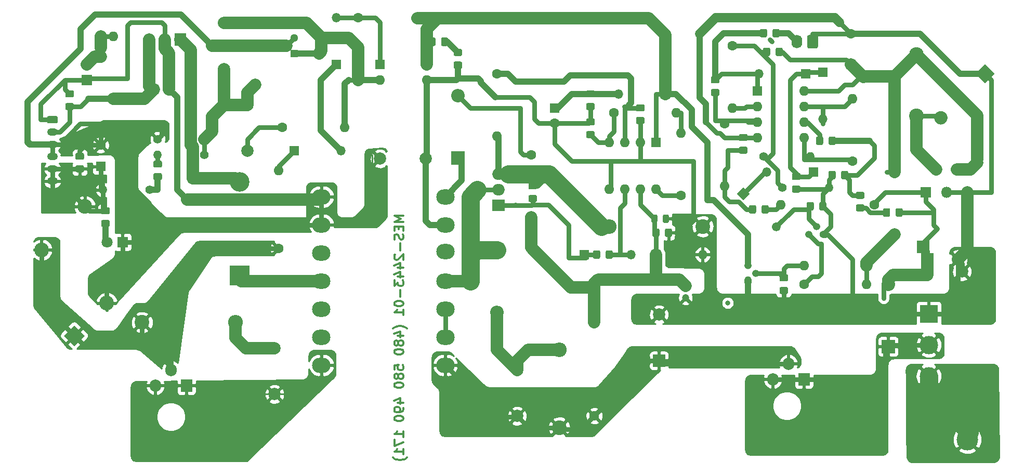
<source format=gbr>
%TF.GenerationSoftware,KiCad,Pcbnew,(5.1.6)-1*%
%TF.CreationDate,2021-01-03T19:19:44+05:30*%
%TF.ProjectId,supplyboard,73757070-6c79-4626-9f61-72642e6b6963,rev?*%
%TF.SameCoordinates,Original*%
%TF.FileFunction,Copper,L2,Bot*%
%TF.FilePolarity,Positive*%
%FSLAX46Y46*%
G04 Gerber Fmt 4.6, Leading zero omitted, Abs format (unit mm)*
G04 Created by KiCad (PCBNEW (5.1.6)-1) date 2021-01-03 19:19:44*
%MOMM*%
%LPD*%
G01*
G04 APERTURE LIST*
%TA.AperFunction,NonConductor*%
%ADD10C,0.300000*%
%TD*%
%TA.AperFunction,ComponentPad*%
%ADD11O,3.200000X3.200000*%
%TD*%
%TA.AperFunction,ComponentPad*%
%ADD12R,3.200000X3.200000*%
%TD*%
%TA.AperFunction,ComponentPad*%
%ADD13C,1.600000*%
%TD*%
%TA.AperFunction,ComponentPad*%
%ADD14R,1.600000X1.600000*%
%TD*%
%TA.AperFunction,ComponentPad*%
%ADD15O,1.600000X1.600000*%
%TD*%
%TA.AperFunction,ComponentPad*%
%ADD16O,1.400000X1.400000*%
%TD*%
%TA.AperFunction,ComponentPad*%
%ADD17C,1.400000*%
%TD*%
%TA.AperFunction,ComponentPad*%
%ADD18O,1.750000X1.200000*%
%TD*%
%TA.AperFunction,ComponentPad*%
%ADD19R,1.200000X1.200000*%
%TD*%
%TA.AperFunction,ComponentPad*%
%ADD20C,1.200000*%
%TD*%
%TA.AperFunction,ComponentPad*%
%ADD21C,0.100000*%
%TD*%
%TA.AperFunction,ComponentPad*%
%ADD22C,3.500000*%
%TD*%
%TA.AperFunction,ComponentPad*%
%ADD23O,1.500000X1.500000*%
%TD*%
%TA.AperFunction,ComponentPad*%
%ADD24R,1.500000X1.500000*%
%TD*%
%TA.AperFunction,ComponentPad*%
%ADD25C,2.000000*%
%TD*%
%TA.AperFunction,ComponentPad*%
%ADD26R,2.000000X2.000000*%
%TD*%
%TA.AperFunction,ComponentPad*%
%ADD27O,3.000000X2.500000*%
%TD*%
%TA.AperFunction,ComponentPad*%
%ADD28O,2.400000X2.400000*%
%TD*%
%TA.AperFunction,ComponentPad*%
%ADD29C,2.400000*%
%TD*%
%TA.AperFunction,ComponentPad*%
%ADD30O,2.200000X2.200000*%
%TD*%
%TA.AperFunction,ComponentPad*%
%ADD31R,2.200000X2.200000*%
%TD*%
%TA.AperFunction,ComponentPad*%
%ADD32C,1.800000*%
%TD*%
%TA.AperFunction,ComponentPad*%
%ADD33R,1.800000X1.800000*%
%TD*%
%TA.AperFunction,ComponentPad*%
%ADD34O,1.905000X2.000000*%
%TD*%
%TA.AperFunction,ComponentPad*%
%ADD35R,1.905000X2.000000*%
%TD*%
%TA.AperFunction,ComponentPad*%
%ADD36C,3.000000*%
%TD*%
%TA.AperFunction,ComponentPad*%
%ADD37R,3.000000X3.000000*%
%TD*%
%TA.AperFunction,ComponentPad*%
%ADD38O,1.800000X1.800000*%
%TD*%
%TA.AperFunction,ComponentPad*%
%ADD39O,1.740000X2.190000*%
%TD*%
%TA.AperFunction,ComponentPad*%
%ADD40O,1.200000X1.200000*%
%TD*%
%TA.AperFunction,ComponentPad*%
%ADD41O,1.600000X1.200000*%
%TD*%
%TA.AperFunction,ComponentPad*%
%ADD42R,2.000000X1.905000*%
%TD*%
%TA.AperFunction,ComponentPad*%
%ADD43O,2.000000X1.905000*%
%TD*%
%TA.AperFunction,ComponentPad*%
%ADD44O,1.200000X1.600000*%
%TD*%
%TA.AperFunction,ComponentPad*%
%ADD45C,1.300000*%
%TD*%
%TA.AperFunction,ComponentPad*%
%ADD46R,1.300000X1.300000*%
%TD*%
%TA.AperFunction,ViaPad*%
%ADD47C,0.800000*%
%TD*%
%TA.AperFunction,Conductor*%
%ADD48C,0.800000*%
%TD*%
%TA.AperFunction,Conductor*%
%ADD49C,2.000000*%
%TD*%
%TA.AperFunction,Conductor*%
%ADD50C,1.000000*%
%TD*%
%TA.AperFunction,Conductor*%
%ADD51C,0.250000*%
%TD*%
%TA.AperFunction,Conductor*%
%ADD52C,1.500000*%
%TD*%
%TA.AperFunction,Conductor*%
%ADD53C,3.000000*%
%TD*%
%TA.AperFunction,Conductor*%
%ADD54C,0.254000*%
%TD*%
G04 APERTURE END LIST*
D10*
X97833571Y-111552142D02*
X96333571Y-111552142D01*
X97405000Y-112052142D01*
X96333571Y-112552142D01*
X97833571Y-112552142D01*
X97047857Y-113266428D02*
X97047857Y-113766428D01*
X97833571Y-113980714D02*
X97833571Y-113266428D01*
X96333571Y-113266428D01*
X96333571Y-113980714D01*
X97762142Y-114552142D02*
X97833571Y-114766428D01*
X97833571Y-115123571D01*
X97762142Y-115266428D01*
X97690714Y-115337857D01*
X97547857Y-115409285D01*
X97405000Y-115409285D01*
X97262142Y-115337857D01*
X97190714Y-115266428D01*
X97119285Y-115123571D01*
X97047857Y-114837857D01*
X96976428Y-114695000D01*
X96905000Y-114623571D01*
X96762142Y-114552142D01*
X96619285Y-114552142D01*
X96476428Y-114623571D01*
X96405000Y-114695000D01*
X96333571Y-114837857D01*
X96333571Y-115195000D01*
X96405000Y-115409285D01*
X97262142Y-116052142D02*
X97262142Y-117195000D01*
X96476428Y-117837857D02*
X96405000Y-117909285D01*
X96333571Y-118052142D01*
X96333571Y-118409285D01*
X96405000Y-118552142D01*
X96476428Y-118623571D01*
X96619285Y-118695000D01*
X96762142Y-118695000D01*
X96976428Y-118623571D01*
X97833571Y-117766428D01*
X97833571Y-118695000D01*
X96833571Y-119980714D02*
X97833571Y-119980714D01*
X96262142Y-119623571D02*
X97333571Y-119266428D01*
X97333571Y-120195000D01*
X96833571Y-121409285D02*
X97833571Y-121409285D01*
X96262142Y-121052142D02*
X97333571Y-120695000D01*
X97333571Y-121623571D01*
X96333571Y-122052142D02*
X96333571Y-122980714D01*
X96905000Y-122480714D01*
X96905000Y-122695000D01*
X96976428Y-122837857D01*
X97047857Y-122909285D01*
X97190714Y-122980714D01*
X97547857Y-122980714D01*
X97690714Y-122909285D01*
X97762142Y-122837857D01*
X97833571Y-122695000D01*
X97833571Y-122266428D01*
X97762142Y-122123571D01*
X97690714Y-122052142D01*
X97262142Y-123623571D02*
X97262142Y-124766428D01*
X96333571Y-125766428D02*
X96333571Y-125909285D01*
X96405000Y-126052142D01*
X96476428Y-126123571D01*
X96619285Y-126195000D01*
X96905000Y-126266428D01*
X97262142Y-126266428D01*
X97547857Y-126195000D01*
X97690714Y-126123571D01*
X97762142Y-126052142D01*
X97833571Y-125909285D01*
X97833571Y-125766428D01*
X97762142Y-125623571D01*
X97690714Y-125552142D01*
X97547857Y-125480714D01*
X97262142Y-125409285D01*
X96905000Y-125409285D01*
X96619285Y-125480714D01*
X96476428Y-125552142D01*
X96405000Y-125623571D01*
X96333571Y-125766428D01*
X97833571Y-127695000D02*
X97833571Y-126837857D01*
X97833571Y-127266428D02*
X96333571Y-127266428D01*
X96547857Y-127123571D01*
X96690714Y-126980714D01*
X96762142Y-126837857D01*
X98405000Y-129909285D02*
X98333571Y-129837857D01*
X98119285Y-129695000D01*
X97976428Y-129623571D01*
X97762142Y-129552142D01*
X97405000Y-129480714D01*
X97119285Y-129480714D01*
X96762142Y-129552142D01*
X96547857Y-129623571D01*
X96405000Y-129695000D01*
X96190714Y-129837857D01*
X96119285Y-129909285D01*
X96833571Y-131123571D02*
X97833571Y-131123571D01*
X96262142Y-130766428D02*
X97333571Y-130409285D01*
X97333571Y-131337857D01*
X96976428Y-132123571D02*
X96905000Y-131980714D01*
X96833571Y-131909285D01*
X96690714Y-131837857D01*
X96619285Y-131837857D01*
X96476428Y-131909285D01*
X96405000Y-131980714D01*
X96333571Y-132123571D01*
X96333571Y-132409285D01*
X96405000Y-132552142D01*
X96476428Y-132623571D01*
X96619285Y-132695000D01*
X96690714Y-132695000D01*
X96833571Y-132623571D01*
X96905000Y-132552142D01*
X96976428Y-132409285D01*
X96976428Y-132123571D01*
X97047857Y-131980714D01*
X97119285Y-131909285D01*
X97262142Y-131837857D01*
X97547857Y-131837857D01*
X97690714Y-131909285D01*
X97762142Y-131980714D01*
X97833571Y-132123571D01*
X97833571Y-132409285D01*
X97762142Y-132552142D01*
X97690714Y-132623571D01*
X97547857Y-132695000D01*
X97262142Y-132695000D01*
X97119285Y-132623571D01*
X97047857Y-132552142D01*
X96976428Y-132409285D01*
X96333571Y-133623571D02*
X96333571Y-133766428D01*
X96405000Y-133909285D01*
X96476428Y-133980714D01*
X96619285Y-134052142D01*
X96905000Y-134123571D01*
X97262142Y-134123571D01*
X97547857Y-134052142D01*
X97690714Y-133980714D01*
X97762142Y-133909285D01*
X97833571Y-133766428D01*
X97833571Y-133623571D01*
X97762142Y-133480714D01*
X97690714Y-133409285D01*
X97547857Y-133337857D01*
X97262142Y-133266428D01*
X96905000Y-133266428D01*
X96619285Y-133337857D01*
X96476428Y-133409285D01*
X96405000Y-133480714D01*
X96333571Y-133623571D01*
X96333571Y-136623571D02*
X96333571Y-135909285D01*
X97047857Y-135837857D01*
X96976428Y-135909285D01*
X96905000Y-136052142D01*
X96905000Y-136409285D01*
X96976428Y-136552142D01*
X97047857Y-136623571D01*
X97190714Y-136695000D01*
X97547857Y-136695000D01*
X97690714Y-136623571D01*
X97762142Y-136552142D01*
X97833571Y-136409285D01*
X97833571Y-136052142D01*
X97762142Y-135909285D01*
X97690714Y-135837857D01*
X96976428Y-137552142D02*
X96905000Y-137409285D01*
X96833571Y-137337857D01*
X96690714Y-137266428D01*
X96619285Y-137266428D01*
X96476428Y-137337857D01*
X96405000Y-137409285D01*
X96333571Y-137552142D01*
X96333571Y-137837857D01*
X96405000Y-137980714D01*
X96476428Y-138052142D01*
X96619285Y-138123571D01*
X96690714Y-138123571D01*
X96833571Y-138052142D01*
X96905000Y-137980714D01*
X96976428Y-137837857D01*
X96976428Y-137552142D01*
X97047857Y-137409285D01*
X97119285Y-137337857D01*
X97262142Y-137266428D01*
X97547857Y-137266428D01*
X97690714Y-137337857D01*
X97762142Y-137409285D01*
X97833571Y-137552142D01*
X97833571Y-137837857D01*
X97762142Y-137980714D01*
X97690714Y-138052142D01*
X97547857Y-138123571D01*
X97262142Y-138123571D01*
X97119285Y-138052142D01*
X97047857Y-137980714D01*
X96976428Y-137837857D01*
X96333571Y-139052142D02*
X96333571Y-139195000D01*
X96405000Y-139337857D01*
X96476428Y-139409285D01*
X96619285Y-139480714D01*
X96905000Y-139552142D01*
X97262142Y-139552142D01*
X97547857Y-139480714D01*
X97690714Y-139409285D01*
X97762142Y-139337857D01*
X97833571Y-139195000D01*
X97833571Y-139052142D01*
X97762142Y-138909285D01*
X97690714Y-138837857D01*
X97547857Y-138766428D01*
X97262142Y-138695000D01*
X96905000Y-138695000D01*
X96619285Y-138766428D01*
X96476428Y-138837857D01*
X96405000Y-138909285D01*
X96333571Y-139052142D01*
X96833571Y-141980714D02*
X97833571Y-141980714D01*
X96262142Y-141623571D02*
X97333571Y-141266428D01*
X97333571Y-142195000D01*
X97833571Y-142837857D02*
X97833571Y-143123571D01*
X97762142Y-143266428D01*
X97690714Y-143337857D01*
X97476428Y-143480714D01*
X97190714Y-143552142D01*
X96619285Y-143552142D01*
X96476428Y-143480714D01*
X96405000Y-143409285D01*
X96333571Y-143266428D01*
X96333571Y-142980714D01*
X96405000Y-142837857D01*
X96476428Y-142766428D01*
X96619285Y-142695000D01*
X96976428Y-142695000D01*
X97119285Y-142766428D01*
X97190714Y-142837857D01*
X97262142Y-142980714D01*
X97262142Y-143266428D01*
X97190714Y-143409285D01*
X97119285Y-143480714D01*
X96976428Y-143552142D01*
X96333571Y-144480714D02*
X96333571Y-144623571D01*
X96405000Y-144766428D01*
X96476428Y-144837857D01*
X96619285Y-144909285D01*
X96905000Y-144980714D01*
X97262142Y-144980714D01*
X97547857Y-144909285D01*
X97690714Y-144837857D01*
X97762142Y-144766428D01*
X97833571Y-144623571D01*
X97833571Y-144480714D01*
X97762142Y-144337857D01*
X97690714Y-144266428D01*
X97547857Y-144195000D01*
X97262142Y-144123571D01*
X96905000Y-144123571D01*
X96619285Y-144195000D01*
X96476428Y-144266428D01*
X96405000Y-144337857D01*
X96333571Y-144480714D01*
X97833571Y-147552142D02*
X97833571Y-146695000D01*
X97833571Y-147123571D02*
X96333571Y-147123571D01*
X96547857Y-146980714D01*
X96690714Y-146837857D01*
X96762142Y-146695000D01*
X96333571Y-148052142D02*
X96333571Y-149052142D01*
X97833571Y-148409285D01*
X97833571Y-150409285D02*
X97833571Y-149552142D01*
X97833571Y-149980714D02*
X96333571Y-149980714D01*
X96547857Y-149837857D01*
X96690714Y-149695000D01*
X96762142Y-149552142D01*
X98405000Y-150909285D02*
X98333571Y-150980714D01*
X98119285Y-151123571D01*
X97976428Y-151195000D01*
X97762142Y-151266428D01*
X97405000Y-151337857D01*
X97119285Y-151337857D01*
X96762142Y-151266428D01*
X96547857Y-151195000D01*
X96405000Y-151123571D01*
X96190714Y-150980714D01*
X96119285Y-150909285D01*
D11*
%TO.P,D8,2*%
%TO.N,Net-(C20-Pad1)*%
X71120000Y-106045000D03*
D12*
%TO.P,D8,1*%
%TO.N,Net-(D8-Pad1)*%
X71120000Y-121285000D03*
%TD*%
D13*
%TO.P,C20,2*%
%TO.N,Earth*%
X63500000Y-108910000D03*
D14*
%TO.P,C20,1*%
%TO.N,Net-(C20-Pad1)*%
X63500000Y-105410000D03*
%TD*%
D15*
%TO.P,R19,2*%
%TO.N,Net-(D11-Pad1)*%
X77470000Y-104140000D03*
D13*
%TO.P,R19,1*%
%TO.N,OPTO_2*%
X77470000Y-116840000D03*
%TD*%
D16*
%TO.P,R25,2*%
%TO.N,Net-(R13-Pad1)*%
X57785000Y-101600000D03*
D17*
%TO.P,R25,1*%
%TO.N,Net-(C12-Pad1)*%
X65405000Y-101600000D03*
%TD*%
D16*
%TO.P,R21,2*%
%TO.N,Net-(C12-Pad1)*%
X65405000Y-99060000D03*
D17*
%TO.P,R21,1*%
%TO.N,Earth*%
X57785000Y-99060000D03*
%TD*%
D16*
%TO.P,R9,2*%
%TO.N,48V*%
X48895000Y-107315000D03*
D17*
%TO.P,R9,1*%
%TO.N,Net-(R13-Pad2)*%
X56515000Y-107315000D03*
%TD*%
D18*
%TO.P,J2,6*%
%TO.N,48V*%
X40640000Y-105885000D03*
%TO.P,J2,5*%
X40640000Y-103885000D03*
%TO.P,J2,4*%
%TO.N,Earth*%
X40640000Y-101885000D03*
%TO.P,J2,3*%
X40640000Y-99885000D03*
%TO.P,J2,2*%
%TO.N,5V*%
X40640000Y-97885000D03*
%TO.P,J2,1*%
%TO.N,Earth*%
%TA.AperFunction,ComponentPad*%
G36*
G01*
X40014999Y-95285000D02*
X41265001Y-95285000D01*
G75*
G02*
X41515000Y-95534999I0J-249999D01*
G01*
X41515000Y-96235001D01*
G75*
G02*
X41265001Y-96485000I-249999J0D01*
G01*
X40014999Y-96485000D01*
G75*
G02*
X39765000Y-96235001I0J249999D01*
G01*
X39765000Y-95534999D01*
G75*
G02*
X40014999Y-95285000I249999J0D01*
G01*
G37*
%TD.AperFunction*%
%TD*%
%TO.P,R35,2*%
%TO.N,Net-(R28-Pad1)*%
%TA.AperFunction,SMDPad,CuDef*%
G36*
G01*
X157538000Y-84385999D02*
X157538000Y-85286001D01*
G75*
G02*
X157288001Y-85536000I-249999J0D01*
G01*
X156637999Y-85536000D01*
G75*
G02*
X156388000Y-85286001I0J249999D01*
G01*
X156388000Y-84385999D01*
G75*
G02*
X156637999Y-84136000I249999J0D01*
G01*
X157288001Y-84136000D01*
G75*
G02*
X157538000Y-84385999I0J-249999D01*
G01*
G37*
%TD.AperFunction*%
%TO.P,R35,1*%
%TO.N,Net-(C8-Pad1)*%
%TA.AperFunction,SMDPad,CuDef*%
G36*
G01*
X159588000Y-84385999D02*
X159588000Y-85286001D01*
G75*
G02*
X159338001Y-85536000I-249999J0D01*
G01*
X158687999Y-85536000D01*
G75*
G02*
X158438000Y-85286001I0J249999D01*
G01*
X158438000Y-84385999D01*
G75*
G02*
X158687999Y-84136000I249999J0D01*
G01*
X159338001Y-84136000D01*
G75*
G02*
X159588000Y-84385999I0J-249999D01*
G01*
G37*
%TD.AperFunction*%
%TD*%
D15*
%TO.P,R31,2*%
%TO.N,Net-(R31-Pad2)*%
X159258000Y-109728000D03*
D13*
%TO.P,R31,1*%
%TO.N,Net-(C4-Pad1)*%
X174498000Y-109728000D03*
%TD*%
D16*
%TO.P,R30,2*%
%TO.N,Earth*%
X167132000Y-106934000D03*
D17*
%TO.P,R30,1*%
%TO.N,Net-(R28-Pad1)*%
X159512000Y-106934000D03*
%TD*%
D16*
%TO.P,R36,2*%
%TO.N,/INPUTB*%
X164084000Y-101854000D03*
D17*
%TO.P,R36,1*%
%TO.N,Net-(R28-Pad1)*%
X156464000Y-101854000D03*
%TD*%
D19*
%TO.P,C18,1*%
%TO.N,TO_FB1*%
X143764000Y-122936000D03*
D20*
%TO.P,C18,2*%
%TO.N,Earth*%
X143764000Y-124936000D03*
%TD*%
%TO.P,C9,2*%
%TO.N,Earth*%
%TA.AperFunction,SMDPad,CuDef*%
G36*
G01*
X140413000Y-114750001D02*
X140413000Y-113849999D01*
G75*
G02*
X140662999Y-113600000I249999J0D01*
G01*
X141313001Y-113600000D01*
G75*
G02*
X141563000Y-113849999I0J-249999D01*
G01*
X141563000Y-114750001D01*
G75*
G02*
X141313001Y-115000000I-249999J0D01*
G01*
X140662999Y-115000000D01*
G75*
G02*
X140413000Y-114750001I0J249999D01*
G01*
G37*
%TD.AperFunction*%
%TO.P,C9,1*%
%TO.N,TO_FB1*%
%TA.AperFunction,SMDPad,CuDef*%
G36*
G01*
X138363000Y-114750001D02*
X138363000Y-113849999D01*
G75*
G02*
X138612999Y-113600000I249999J0D01*
G01*
X139263001Y-113600000D01*
G75*
G02*
X139513000Y-113849999I0J-249999D01*
G01*
X139513000Y-114750001D01*
G75*
G02*
X139263001Y-115000000I-249999J0D01*
G01*
X138612999Y-115000000D01*
G75*
G02*
X138363000Y-114750001I0J249999D01*
G01*
G37*
%TD.AperFunction*%
%TD*%
%TO.P,R10,2*%
%TO.N,Net-(D2-Pad1)*%
%TA.AperFunction,SMDPad,CuDef*%
G36*
G01*
X129852000Y-117405999D02*
X129852000Y-118306001D01*
G75*
G02*
X129602001Y-118556000I-249999J0D01*
G01*
X128951999Y-118556000D01*
G75*
G02*
X128702000Y-118306001I0J249999D01*
G01*
X128702000Y-117405999D01*
G75*
G02*
X128951999Y-117156000I249999J0D01*
G01*
X129602001Y-117156000D01*
G75*
G02*
X129852000Y-117405999I0J-249999D01*
G01*
G37*
%TD.AperFunction*%
%TO.P,R10,1*%
%TO.N,Net-(D2-Pad2)*%
%TA.AperFunction,SMDPad,CuDef*%
G36*
G01*
X131902000Y-117405999D02*
X131902000Y-118306001D01*
G75*
G02*
X131652001Y-118556000I-249999J0D01*
G01*
X131001999Y-118556000D01*
G75*
G02*
X130752000Y-118306001I0J249999D01*
G01*
X130752000Y-117405999D01*
G75*
G02*
X131001999Y-117156000I249999J0D01*
G01*
X131652001Y-117156000D01*
G75*
G02*
X131902000Y-117405999I0J-249999D01*
G01*
G37*
%TD.AperFunction*%
%TD*%
%TO.P,D3,2*%
%TO.N,Net-(D3-Pad2)*%
%TA.AperFunction,ComponentPad*%
G36*
G01*
X186125612Y-94798388D02*
X186125612Y-94798388D01*
G75*
G02*
X186125612Y-96354022I-777817J-777817D01*
G01*
X186125612Y-96354022D01*
G75*
G02*
X184569978Y-96354022I-777817J777817D01*
G01*
X184569978Y-96354022D01*
G75*
G02*
X184569978Y-94798388I777817J777817D01*
G01*
X184569978Y-94798388D01*
G75*
G02*
X186125612Y-94798388I777817J-777817D01*
G01*
G37*
%TD.AperFunction*%
%TA.AperFunction,ComponentPad*%
D21*
%TO.P,D3,1*%
%TO.N,Earth*%
G36*
X192532000Y-86836365D02*
G01*
X194087635Y-88392000D01*
X192532000Y-89947635D01*
X190976365Y-88392000D01*
X192532000Y-86836365D01*
G37*
%TD.AperFunction*%
%TD*%
D22*
%TO.P,REF\u002A\u002A,*%
%TO.N,Net-(J1-Pad3)*%
X189675000Y-148005000D03*
%TD*%
D14*
%TO.P,C21,2*%
%TO.N,48V*%
X48514000Y-103505000D03*
D13*
%TO.P,C21,1*%
%TO.N,Earth*%
X48514000Y-100005000D03*
%TD*%
D23*
%TO.P,ZD,2*%
%TO.N,Earth*%
X146558000Y-117856000D03*
D24*
%TO.P,ZD,1*%
%TO.N,TO_FB1*%
X138938000Y-117856000D03*
%TD*%
D25*
%TO.P,C4,2*%
%TO.N,Earth*%
X188806144Y-120618000D03*
D26*
%TO.P,C4,1*%
%TO.N,Net-(C4-Pad1)*%
X182461856Y-116618000D03*
D25*
%TO.P,C4,2*%
%TO.N,Earth*%
X188134000Y-118618000D03*
D26*
%TO.P,C4,1*%
%TO.N,Net-(C4-Pad1)*%
X183134000Y-118618000D03*
%TD*%
D27*
%TO.P,T1,7*%
%TO.N,Earth*%
X84455000Y-113030000D03*
%TO.P,T1,6*%
%TO.N,Net-(D8-Pad1)*%
X84455000Y-122174000D03*
%TO.P,T1,14*%
%TO.N,Net-(C2-Pad2)*%
X84455000Y-135890000D03*
%TO.P,T1,3*%
%TO.N,Net-(D4-Pad1)*%
X104648000Y-122174000D03*
%TO.P,T1,2*%
%TO.N,Earth*%
X104648000Y-113030000D03*
%TO.P,T1,1*%
%TO.N,Net-(D6-Pad1)*%
X104648000Y-108458000D03*
%TO.P,T1,5*%
%TO.N,N/C*%
X104648000Y-126746000D03*
%TO.P,T1,13*%
X84455000Y-131318000D03*
%TO.P,T1,12*%
X84455000Y-126746000D03*
%TO.P,T1,11*%
X104648000Y-131318000D03*
%TO.P,T1,10*%
X84455000Y-117602000D03*
%TO.P,T1,*%
%TO.N,Earth*%
X84455000Y-108458000D03*
%TO.P,T1,8*%
%TO.N,N/C*%
X104648000Y-117348000D03*
%TO.P,T1,4*%
%TO.N,Net-(C1-Pad2)*%
X104648000Y-135890000D03*
%TD*%
D24*
%TO.P,D2,1*%
%TO.N,Net-(D2-Pad1)*%
X127254000Y-117856000D03*
D23*
%TO.P,D2,2*%
%TO.N,Net-(D2-Pad2)*%
X134874000Y-117856000D03*
%TD*%
%TO.P,D7,2*%
%TO.N,Net-(C3-Pad1)*%
X132842000Y-91694000D03*
D24*
%TO.P,D7,1*%
%TO.N,OPTO_POS+*%
X140462000Y-91694000D03*
%TD*%
%TO.P,D10,1*%
%TO.N,/Qin*%
X166116000Y-88138000D03*
D23*
%TO.P,D10,2*%
%TO.N,Net-(D10-Pad2)*%
X166116000Y-95758000D03*
%TD*%
D24*
%TO.P,D9,1*%
%TO.N,/Qin*%
X163322000Y-88392000D03*
D23*
%TO.P,D9,2*%
%TO.N,Net-(D9-Pad2)*%
X155702000Y-88392000D03*
%TD*%
%TO.P,D14,2*%
%TO.N,Net-(D13-Pad1)*%
X156972000Y-104394000D03*
D24*
%TO.P,D14,1*%
%TO.N,/Qin*%
X164592000Y-104394000D03*
%TD*%
%TA.AperFunction,ComponentPad*%
D21*
%TO.P,D13,1*%
%TO.N,Net-(D13-Pad1)*%
G36*
X152101340Y-107950000D02*
G01*
X153162000Y-106889340D01*
X154222660Y-107950000D01*
X153162000Y-109010660D01*
X152101340Y-107950000D01*
G37*
%TD.AperFunction*%
%TO.P,D13,2*%
%TO.N,Net-(D13-Pad2)*%
%TA.AperFunction,ComponentPad*%
G36*
G01*
X158019824Y-112807824D02*
X158019824Y-112807824D01*
G75*
G02*
X159080484Y-112807824I530330J-530330D01*
G01*
X159080484Y-112807824D01*
G75*
G02*
X159080484Y-113868484I-530330J-530330D01*
G01*
X159080484Y-113868484D01*
G75*
G02*
X158019824Y-113868484I-530330J530330D01*
G01*
X158019824Y-113868484D01*
G75*
G02*
X158019824Y-112807824I530330J530330D01*
G01*
G37*
%TD.AperFunction*%
%TD*%
D28*
%TO.P,R4,2*%
%TO.N,Net-(Q4-Pad3)*%
X131318000Y-113284000D03*
D29*
%TO.P,R4,1*%
%TO.N,Earth*%
X146558000Y-113284000D03*
%TD*%
D30*
%TO.P,D4,2*%
%TO.N,Net-(C1-Pad1)*%
X113030000Y-127254000D03*
D31*
%TO.P,D4,1*%
%TO.N,Net-(D4-Pad1)*%
X113030000Y-117094000D03*
%TD*%
D32*
%TO.P,LED1,2*%
%TO.N,Net-(LED1-Pad2)*%
X49530000Y-115824000D03*
D33*
%TO.P,LED1,1*%
%TO.N,Earth*%
X52070000Y-115824000D03*
%TD*%
D32*
%TO.P,LED2,2*%
%TO.N,Net-(LED2-Pad2)*%
X46228000Y-86868000D03*
D33*
%TO.P,LED2,1*%
%TO.N,Earth*%
X46228000Y-89408000D03*
%TD*%
D34*
%TO.P,Q2,3*%
%TO.N,Net-(C2-Pad2)*%
X57404000Y-139192000D03*
%TO.P,Q2,2*%
%TO.N,OPTO_2*%
X59944000Y-136652000D03*
D35*
%TO.P,Q2,1*%
%TO.N,Net-(C2-Pad2)*%
X62484000Y-139192000D03*
%TD*%
D34*
%TO.P,Q1,3*%
%TO.N,358IN*%
X157988000Y-138176000D03*
%TO.P,Q1,2*%
%TO.N,Net-(C1-Pad2)*%
X160528000Y-135636000D03*
D35*
%TO.P,Q1,1*%
%TO.N,358IN*%
X163068000Y-138176000D03*
%TD*%
D30*
%TO.P,D1,2*%
%TO.N,Net-(C4-Pad1)*%
X176784000Y-122682000D03*
D31*
%TO.P,D1,1*%
%TO.N,358IN*%
X176784000Y-132842000D03*
%TD*%
D30*
%TO.P,D6,2*%
%TO.N,Net-(C18-Pad1)*%
X106680000Y-91948000D03*
D31*
%TO.P,D6,1*%
%TO.N,Net-(D6-Pad1)*%
X106680000Y-102108000D03*
%TD*%
D15*
%TO.P,R42,2*%
%TO.N,Net-(C8-Pad1)*%
X177800000Y-104394000D03*
D13*
%TO.P,R42,1*%
%TO.N,Net-(R42-Pad1)*%
X177800000Y-114554000D03*
%TD*%
D36*
%TO.P,J1,3*%
%TO.N,Net-(J1-Pad3)*%
X183388000Y-137668000D03*
%TO.P,J1,2*%
%TO.N,358IN*%
X183388000Y-132588000D03*
D37*
%TO.P,J1,1*%
%TO.N,Earth*%
X183388000Y-127508000D03*
%TD*%
D28*
%TO.P,R2,2*%
%TO.N,Net-(C2-Pad1)*%
X70485000Y-128905000D03*
D29*
%TO.P,R2,1*%
%TO.N,OPTO_2*%
X55245000Y-128905000D03*
%TD*%
%TO.P,L1,2*%
%TO.N,48V*%
X45933068Y-110022932D03*
%TO.P,L1,1*%
%TO.N,OPTO_2*%
X38862000Y-117094000D03*
%TD*%
%TO.P,L2,2*%
%TO.N,Net-(C8-Pad1)*%
X181356000Y-85250000D03*
%TO.P,L2,1*%
%TO.N,Net-(D3-Pad2)*%
X181356000Y-95250000D03*
%TD*%
D38*
%TO.P,U6,5*%
%TO.N,Earth*%
X189680000Y-107696000D03*
%TO.P,U6,4*%
%TO.N,Net-(C8-Pad1)*%
X187980000Y-103996000D03*
%TO.P,U6,3*%
%TO.N,Earth*%
X186280000Y-107696000D03*
%TO.P,U6,2*%
%TO.N,Net-(D3-Pad2)*%
X184580000Y-103996000D03*
D33*
%TO.P,U6,1*%
%TO.N,Net-(C4-Pad1)*%
X182880000Y-107696000D03*
%TD*%
%TO.P,C7,2*%
%TO.N,Earth*%
%TA.AperFunction,SMDPad,CuDef*%
G36*
G01*
X140071500Y-112470250D02*
X140071500Y-111557750D01*
G75*
G02*
X140315250Y-111314000I243750J0D01*
G01*
X140802750Y-111314000D01*
G75*
G02*
X141046500Y-111557750I0J-243750D01*
G01*
X141046500Y-112470250D01*
G75*
G02*
X140802750Y-112714000I-243750J0D01*
G01*
X140315250Y-112714000D01*
G75*
G02*
X140071500Y-112470250I0J243750D01*
G01*
G37*
%TD.AperFunction*%
%TO.P,C7,1*%
%TO.N,TO_FB1*%
%TA.AperFunction,SMDPad,CuDef*%
G36*
G01*
X138196500Y-112470250D02*
X138196500Y-111557750D01*
G75*
G02*
X138440250Y-111314000I243750J0D01*
G01*
X138927750Y-111314000D01*
G75*
G02*
X139171500Y-111557750I0J-243750D01*
G01*
X139171500Y-112470250D01*
G75*
G02*
X138927750Y-112714000I-243750J0D01*
G01*
X138440250Y-112714000D01*
G75*
G02*
X138196500Y-112470250I0J243750D01*
G01*
G37*
%TD.AperFunction*%
%TD*%
D13*
%TO.P,C8,2*%
%TO.N,Earth*%
X170688000Y-81868000D03*
D14*
%TO.P,C8,1*%
%TO.N,Net-(C8-Pad1)*%
X170688000Y-86868000D03*
%TD*%
D15*
%TO.P,R45,2*%
%TO.N,Net-(D10-Pad2)*%
X170942000Y-92456000D03*
D13*
%TO.P,R45,1*%
%TO.N,/INPUTB*%
X170942000Y-102616000D03*
%TD*%
%TO.P,R1,2*%
%TO.N,Net-(C3-Pad1)*%
%TA.AperFunction,SMDPad,CuDef*%
G36*
G01*
X128720001Y-92260000D02*
X127819999Y-92260000D01*
G75*
G02*
X127570000Y-92010001I0J249999D01*
G01*
X127570000Y-91359999D01*
G75*
G02*
X127819999Y-91110000I249999J0D01*
G01*
X128720001Y-91110000D01*
G75*
G02*
X128970000Y-91359999I0J-249999D01*
G01*
X128970000Y-92010001D01*
G75*
G02*
X128720001Y-92260000I-249999J0D01*
G01*
G37*
%TD.AperFunction*%
%TO.P,R1,1*%
%TO.N,Earth*%
%TA.AperFunction,SMDPad,CuDef*%
G36*
G01*
X128720001Y-94310000D02*
X127819999Y-94310000D01*
G75*
G02*
X127570000Y-94060001I0J249999D01*
G01*
X127570000Y-93409999D01*
G75*
G02*
X127819999Y-93160000I249999J0D01*
G01*
X128720001Y-93160000D01*
G75*
G02*
X128970000Y-93409999I0J-249999D01*
G01*
X128970000Y-94060001D01*
G75*
G02*
X128720001Y-94310000I-249999J0D01*
G01*
G37*
%TD.AperFunction*%
%TD*%
D15*
%TO.P,R27,2*%
%TO.N,Net-(R14-Pad2)*%
X142240000Y-94742000D03*
D13*
%TO.P,R27,1*%
%TO.N,Net-(C14-Pad2)*%
X132080000Y-94742000D03*
%TD*%
%TO.P,C3,2*%
%TO.N,Earth*%
X122428000Y-96480000D03*
D14*
%TO.P,C3,1*%
%TO.N,Net-(C3-Pad1)*%
X122428000Y-93980000D03*
%TD*%
%TO.P,C15,2*%
%TO.N,Net-(C15-Pad2)*%
%TA.AperFunction,SMDPad,CuDef*%
G36*
G01*
X136848001Y-94537000D02*
X135947999Y-94537000D01*
G75*
G02*
X135698000Y-94287001I0J249999D01*
G01*
X135698000Y-93636999D01*
G75*
G02*
X135947999Y-93387000I249999J0D01*
G01*
X136848001Y-93387000D01*
G75*
G02*
X137098000Y-93636999I0J-249999D01*
G01*
X137098000Y-94287001D01*
G75*
G02*
X136848001Y-94537000I-249999J0D01*
G01*
G37*
%TD.AperFunction*%
%TO.P,C15,1*%
%TO.N,Earth*%
%TA.AperFunction,SMDPad,CuDef*%
G36*
G01*
X136848001Y-96587000D02*
X135947999Y-96587000D01*
G75*
G02*
X135698000Y-96337001I0J249999D01*
G01*
X135698000Y-95686999D01*
G75*
G02*
X135947999Y-95437000I249999J0D01*
G01*
X136848001Y-95437000D01*
G75*
G02*
X137098000Y-95686999I0J-249999D01*
G01*
X137098000Y-96337001D01*
G75*
G02*
X136848001Y-96587000I-249999J0D01*
G01*
G37*
%TD.AperFunction*%
%TD*%
D15*
%TO.P,R46,2*%
%TO.N,Net-(Q5-Pad2)*%
X163068000Y-119634000D03*
D13*
%TO.P,R46,1*%
%TO.N,Net-(R42-Pad1)*%
X173228000Y-119634000D03*
%TD*%
D15*
%TO.P,R47,2*%
%TO.N,Net-(R42-Pad1)*%
X173228000Y-122682000D03*
D13*
%TO.P,R47,1*%
%TO.N,Net-(Q3-Pad3)*%
X163068000Y-122682000D03*
%TD*%
%TO.P,C6,2*%
%TO.N,48V*%
%TA.AperFunction,SMDPad,CuDef*%
G36*
G01*
X44634999Y-103320000D02*
X45535001Y-103320000D01*
G75*
G02*
X45785000Y-103569999I0J-249999D01*
G01*
X45785000Y-104220001D01*
G75*
G02*
X45535001Y-104470000I-249999J0D01*
G01*
X44634999Y-104470000D01*
G75*
G02*
X44385000Y-104220001I0J249999D01*
G01*
X44385000Y-103569999D01*
G75*
G02*
X44634999Y-103320000I249999J0D01*
G01*
G37*
%TD.AperFunction*%
%TO.P,C6,1*%
%TO.N,Earth*%
%TA.AperFunction,SMDPad,CuDef*%
G36*
G01*
X44634999Y-101270000D02*
X45535001Y-101270000D01*
G75*
G02*
X45785000Y-101519999I0J-249999D01*
G01*
X45785000Y-102170001D01*
G75*
G02*
X45535001Y-102420000I-249999J0D01*
G01*
X44634999Y-102420000D01*
G75*
G02*
X44385000Y-102170001I0J249999D01*
G01*
X44385000Y-101519999D01*
G75*
G02*
X44634999Y-101270000I249999J0D01*
G01*
G37*
%TD.AperFunction*%
%TD*%
D15*
%TO.P,R12,2*%
%TO.N,Net-(LED2-Pad2)*%
X50546000Y-82296000D03*
D13*
%TO.P,R12,1*%
%TO.N,5V*%
X50546000Y-92456000D03*
%TD*%
%TO.P,C16,2*%
%TO.N,Earth*%
X59650000Y-90932000D03*
D14*
%TO.P,C16,1*%
%TO.N,5V*%
X57150000Y-90932000D03*
%TD*%
D25*
%TO.P,C12,2*%
%TO.N,Net-(C12-Pad2)*%
X68580000Y-80130000D03*
%TO.P,C12,1*%
%TO.N,Net-(C12-Pad1)*%
X68580000Y-87630000D03*
%TD*%
%TO.P,R7,2*%
%TO.N,Net-(C11-Pad2)*%
%TA.AperFunction,SMDPad,CuDef*%
G36*
G01*
X103955000Y-83635001D02*
X103955000Y-82734999D01*
G75*
G02*
X104204999Y-82485000I249999J0D01*
G01*
X104855001Y-82485000D01*
G75*
G02*
X105105000Y-82734999I0J-249999D01*
G01*
X105105000Y-83635001D01*
G75*
G02*
X104855001Y-83885000I-249999J0D01*
G01*
X104204999Y-83885000D01*
G75*
G02*
X103955000Y-83635001I0J249999D01*
G01*
G37*
%TD.AperFunction*%
%TO.P,R7,1*%
%TO.N,OPTO_POS+*%
%TA.AperFunction,SMDPad,CuDef*%
G36*
G01*
X101905000Y-83635001D02*
X101905000Y-82734999D01*
G75*
G02*
X102154999Y-82485000I249999J0D01*
G01*
X102805001Y-82485000D01*
G75*
G02*
X103055000Y-82734999I0J-249999D01*
G01*
X103055000Y-83635001D01*
G75*
G02*
X102805001Y-83885000I-249999J0D01*
G01*
X102154999Y-83885000D01*
G75*
G02*
X101905000Y-83635001I0J249999D01*
G01*
G37*
%TD.AperFunction*%
%TD*%
D15*
%TO.P,R14,2*%
%TO.N,Net-(R14-Pad2)*%
X143002000Y-98044000D03*
D13*
%TO.P,R14,1*%
%TO.N,Net-(R14-Pad1)*%
X143002000Y-108204000D03*
%TD*%
D15*
%TO.P,R29,2*%
%TO.N,Net-(R29-Pad2)*%
X150114000Y-106680000D03*
D13*
%TO.P,R29,1*%
%TO.N,Net-(R29-Pad1)*%
X150114000Y-96520000D03*
%TD*%
D15*
%TO.P,R28,2*%
%TO.N,Net-(R28-Pad2)*%
X151384000Y-93980000D03*
D13*
%TO.P,R28,1*%
%TO.N,Net-(R28-Pad1)*%
X151384000Y-83820000D03*
%TD*%
D15*
%TO.P,R20,2*%
%TO.N,Net-(C12-Pad2)*%
X88265000Y-97155000D03*
D13*
%TO.P,R20,1*%
%TO.N,Net-(C13-Pad1)*%
X78105000Y-97155000D03*
%TD*%
D15*
%TO.P,R18,2*%
%TO.N,Net-(Q4-Pad3)*%
X113030000Y-98552000D03*
D13*
%TO.P,R18,1*%
%TO.N,Net-(C15-Pad2)*%
X113030000Y-88392000D03*
%TD*%
D15*
%TO.P,R5,2*%
%TO.N,TO_FB1*%
X118618000Y-111760000D03*
D13*
%TO.P,R5,1*%
%TO.N,Net-(C18-Pad1)*%
X118618000Y-101600000D03*
%TD*%
D15*
%TO.P,R16,2*%
%TO.N,Net-(C12-Pad2)*%
X90424000Y-89408000D03*
D13*
%TO.P,R16,1*%
%TO.N,Net-(D5-Pad2)*%
X90424000Y-79248000D03*
%TD*%
D15*
%TO.P,R17,2*%
%TO.N,Net-(C12-Pad1)*%
X73660000Y-90170000D03*
D13*
%TO.P,R17,1*%
%TO.N,Net-(C12-Pad2)*%
X73660000Y-80010000D03*
%TD*%
%TO.P,R8,2*%
%TO.N,48V*%
%TA.AperFunction,SMDPad,CuDef*%
G36*
G01*
X49726001Y-111310000D02*
X48825999Y-111310000D01*
G75*
G02*
X48576000Y-111060001I0J249999D01*
G01*
X48576000Y-110409999D01*
G75*
G02*
X48825999Y-110160000I249999J0D01*
G01*
X49726001Y-110160000D01*
G75*
G02*
X49976000Y-110409999I0J-249999D01*
G01*
X49976000Y-111060001D01*
G75*
G02*
X49726001Y-111310000I-249999J0D01*
G01*
G37*
%TD.AperFunction*%
%TO.P,R8,1*%
%TO.N,Net-(LED1-Pad2)*%
%TA.AperFunction,SMDPad,CuDef*%
G36*
G01*
X49726001Y-113360000D02*
X48825999Y-113360000D01*
G75*
G02*
X48576000Y-113110001I0J249999D01*
G01*
X48576000Y-112459999D01*
G75*
G02*
X48825999Y-112210000I249999J0D01*
G01*
X49726001Y-112210000D01*
G75*
G02*
X49976000Y-112459999I0J-249999D01*
G01*
X49976000Y-113110001D01*
G75*
G02*
X49726001Y-113360000I-249999J0D01*
G01*
G37*
%TD.AperFunction*%
%TD*%
D29*
%TO.P,C19,2*%
%TO.N,Earth*%
X49499301Y-125760699D03*
%TA.AperFunction,ComponentPad*%
D21*
%TO.P,C19,1*%
%TO.N,OPTO_2*%
G36*
X44196000Y-132761056D02*
G01*
X42498944Y-131064000D01*
X44196000Y-129366944D01*
X45893056Y-131064000D01*
X44196000Y-132761056D01*
G37*
%TD.AperFunction*%
%TD*%
%TO.P,R15,2*%
%TO.N,Net-(Q4-Pad3)*%
%TA.AperFunction,SMDPad,CuDef*%
G36*
G01*
X119322001Y-107246000D02*
X118421999Y-107246000D01*
G75*
G02*
X118172000Y-106996001I0J249999D01*
G01*
X118172000Y-106345999D01*
G75*
G02*
X118421999Y-106096000I249999J0D01*
G01*
X119322001Y-106096000D01*
G75*
G02*
X119572000Y-106345999I0J-249999D01*
G01*
X119572000Y-106996001D01*
G75*
G02*
X119322001Y-107246000I-249999J0D01*
G01*
G37*
%TD.AperFunction*%
%TO.P,R15,1*%
%TO.N,Net-(D2-Pad1)*%
%TA.AperFunction,SMDPad,CuDef*%
G36*
G01*
X119322001Y-109296000D02*
X118421999Y-109296000D01*
G75*
G02*
X118172000Y-109046001I0J249999D01*
G01*
X118172000Y-108395999D01*
G75*
G02*
X118421999Y-108146000I249999J0D01*
G01*
X119322001Y-108146000D01*
G75*
G02*
X119572000Y-108395999I0J-249999D01*
G01*
X119572000Y-109046001D01*
G75*
G02*
X119322001Y-109296000I-249999J0D01*
G01*
G37*
%TD.AperFunction*%
%TD*%
%TO.P,R11,2*%
%TO.N,Earth*%
%TA.AperFunction,SMDPad,CuDef*%
G36*
G01*
X165550000Y-110432001D02*
X165550000Y-109531999D01*
G75*
G02*
X165799999Y-109282000I249999J0D01*
G01*
X166450001Y-109282000D01*
G75*
G02*
X166700000Y-109531999I0J-249999D01*
G01*
X166700000Y-110432001D01*
G75*
G02*
X166450001Y-110682000I-249999J0D01*
G01*
X165799999Y-110682000D01*
G75*
G02*
X165550000Y-110432001I0J249999D01*
G01*
G37*
%TD.AperFunction*%
%TO.P,R11,1*%
%TO.N,Net-(D13-Pad2)*%
%TA.AperFunction,SMDPad,CuDef*%
G36*
G01*
X163500000Y-110432001D02*
X163500000Y-109531999D01*
G75*
G02*
X163749999Y-109282000I249999J0D01*
G01*
X164400001Y-109282000D01*
G75*
G02*
X164650000Y-109531999I0J-249999D01*
G01*
X164650000Y-110432001D01*
G75*
G02*
X164400001Y-110682000I-249999J0D01*
G01*
X163749999Y-110682000D01*
G75*
G02*
X163500000Y-110432001I0J249999D01*
G01*
G37*
%TD.AperFunction*%
%TD*%
%TO.P,R13,2*%
%TO.N,Net-(R13-Pad2)*%
%TA.AperFunction,SMDPad,CuDef*%
G36*
G01*
X57334999Y-104590000D02*
X58235001Y-104590000D01*
G75*
G02*
X58485000Y-104839999I0J-249999D01*
G01*
X58485000Y-105490001D01*
G75*
G02*
X58235001Y-105740000I-249999J0D01*
G01*
X57334999Y-105740000D01*
G75*
G02*
X57085000Y-105490001I0J249999D01*
G01*
X57085000Y-104839999D01*
G75*
G02*
X57334999Y-104590000I249999J0D01*
G01*
G37*
%TD.AperFunction*%
%TO.P,R13,1*%
%TO.N,Net-(R13-Pad1)*%
%TA.AperFunction,SMDPad,CuDef*%
G36*
G01*
X57334999Y-102540000D02*
X58235001Y-102540000D01*
G75*
G02*
X58485000Y-102789999I0J-249999D01*
G01*
X58485000Y-103440001D01*
G75*
G02*
X58235001Y-103690000I-249999J0D01*
G01*
X57334999Y-103690000D01*
G75*
G02*
X57085000Y-103440001I0J249999D01*
G01*
X57085000Y-102789999D01*
G75*
G02*
X57334999Y-102540000I249999J0D01*
G01*
G37*
%TD.AperFunction*%
%TD*%
%TO.P,R32,2*%
%TO.N,Net-(R31-Pad2)*%
%TA.AperFunction,SMDPad,CuDef*%
G36*
G01*
X156152000Y-110940001D02*
X156152000Y-110039999D01*
G75*
G02*
X156401999Y-109790000I249999J0D01*
G01*
X157052001Y-109790000D01*
G75*
G02*
X157302000Y-110039999I0J-249999D01*
G01*
X157302000Y-110940001D01*
G75*
G02*
X157052001Y-111190000I-249999J0D01*
G01*
X156401999Y-111190000D01*
G75*
G02*
X156152000Y-110940001I0J249999D01*
G01*
G37*
%TD.AperFunction*%
%TO.P,R32,1*%
%TO.N,Net-(R29-Pad2)*%
%TA.AperFunction,SMDPad,CuDef*%
G36*
G01*
X154102000Y-110940001D02*
X154102000Y-110039999D01*
G75*
G02*
X154351999Y-109790000I249999J0D01*
G01*
X155002001Y-109790000D01*
G75*
G02*
X155252000Y-110039999I0J-249999D01*
G01*
X155252000Y-110940001D01*
G75*
G02*
X155002001Y-111190000I-249999J0D01*
G01*
X154351999Y-111190000D01*
G75*
G02*
X154102000Y-110940001I0J249999D01*
G01*
G37*
%TD.AperFunction*%
%TD*%
%TO.P,R33,2*%
%TO.N,Net-(R29-Pad2)*%
%TA.AperFunction,SMDPad,CuDef*%
G36*
G01*
X152711999Y-100272000D02*
X153612001Y-100272000D01*
G75*
G02*
X153862000Y-100521999I0J-249999D01*
G01*
X153862000Y-101172001D01*
G75*
G02*
X153612001Y-101422000I-249999J0D01*
G01*
X152711999Y-101422000D01*
G75*
G02*
X152462000Y-101172001I0J249999D01*
G01*
X152462000Y-100521999D01*
G75*
G02*
X152711999Y-100272000I249999J0D01*
G01*
G37*
%TD.AperFunction*%
%TO.P,R33,1*%
%TO.N,Earth*%
%TA.AperFunction,SMDPad,CuDef*%
G36*
G01*
X152711999Y-98222000D02*
X153612001Y-98222000D01*
G75*
G02*
X153862000Y-98471999I0J-249999D01*
G01*
X153862000Y-99122001D01*
G75*
G02*
X153612001Y-99372000I-249999J0D01*
G01*
X152711999Y-99372000D01*
G75*
G02*
X152462000Y-99122001I0J249999D01*
G01*
X152462000Y-98471999D01*
G75*
G02*
X152711999Y-98222000I249999J0D01*
G01*
G37*
%TD.AperFunction*%
%TD*%
%TO.P,R37,2*%
%TO.N,Net-(R37-Pad2)*%
%TA.AperFunction,SMDPad,CuDef*%
G36*
G01*
X167074000Y-99764001D02*
X167074000Y-98863999D01*
G75*
G02*
X167323999Y-98614000I249999J0D01*
G01*
X167974001Y-98614000D01*
G75*
G02*
X168224000Y-98863999I0J-249999D01*
G01*
X168224000Y-99764001D01*
G75*
G02*
X167974001Y-100014000I-249999J0D01*
G01*
X167323999Y-100014000D01*
G75*
G02*
X167074000Y-99764001I0J249999D01*
G01*
G37*
%TD.AperFunction*%
%TO.P,R37,1*%
%TO.N,Net-(R37-Pad1)*%
%TA.AperFunction,SMDPad,CuDef*%
G36*
G01*
X165024000Y-99764001D02*
X165024000Y-98863999D01*
G75*
G02*
X165273999Y-98614000I249999J0D01*
G01*
X165924001Y-98614000D01*
G75*
G02*
X166174000Y-98863999I0J-249999D01*
G01*
X166174000Y-99764001D01*
G75*
G02*
X165924001Y-100014000I-249999J0D01*
G01*
X165273999Y-100014000D01*
G75*
G02*
X165024000Y-99764001I0J249999D01*
G01*
G37*
%TD.AperFunction*%
%TD*%
%TO.P,R38,2*%
%TO.N,Net-(R38-Pad2)*%
%TA.AperFunction,SMDPad,CuDef*%
G36*
G01*
X171761999Y-109679000D02*
X172662001Y-109679000D01*
G75*
G02*
X172912000Y-109928999I0J-249999D01*
G01*
X172912000Y-110579001D01*
G75*
G02*
X172662001Y-110829000I-249999J0D01*
G01*
X171761999Y-110829000D01*
G75*
G02*
X171512000Y-110579001I0J249999D01*
G01*
X171512000Y-109928999D01*
G75*
G02*
X171761999Y-109679000I249999J0D01*
G01*
G37*
%TD.AperFunction*%
%TO.P,R38,1*%
%TO.N,Net-(R37-Pad2)*%
%TA.AperFunction,SMDPad,CuDef*%
G36*
G01*
X171761999Y-107629000D02*
X172662001Y-107629000D01*
G75*
G02*
X172912000Y-107878999I0J-249999D01*
G01*
X172912000Y-108529001D01*
G75*
G02*
X172662001Y-108779000I-249999J0D01*
G01*
X171761999Y-108779000D01*
G75*
G02*
X171512000Y-108529001I0J249999D01*
G01*
X171512000Y-107878999D01*
G75*
G02*
X171761999Y-107629000I249999J0D01*
G01*
G37*
%TD.AperFunction*%
%TD*%
%TO.P,R39,2*%
%TO.N,Net-(R37-Pad2)*%
%TA.AperFunction,SMDPad,CuDef*%
G36*
G01*
X169106000Y-105352001D02*
X169106000Y-104451999D01*
G75*
G02*
X169355999Y-104202000I249999J0D01*
G01*
X170006001Y-104202000D01*
G75*
G02*
X170256000Y-104451999I0J-249999D01*
G01*
X170256000Y-105352001D01*
G75*
G02*
X170006001Y-105602000I-249999J0D01*
G01*
X169355999Y-105602000D01*
G75*
G02*
X169106000Y-105352001I0J249999D01*
G01*
G37*
%TD.AperFunction*%
%TO.P,R39,1*%
%TO.N,Earth*%
%TA.AperFunction,SMDPad,CuDef*%
G36*
G01*
X167056000Y-105352001D02*
X167056000Y-104451999D01*
G75*
G02*
X167305999Y-104202000I249999J0D01*
G01*
X167956001Y-104202000D01*
G75*
G02*
X168206000Y-104451999I0J-249999D01*
G01*
X168206000Y-105352001D01*
G75*
G02*
X167956001Y-105602000I-249999J0D01*
G01*
X167305999Y-105602000D01*
G75*
G02*
X167056000Y-105352001I0J249999D01*
G01*
G37*
%TD.AperFunction*%
%TD*%
%TO.P,R40,2*%
%TO.N,Earth*%
%TA.AperFunction,SMDPad,CuDef*%
G36*
G01*
X159315999Y-123132000D02*
X160216001Y-123132000D01*
G75*
G02*
X160466000Y-123381999I0J-249999D01*
G01*
X160466000Y-124032001D01*
G75*
G02*
X160216001Y-124282000I-249999J0D01*
G01*
X159315999Y-124282000D01*
G75*
G02*
X159066000Y-124032001I0J249999D01*
G01*
X159066000Y-123381999D01*
G75*
G02*
X159315999Y-123132000I249999J0D01*
G01*
G37*
%TD.AperFunction*%
%TO.P,R40,1*%
%TO.N,Net-(Q5-Pad2)*%
%TA.AperFunction,SMDPad,CuDef*%
G36*
G01*
X159315999Y-121082000D02*
X160216001Y-121082000D01*
G75*
G02*
X160466000Y-121331999I0J-249999D01*
G01*
X160466000Y-121982001D01*
G75*
G02*
X160216001Y-122232000I-249999J0D01*
G01*
X159315999Y-122232000D01*
G75*
G02*
X159066000Y-121982001I0J249999D01*
G01*
X159066000Y-121331999D01*
G75*
G02*
X159315999Y-121082000I249999J0D01*
G01*
G37*
%TD.AperFunction*%
%TD*%
%TO.P,R41,2*%
%TO.N,Net-(R38-Pad2)*%
%TA.AperFunction,SMDPad,CuDef*%
G36*
G01*
X177087000Y-110547999D02*
X177087000Y-111448001D01*
G75*
G02*
X176837001Y-111698000I-249999J0D01*
G01*
X176186999Y-111698000D01*
G75*
G02*
X175937000Y-111448001I0J249999D01*
G01*
X175937000Y-110547999D01*
G75*
G02*
X176186999Y-110298000I249999J0D01*
G01*
X176837001Y-110298000D01*
G75*
G02*
X177087000Y-110547999I0J-249999D01*
G01*
G37*
%TD.AperFunction*%
%TO.P,R41,1*%
%TO.N,Net-(C4-Pad1)*%
%TA.AperFunction,SMDPad,CuDef*%
G36*
G01*
X179137000Y-110547999D02*
X179137000Y-111448001D01*
G75*
G02*
X178887001Y-111698000I-249999J0D01*
G01*
X178236999Y-111698000D01*
G75*
G02*
X177987000Y-111448001I0J249999D01*
G01*
X177987000Y-110547999D01*
G75*
G02*
X178236999Y-110298000I249999J0D01*
G01*
X178887001Y-110298000D01*
G75*
G02*
X179137000Y-110547999I0J-249999D01*
G01*
G37*
%TD.AperFunction*%
%TD*%
%TO.P,R44,2*%
%TO.N,Net-(D9-Pad2)*%
%TA.AperFunction,SMDPad,CuDef*%
G36*
G01*
X149040001Y-89974000D02*
X148139999Y-89974000D01*
G75*
G02*
X147890000Y-89724001I0J249999D01*
G01*
X147890000Y-89073999D01*
G75*
G02*
X148139999Y-88824000I249999J0D01*
G01*
X149040001Y-88824000D01*
G75*
G02*
X149290000Y-89073999I0J-249999D01*
G01*
X149290000Y-89724001D01*
G75*
G02*
X149040001Y-89974000I-249999J0D01*
G01*
G37*
%TD.AperFunction*%
%TO.P,R44,1*%
%TO.N,Net-(R29-Pad1)*%
%TA.AperFunction,SMDPad,CuDef*%
G36*
G01*
X149040001Y-92024000D02*
X148139999Y-92024000D01*
G75*
G02*
X147890000Y-91774001I0J249999D01*
G01*
X147890000Y-91123999D01*
G75*
G02*
X148139999Y-90874000I249999J0D01*
G01*
X149040001Y-90874000D01*
G75*
G02*
X149290000Y-91123999I0J-249999D01*
G01*
X149290000Y-91774001D01*
G75*
G02*
X149040001Y-92024000I-249999J0D01*
G01*
G37*
%TD.AperFunction*%
%TD*%
%TO.P,R48,2*%
%TO.N,Earth*%
%TA.AperFunction,SMDPad,CuDef*%
G36*
G01*
X161347999Y-106613000D02*
X162248001Y-106613000D01*
G75*
G02*
X162498000Y-106862999I0J-249999D01*
G01*
X162498000Y-107513001D01*
G75*
G02*
X162248001Y-107763000I-249999J0D01*
G01*
X161347999Y-107763000D01*
G75*
G02*
X161098000Y-107513001I0J249999D01*
G01*
X161098000Y-106862999D01*
G75*
G02*
X161347999Y-106613000I249999J0D01*
G01*
G37*
%TD.AperFunction*%
%TO.P,R48,1*%
%TO.N,/Qin*%
%TA.AperFunction,SMDPad,CuDef*%
G36*
G01*
X161347999Y-104563000D02*
X162248001Y-104563000D01*
G75*
G02*
X162498000Y-104812999I0J-249999D01*
G01*
X162498000Y-105463001D01*
G75*
G02*
X162248001Y-105713000I-249999J0D01*
G01*
X161347999Y-105713000D01*
G75*
G02*
X161098000Y-105463001I0J249999D01*
G01*
X161098000Y-104812999D01*
G75*
G02*
X161347999Y-104563000I249999J0D01*
G01*
G37*
%TD.AperFunction*%
%TD*%
%TO.P,R49,2*%
%TO.N,Net-(J3-Pad2)*%
%TA.AperFunction,SMDPad,CuDef*%
G36*
G01*
X157930000Y-82238001D02*
X157930000Y-81337999D01*
G75*
G02*
X158179999Y-81088000I249999J0D01*
G01*
X158830001Y-81088000D01*
G75*
G02*
X159080000Y-81337999I0J-249999D01*
G01*
X159080000Y-82238001D01*
G75*
G02*
X158830001Y-82488000I-249999J0D01*
G01*
X158179999Y-82488000D01*
G75*
G02*
X157930000Y-82238001I0J249999D01*
G01*
G37*
%TD.AperFunction*%
%TO.P,R49,1*%
%TO.N,Net-(D9-Pad2)*%
%TA.AperFunction,SMDPad,CuDef*%
G36*
G01*
X155880000Y-82238001D02*
X155880000Y-81337999D01*
G75*
G02*
X156129999Y-81088000I249999J0D01*
G01*
X156780001Y-81088000D01*
G75*
G02*
X157030000Y-81337999I0J-249999D01*
G01*
X157030000Y-82238001D01*
G75*
G02*
X156780001Y-82488000I-249999J0D01*
G01*
X156129999Y-82488000D01*
G75*
G02*
X155880000Y-82238001I0J249999D01*
G01*
G37*
%TD.AperFunction*%
%TD*%
D25*
%TO.P,C1,2*%
%TO.N,Net-(C1-Pad2)*%
X116332000Y-144152000D03*
%TO.P,C1,1*%
%TO.N,Net-(C1-Pad1)*%
X116332000Y-136652000D03*
%TD*%
%TO.P,C2,1*%
%TO.N,Net-(C2-Pad1)*%
X76835000Y-133096000D03*
%TO.P,C2,2*%
%TO.N,Net-(C2-Pad2)*%
X76835000Y-140596000D03*
%TD*%
%TO.P,C5,2*%
%TO.N,Earth*%
X139446000Y-127628000D03*
D26*
%TO.P,C5,1*%
%TO.N,Net-(C1-Pad2)*%
X139446000Y-135128000D03*
%TD*%
D25*
%TO.P,C10,1*%
%TO.N,Earth*%
X93980000Y-102235000D03*
%TO.P,C10,2*%
X101480000Y-102235000D03*
%TD*%
%TO.P,C11,1*%
%TO.N,Earth*%
%TA.AperFunction,SMDPad,CuDef*%
G36*
G01*
X107130001Y-87570000D02*
X106229999Y-87570000D01*
G75*
G02*
X105980000Y-87320001I0J249999D01*
G01*
X105980000Y-86669999D01*
G75*
G02*
X106229999Y-86420000I249999J0D01*
G01*
X107130001Y-86420000D01*
G75*
G02*
X107380000Y-86669999I0J-249999D01*
G01*
X107380000Y-87320001D01*
G75*
G02*
X107130001Y-87570000I-249999J0D01*
G01*
G37*
%TD.AperFunction*%
%TO.P,C11,2*%
%TO.N,Net-(C11-Pad2)*%
%TA.AperFunction,SMDPad,CuDef*%
G36*
G01*
X107130001Y-85520000D02*
X106229999Y-85520000D01*
G75*
G02*
X105980000Y-85270001I0J249999D01*
G01*
X105980000Y-84619999D01*
G75*
G02*
X106229999Y-84370000I249999J0D01*
G01*
X107130001Y-84370000D01*
G75*
G02*
X107380000Y-84619999I0J-249999D01*
G01*
X107380000Y-85270001D01*
G75*
G02*
X107130001Y-85520000I-249999J0D01*
G01*
G37*
%TD.AperFunction*%
%TD*%
%TO.P,C13,2*%
%TO.N,Net-(C12-Pad1)*%
X72390000Y-93465000D03*
%TO.P,C13,1*%
%TO.N,Net-(C13-Pad1)*%
X72390000Y-100965000D03*
%TD*%
%TO.P,C14,1*%
%TO.N,Earth*%
%TA.AperFunction,SMDPad,CuDef*%
G36*
G01*
X127819999Y-95682000D02*
X128720001Y-95682000D01*
G75*
G02*
X128970000Y-95931999I0J-249999D01*
G01*
X128970000Y-96582001D01*
G75*
G02*
X128720001Y-96832000I-249999J0D01*
G01*
X127819999Y-96832000D01*
G75*
G02*
X127570000Y-96582001I0J249999D01*
G01*
X127570000Y-95931999D01*
G75*
G02*
X127819999Y-95682000I249999J0D01*
G01*
G37*
%TD.AperFunction*%
%TO.P,C14,2*%
%TO.N,Net-(C14-Pad2)*%
%TA.AperFunction,SMDPad,CuDef*%
G36*
G01*
X127819999Y-97732000D02*
X128720001Y-97732000D01*
G75*
G02*
X128970000Y-97981999I0J-249999D01*
G01*
X128970000Y-98632001D01*
G75*
G02*
X128720001Y-98882000I-249999J0D01*
G01*
X127819999Y-98882000D01*
G75*
G02*
X127570000Y-98632001I0J249999D01*
G01*
X127570000Y-97981999D01*
G75*
G02*
X127819999Y-97732000I249999J0D01*
G01*
G37*
%TD.AperFunction*%
%TD*%
%TO.P,C17,2*%
%TO.N,Earth*%
%TA.AperFunction,SMDPad,CuDef*%
G36*
G01*
X43884001Y-92260000D02*
X42983999Y-92260000D01*
G75*
G02*
X42734000Y-92010001I0J249999D01*
G01*
X42734000Y-91359999D01*
G75*
G02*
X42983999Y-91110000I249999J0D01*
G01*
X43884001Y-91110000D01*
G75*
G02*
X44134000Y-91359999I0J-249999D01*
G01*
X44134000Y-92010001D01*
G75*
G02*
X43884001Y-92260000I-249999J0D01*
G01*
G37*
%TD.AperFunction*%
%TO.P,C17,1*%
%TO.N,5V*%
%TA.AperFunction,SMDPad,CuDef*%
G36*
G01*
X43884001Y-94310000D02*
X42983999Y-94310000D01*
G75*
G02*
X42734000Y-94060001I0J249999D01*
G01*
X42734000Y-93409999D01*
G75*
G02*
X42983999Y-93160000I249999J0D01*
G01*
X43884001Y-93160000D01*
G75*
G02*
X44134000Y-93409999I0J-249999D01*
G01*
X44134000Y-94060001D01*
G75*
G02*
X43884001Y-94310000I-249999J0D01*
G01*
G37*
%TD.AperFunction*%
%TD*%
D23*
%TO.P,D5,2*%
%TO.N,Net-(D5-Pad2)*%
X86868000Y-79248000D03*
D24*
%TO.P,D5,1*%
%TO.N,Net-(D11-Pad2)*%
X86868000Y-86868000D03*
%TD*%
%TO.P,D11,1*%
%TO.N,Net-(D11-Pad1)*%
X80010000Y-100965000D03*
D23*
%TO.P,D11,2*%
%TO.N,Net-(D11-Pad2)*%
X87630000Y-100965000D03*
%TD*%
%TO.P,J3,1*%
%TO.N,Earth*%
%TA.AperFunction,ComponentPad*%
G36*
G01*
X165335000Y-82339999D02*
X165335000Y-84030001D01*
G75*
G02*
X165085001Y-84280000I-249999J0D01*
G01*
X163844999Y-84280000D01*
G75*
G02*
X163595000Y-84030001I0J249999D01*
G01*
X163595000Y-82339999D01*
G75*
G02*
X163844999Y-82090000I249999J0D01*
G01*
X165085001Y-82090000D01*
G75*
G02*
X165335000Y-82339999I0J-249999D01*
G01*
G37*
%TD.AperFunction*%
D39*
%TO.P,J3,2*%
%TO.N,Net-(J3-Pad2)*%
X161925000Y-83185000D03*
%TD*%
D40*
%TO.P,Q3,3*%
%TO.N,Net-(Q3-Pad3)*%
X163830000Y-114554000D03*
%TO.P,Q3,2*%
%TO.N,Net-(D13-Pad2)*%
X165100000Y-113284000D03*
D41*
%TO.P,Q3,1*%
%TO.N,Earth*%
X166370000Y-114554000D03*
%TD*%
D42*
%TO.P,Q4,1*%
%TO.N,Net-(D2-Pad1)*%
X113284000Y-109855000D03*
D43*
%TO.P,Q4,2*%
%TO.N,Net-(D4-Pad1)*%
X113284000Y-107315000D03*
%TO.P,Q4,3*%
%TO.N,Net-(Q4-Pad3)*%
X113284000Y-104775000D03*
%TD*%
D44*
%TO.P,Q5,1*%
%TO.N,Earth*%
X153924000Y-122174000D03*
D40*
%TO.P,Q5,2*%
%TO.N,Net-(Q5-Pad2)*%
X155194000Y-120904000D03*
%TO.P,Q5,3*%
%TO.N,OPTO_POS+*%
X153924000Y-119634000D03*
%TD*%
D13*
%TO.P,R3,1*%
%TO.N,Net-(C1-Pad2)*%
X128905000Y-144145000D03*
D15*
%TO.P,R3,2*%
%TO.N,TO_FB1*%
X128905000Y-128905000D03*
%TD*%
D28*
%TO.P,R6,2*%
%TO.N,Net-(C1-Pad1)*%
X123190000Y-133350000D03*
D29*
%TO.P,R6,1*%
%TO.N,Net-(C1-Pad2)*%
X123190000Y-146050000D03*
%TD*%
D14*
%TO.P,U1,1*%
%TO.N,Net-(D5-Pad2)*%
X93980000Y-86868000D03*
D15*
%TO.P,U1,3*%
%TO.N,Earth*%
X101600000Y-89408000D03*
%TO.P,U1,2*%
%TO.N,Net-(C12-Pad2)*%
X93980000Y-89408000D03*
%TO.P,U1,4*%
%TO.N,OPTO_POS+*%
X101600000Y-86868000D03*
%TD*%
D14*
%TO.P,U2,1*%
%TO.N,OPTO_POS+*%
X138938000Y-99568000D03*
D15*
%TO.P,U2,5*%
%TO.N,Earth*%
X131318000Y-107188000D03*
%TO.P,U2,2*%
X136398000Y-99568000D03*
%TO.P,U2,6*%
%TO.N,Net-(D2-Pad2)*%
X133858000Y-107188000D03*
%TO.P,U2,3*%
%TO.N,Net-(C15-Pad2)*%
X133858000Y-99568000D03*
%TO.P,U2,7*%
%TO.N,TO_FB1*%
X136398000Y-107188000D03*
%TO.P,U2,4*%
%TO.N,Net-(C14-Pad2)*%
X131318000Y-99568000D03*
%TO.P,U2,8*%
%TO.N,Net-(R14-Pad1)*%
X138938000Y-107188000D03*
%TD*%
D45*
%TO.P,U3,2*%
%TO.N,Earth*%
X78740000Y-83820000D03*
%TO.P,U3,3*%
X80010000Y-82550000D03*
D46*
%TO.P,U3,1*%
%TO.N,Net-(C12-Pad2)*%
X80010000Y-85090000D03*
%TD*%
D35*
%TO.P,U4,1*%
%TO.N,Net-(C20-Pad1)*%
X61468000Y-82804000D03*
D34*
%TO.P,U4,2*%
%TO.N,Earth*%
X58928000Y-82804000D03*
%TO.P,U4,3*%
%TO.N,5V*%
X56388000Y-82804000D03*
%TD*%
D15*
%TO.P,U5,8*%
%TO.N,Net-(C8-Pad1)*%
X163068000Y-91186000D03*
%TO.P,U5,4*%
%TO.N,Earth*%
X155448000Y-98806000D03*
%TO.P,U5,7*%
%TO.N,Net-(D10-Pad2)*%
X163068000Y-93726000D03*
%TO.P,U5,3*%
%TO.N,Net-(R29-Pad1)*%
X155448000Y-96266000D03*
%TO.P,U5,6*%
%TO.N,Net-(R37-Pad1)*%
X163068000Y-96266000D03*
%TO.P,U5,2*%
%TO.N,Net-(R28-Pad2)*%
X155448000Y-93726000D03*
%TO.P,U5,5*%
%TO.N,/INPUTB*%
X163068000Y-98806000D03*
D14*
%TO.P,U5,1*%
%TO.N,Net-(D9-Pad2)*%
X155448000Y-91186000D03*
%TD*%
D47*
%TO.N,*%
X150622000Y-125730000D03*
%TD*%
D48*
%TO.N,*%
X104648000Y-126746000D02*
X104648000Y-131318000D01*
%TO.N,Net-(C1-Pad2)*%
X128905000Y-144145000D02*
X126746000Y-146304000D01*
X123444000Y-146304000D02*
X123190000Y-146050000D01*
X126746000Y-146304000D02*
X123444000Y-146304000D01*
X118230000Y-146050000D02*
X116332000Y-144152000D01*
X123190000Y-146050000D02*
X118230000Y-146050000D01*
X104648000Y-135890000D02*
X113030000Y-144272000D01*
X116212000Y-144272000D02*
X116332000Y-144152000D01*
X113030000Y-144272000D02*
X116212000Y-144272000D01*
X139954000Y-135636000D02*
X139446000Y-135128000D01*
X160528000Y-135636000D02*
X139954000Y-135636000D01*
X137922000Y-135128000D02*
X128905000Y-144145000D01*
X139446000Y-135128000D02*
X137922000Y-135128000D01*
%TO.N,Net-(C1-Pad1)*%
X113030000Y-130048000D02*
X113030000Y-127254000D01*
D49*
X113030000Y-133350000D02*
X116332000Y-136652000D01*
X113030000Y-127254000D02*
X113030000Y-133350000D01*
X116332000Y-136652000D02*
X116332000Y-135128000D01*
X118110000Y-133350000D02*
X123190000Y-133350000D01*
X116332000Y-135128000D02*
X118110000Y-133350000D01*
D50*
%TO.N,Net-(C2-Pad1)*%
X72136000Y-133096000D02*
X71755000Y-132715000D01*
D48*
X70485000Y-131445000D02*
X71755000Y-132715000D01*
D49*
X72136000Y-133096000D02*
X70485000Y-131445000D01*
X76835000Y-133096000D02*
X72136000Y-133096000D01*
X70485000Y-128905000D02*
X70485000Y-131445000D01*
D51*
%TO.N,Net-(C2-Pad2)*%
X84455000Y-135890000D02*
X84455000Y-138557000D01*
X82416000Y-140596000D02*
X76835000Y-140596000D01*
X84455000Y-138557000D02*
X82416000Y-140596000D01*
X76835000Y-140596000D02*
X73286000Y-140596000D01*
X71882000Y-139192000D02*
X62484000Y-139192000D01*
X73286000Y-140596000D02*
X71882000Y-139192000D01*
X57404000Y-139192000D02*
X62484000Y-139192000D01*
%TO.N,Earth*%
X84455000Y-108458000D02*
X84455000Y-111454999D01*
X92710000Y-111760000D02*
X92710000Y-101600000D01*
X84455000Y-113030000D02*
X91440000Y-113030000D01*
X91440000Y-113030000D02*
X92710000Y-111760000D01*
D48*
X58928000Y-80518000D02*
X58928000Y-82804000D01*
X38735000Y-95885000D02*
X38735000Y-93345000D01*
X58420000Y-80010000D02*
X58928000Y-80518000D01*
X58420000Y-80010000D02*
X53340000Y-80010000D01*
X53340000Y-80010000D02*
X52832000Y-80518000D01*
X52832000Y-80518000D02*
X52832000Y-89154000D01*
X46482000Y-89154000D02*
X46228000Y-89408000D01*
X52832000Y-89154000D02*
X46482000Y-89154000D01*
X42672000Y-89408000D02*
X38735000Y-93345000D01*
X46228000Y-89408000D02*
X42672000Y-89408000D01*
X45664000Y-96576000D02*
X48514000Y-96576000D01*
X42672000Y-90923000D02*
X43434000Y-91685000D01*
X42672000Y-89408000D02*
X42672000Y-90923000D01*
X84455000Y-108458000D02*
X84455000Y-113030000D01*
X48514000Y-96576000D02*
X53904000Y-96576000D01*
X53904000Y-96576000D02*
X53848000Y-96632000D01*
X53848000Y-96632000D02*
X53848000Y-106934000D01*
X56388000Y-109474000D02*
X56388000Y-112776000D01*
X53848000Y-106934000D02*
X56388000Y-109474000D01*
X183388000Y-127508000D02*
X184456144Y-127508000D01*
X186280000Y-107696000D02*
X189680000Y-107696000D01*
X193548000Y-89408000D02*
X192532000Y-88392000D01*
X189680000Y-107696000D02*
X193548000Y-107696000D01*
X193548000Y-107696000D02*
X193548000Y-89408000D01*
X164465000Y-83185000D02*
X164465000Y-81915000D01*
X136398000Y-99568000D02*
X136398000Y-95767000D01*
X128270000Y-93735000D02*
X128270000Y-96257000D01*
X136398000Y-99568000D02*
X136398000Y-102616000D01*
X136398000Y-102616000D02*
X131572000Y-102616000D01*
X131572000Y-106934000D02*
X131318000Y-107188000D01*
X131572000Y-102616000D02*
X131572000Y-106934000D01*
X131572000Y-102616000D02*
X125222000Y-102616000D01*
X122428000Y-99822000D02*
X122428000Y-96480000D01*
X125222000Y-102616000D02*
X122428000Y-99822000D01*
X128047000Y-96480000D02*
X128270000Y-96257000D01*
X122428000Y-96480000D02*
X128047000Y-96480000D01*
X112776000Y-92202000D02*
X118364000Y-92202000D01*
X118364000Y-92202000D02*
X119126000Y-92964000D01*
X119126000Y-92964000D02*
X119126000Y-95758000D01*
X119848000Y-96480000D02*
X122428000Y-96480000D01*
X119126000Y-95758000D02*
X119848000Y-96480000D01*
X144526000Y-113284000D02*
X144018000Y-113284000D01*
X144018000Y-113284000D02*
X142367000Y-114935000D01*
X183388000Y-127508000D02*
X187960000Y-127508000D01*
X188134000Y-127334000D02*
X188134000Y-118618000D01*
X187960000Y-127508000D02*
X188134000Y-127334000D01*
X188806144Y-119290144D02*
X188134000Y-118618000D01*
X188806144Y-120618000D02*
X188806144Y-119290144D01*
X170942000Y-118618000D02*
X170942000Y-127508000D01*
X183388000Y-127508000D02*
X170942000Y-127508000D01*
X148590000Y-127508000D02*
X145422000Y-127508000D01*
X159766000Y-127254000D02*
X160020000Y-127508000D01*
X159766000Y-123707000D02*
X159766000Y-127254000D01*
X160020000Y-127508000D02*
X156718000Y-127508000D01*
X152146000Y-127254000D02*
X151892000Y-127508000D01*
X151892000Y-127508000D02*
X148590000Y-127508000D01*
X142367000Y-115951000D02*
X142367000Y-114935000D01*
X144526000Y-118110000D02*
X142367000Y-115951000D01*
X168148000Y-127254000D02*
X167894000Y-127508000D01*
X170942000Y-127508000D02*
X167894000Y-127508000D01*
X167894000Y-127508000D02*
X160020000Y-127508000D01*
X155439000Y-98797000D02*
X155448000Y-98806000D01*
X153162000Y-98797000D02*
X155439000Y-98797000D01*
X136398000Y-102616000D02*
X145034000Y-102616000D01*
X145034000Y-112268000D02*
X144018000Y-113284000D01*
X145034000Y-102616000D02*
X145034000Y-112268000D01*
X170641000Y-81915000D02*
X170688000Y-81868000D01*
X164465000Y-81915000D02*
X170641000Y-81915000D01*
X167631000Y-104902000D02*
X167631000Y-105147000D01*
X167132000Y-105646000D02*
X167132000Y-106934000D01*
X167631000Y-105147000D02*
X167132000Y-105646000D01*
X166125000Y-107941000D02*
X167132000Y-106934000D01*
X166125000Y-109982000D02*
X166125000Y-107941000D01*
X166878000Y-107188000D02*
X167132000Y-106934000D01*
X161798000Y-107188000D02*
X166878000Y-107188000D01*
X166370000Y-114554000D02*
X166370000Y-114300000D01*
X166370000Y-114300000D02*
X167386000Y-113284000D01*
X167386000Y-111243000D02*
X166125000Y-109982000D01*
X167386000Y-113284000D02*
X167386000Y-111243000D01*
X166878000Y-114554000D02*
X170942000Y-118618000D01*
X166370000Y-114554000D02*
X166878000Y-114554000D01*
X156718000Y-127508000D02*
X153924000Y-127508000D01*
X153924000Y-127508000D02*
X151892000Y-127508000D01*
X38735000Y-95885000D02*
X40640000Y-95885000D01*
X40640000Y-101885000D02*
X40640000Y-99885000D01*
X45156000Y-96576000D02*
X48514000Y-96576000D01*
X42926000Y-99305000D02*
X42926000Y-98806000D01*
X42926000Y-98806000D02*
X45156000Y-96576000D01*
X40640000Y-99885000D02*
X42346000Y-99885000D01*
X42346000Y-99885000D02*
X42926000Y-99305000D01*
X48514000Y-100076000D02*
X48260000Y-100076000D01*
X48514000Y-96576000D02*
X48570000Y-96520000D01*
X48570000Y-96520000D02*
X58420000Y-96520000D01*
X48514000Y-100005000D02*
X48514000Y-96576000D01*
X57785000Y-99060000D02*
X58420000Y-98425000D01*
X58420000Y-98425000D02*
X58420000Y-96520000D01*
X60706000Y-113030000D02*
X56388000Y-117348000D01*
X84455000Y-113030000D02*
X60706000Y-113030000D01*
X49499301Y-125760699D02*
X49499301Y-122585699D01*
X52070000Y-120015000D02*
X52070000Y-115824000D01*
X49499301Y-122585699D02*
X52070000Y-120015000D01*
X56134000Y-115824000D02*
X56388000Y-116078000D01*
X52070000Y-115824000D02*
X56134000Y-115824000D01*
X56388000Y-112776000D02*
X56388000Y-116078000D01*
X56388000Y-116078000D02*
X56388000Y-117348000D01*
X45085000Y-101845000D02*
X45085000Y-100965000D01*
X46045000Y-100005000D02*
X48514000Y-100005000D01*
X45085000Y-100965000D02*
X46045000Y-100005000D01*
X153162000Y-98797000D02*
X150123000Y-98797000D01*
X150123000Y-98797000D02*
X149370000Y-98044000D01*
X168830000Y-80010000D02*
X170688000Y-81868000D01*
X148844000Y-98044000D02*
X147066000Y-96266000D01*
X149370000Y-98044000D02*
X148844000Y-98044000D01*
D49*
X58928000Y-84282001D02*
X58928000Y-82804000D01*
X59650000Y-85004001D02*
X58928000Y-84282001D01*
X59650000Y-90932000D02*
X59650000Y-85004001D01*
D50*
X36893000Y-99885000D02*
X36576000Y-99568000D01*
X40640000Y-99885000D02*
X36893000Y-99885000D01*
X36576000Y-99441000D02*
X36576000Y-98679000D01*
X36893000Y-99758000D02*
X36576000Y-99441000D01*
X36893000Y-99885000D02*
X36893000Y-99758000D01*
D48*
X36576000Y-99568000D02*
X36576000Y-98679000D01*
X36576000Y-98679000D02*
X36576000Y-92964000D01*
D50*
X36576000Y-99568000D02*
X36576000Y-92964000D01*
X61595000Y-78740000D02*
X66675000Y-83820000D01*
X36576000Y-92964000D02*
X45212000Y-84328000D01*
X45212000Y-84328000D02*
X45212000Y-81153000D01*
X47625000Y-78740000D02*
X61595000Y-78740000D01*
X59650000Y-90932000D02*
X60960000Y-92242000D01*
X60960000Y-92242000D02*
X60960000Y-107315000D01*
X62555000Y-108910000D02*
X63500000Y-108910000D01*
X60960000Y-107315000D02*
X62555000Y-108910000D01*
X63500000Y-108910000D02*
X84003000Y-108910000D01*
X101600000Y-102115000D02*
X101480000Y-102235000D01*
X101600000Y-89408000D02*
X101600000Y-102115000D01*
X104648000Y-113030000D02*
X102108000Y-113030000D01*
X101480000Y-112402000D02*
X102108000Y-113030000D01*
X101480000Y-102235000D02*
X101480000Y-112402000D01*
X101600000Y-89408000D02*
X106426000Y-89408000D01*
X106680000Y-89154000D02*
X106426000Y-89408000D01*
X106680000Y-86995000D02*
X106680000Y-89154000D01*
X109982000Y-89154000D02*
X110426500Y-89598500D01*
X106680000Y-89154000D02*
X109982000Y-89154000D01*
X110426500Y-89852500D02*
X112776000Y-92202000D01*
X110426500Y-89598500D02*
X110426500Y-89852500D01*
X181944000Y-81868000D02*
X188468000Y-88392000D01*
X170688000Y-81868000D02*
X181944000Y-81868000D01*
X188468000Y-88392000D02*
X192532000Y-88392000D01*
X153924000Y-122174000D02*
X153924000Y-127508000D01*
D49*
X189680000Y-117072000D02*
X188134000Y-118618000D01*
X189680000Y-107696000D02*
X189680000Y-117072000D01*
X84003000Y-108910000D02*
X62555000Y-108910000D01*
X84455000Y-108458000D02*
X84003000Y-108910000D01*
D50*
X45212000Y-81153000D02*
X47625000Y-78740000D01*
D49*
X66675000Y-83820000D02*
X78740000Y-83820000D01*
D48*
X78740000Y-83820000D02*
X80010000Y-82550000D01*
D52*
X148722808Y-79237990D02*
X146050000Y-81910798D01*
X168830000Y-80010000D02*
X168057990Y-79237990D01*
X168057990Y-79237990D02*
X148722808Y-79237990D01*
D50*
X147066000Y-93298930D02*
X147066000Y-96266000D01*
X146050000Y-92282930D02*
X147066000Y-93298930D01*
X146050000Y-81910798D02*
X146050000Y-92282930D01*
D48*
%TO.N,Net-(C3-Pad1)*%
X128279000Y-91694000D02*
X128270000Y-91685000D01*
X132842000Y-91694000D02*
X128279000Y-91694000D01*
X128270000Y-91685000D02*
X125231000Y-91685000D01*
D50*
X122936000Y-93980000D02*
X125231000Y-91685000D01*
X122428000Y-93980000D02*
X122936000Y-93980000D01*
X132833000Y-91685000D02*
X132842000Y-91694000D01*
X125231000Y-91685000D02*
X132833000Y-91685000D01*
D48*
%TO.N,Net-(C4-Pad1)*%
X184747856Y-113618856D02*
X184159000Y-113030000D01*
X182880000Y-107696000D02*
X182880000Y-109220000D01*
X182880000Y-109220000D02*
X184159000Y-110499000D01*
X176022000Y-124968000D02*
X176022000Y-122682000D01*
X176022000Y-122682000D02*
X177546000Y-121158000D01*
X183134000Y-117290144D02*
X182461856Y-116618000D01*
X183134000Y-121158000D02*
X183134000Y-117290144D01*
X182461856Y-115904856D02*
X184747856Y-113618856D01*
X182461856Y-116618000D02*
X182461856Y-115904856D01*
X178562000Y-110998000D02*
X184150000Y-110998000D01*
X184159000Y-110499000D02*
X184159000Y-110989000D01*
X184150000Y-110998000D02*
X184159000Y-110989000D01*
X184159000Y-110989000D02*
X184159000Y-113030000D01*
X176276000Y-107696000D02*
X174752000Y-109220000D01*
X182880000Y-107696000D02*
X176276000Y-107696000D01*
D49*
X176784000Y-121920000D02*
X177546000Y-121158000D01*
X176784000Y-122682000D02*
X176784000Y-121920000D01*
X177546000Y-121158000D02*
X183134000Y-121158000D01*
X183134000Y-118618000D02*
X183134000Y-121158000D01*
D51*
%TO.N,48V*%
X43180000Y-107856000D02*
X40800000Y-107856000D01*
D48*
X48514000Y-106934000D02*
X48895000Y-107315000D01*
X48514000Y-103505000D02*
X48514000Y-106934000D01*
X46645136Y-110735000D02*
X45933068Y-110022932D01*
X49276000Y-110735000D02*
X46645136Y-110735000D01*
X48895000Y-110354000D02*
X49276000Y-110735000D01*
X48895000Y-107315000D02*
X48895000Y-110354000D01*
X40640000Y-105885000D02*
X40640000Y-103885000D01*
X43170000Y-103885000D02*
X43180000Y-103895000D01*
X40640000Y-103885000D02*
X43170000Y-103885000D01*
X40480000Y-106045000D02*
X40640000Y-105885000D01*
X43766136Y-107856000D02*
X45933068Y-110022932D01*
X43180000Y-107856000D02*
X43766136Y-107856000D01*
X40640000Y-107127000D02*
X41369000Y-107856000D01*
X40640000Y-105885000D02*
X40640000Y-107127000D01*
X40546000Y-107856000D02*
X41369000Y-107856000D01*
X41369000Y-107856000D02*
X43180000Y-107856000D01*
X45075000Y-103885000D02*
X45085000Y-103895000D01*
X43170000Y-103885000D02*
X45075000Y-103885000D01*
%TO.N,TO_FB1*%
X143764000Y-122936000D02*
X143764000Y-122428000D01*
X136398000Y-109728000D02*
X138684000Y-112014000D01*
X136398000Y-107188000D02*
X136398000Y-109728000D01*
X138684000Y-114046000D02*
X138938000Y-114300000D01*
X138684000Y-112014000D02*
X138684000Y-114046000D01*
X138938000Y-114300000D02*
X138938000Y-117856000D01*
X124968000Y-122936000D02*
X118364000Y-116332000D01*
X128905000Y-128905000D02*
X128905000Y-123317000D01*
X128905000Y-123317000D02*
X129286000Y-122936000D01*
X118364000Y-112776000D02*
X118618000Y-112522000D01*
X118364000Y-112776000D02*
X118364000Y-116332000D01*
D49*
X128905000Y-123190000D02*
X128651000Y-122936000D01*
X128905000Y-128905000D02*
X128905000Y-123190000D01*
D48*
X129286000Y-122936000D02*
X128651000Y-122936000D01*
X128651000Y-122936000D02*
X124968000Y-122936000D01*
D49*
X118618000Y-111760000D02*
X118618000Y-116713000D01*
X125095000Y-123190000D02*
X128905000Y-123190000D01*
X118618000Y-116713000D02*
X125095000Y-123190000D01*
X128905000Y-123190000D02*
X128905000Y-122555000D01*
X128905000Y-122555000D02*
X129540000Y-121920000D01*
X142748000Y-121920000D02*
X143764000Y-122936000D01*
X138938000Y-121793000D02*
X139065000Y-121920000D01*
X138938000Y-117856000D02*
X138938000Y-121793000D01*
X129540000Y-121920000D02*
X139065000Y-121920000D01*
X139065000Y-121920000D02*
X142748000Y-121920000D01*
D48*
%TO.N,Net-(C8-Pad1)*%
X172466000Y-88646000D02*
X170688000Y-86868000D01*
X181356000Y-85250000D02*
X178084010Y-88521990D01*
X177960000Y-88646000D02*
X178084010Y-88521990D01*
X172466000Y-88646000D02*
X177960000Y-88646000D01*
X172457000Y-88646000D02*
X170942000Y-90161000D01*
X172466000Y-88646000D02*
X172457000Y-88646000D01*
X169681000Y-90161000D02*
X170942000Y-90161000D01*
X163068000Y-91186000D02*
X168656000Y-91186000D01*
X168656000Y-91186000D02*
X169681000Y-90161000D01*
X176530000Y-104394000D02*
X177860020Y-104394000D01*
X177860020Y-88745980D02*
X177960000Y-88646000D01*
X177860020Y-104394000D02*
X177860020Y-88745980D01*
X159013000Y-84836000D02*
X159512000Y-84836000D01*
X159512000Y-84836000D02*
X160782000Y-86106000D01*
X169926000Y-86106000D02*
X170688000Y-86868000D01*
X160782000Y-86106000D02*
X169926000Y-86106000D01*
D50*
X191229000Y-95123000D02*
X191262000Y-95123000D01*
X181356000Y-85250000D02*
X191229000Y-95123000D01*
D49*
X190136000Y-103996000D02*
X191262000Y-102870000D01*
X187980000Y-103996000D02*
X190136000Y-103996000D01*
X191262000Y-102362000D02*
X191262000Y-95156000D01*
X191262000Y-95156000D02*
X191229000Y-95123000D01*
D48*
X191262000Y-102362000D02*
X191262000Y-95123000D01*
X191262000Y-102870000D02*
X191262000Y-102362000D01*
D49*
X181356000Y-85250000D02*
X191262000Y-95156000D01*
X177800000Y-88806000D02*
X181356000Y-85250000D01*
X177800000Y-104394000D02*
X177800000Y-88806000D01*
X170688000Y-86868000D02*
X172720000Y-88900000D01*
X172814000Y-88806000D02*
X177800000Y-88806000D01*
X172720000Y-88900000D02*
X172814000Y-88806000D01*
D50*
%TO.N,Net-(C11-Pad2)*%
X104920000Y-83185000D02*
X106680000Y-84945000D01*
X104530000Y-83185000D02*
X104920000Y-83185000D01*
D48*
%TO.N,Net-(C12-Pad2)*%
X68700000Y-80010000D02*
X68580000Y-80130000D01*
X73660000Y-80010000D02*
X68700000Y-80010000D01*
X90424000Y-89408000D02*
X88900000Y-89408000D01*
X88900000Y-89408000D02*
X88646000Y-89408000D01*
D50*
X88265000Y-90043000D02*
X88900000Y-89408000D01*
X88265000Y-97155000D02*
X88265000Y-90043000D01*
X90424000Y-89408000D02*
X93980000Y-89408000D01*
X84074000Y-85090000D02*
X80010000Y-85090000D01*
D49*
X81598002Y-80130000D02*
X68580000Y-80130000D01*
X90424000Y-84074000D02*
X88900000Y-82550000D01*
X90424000Y-89408000D02*
X90424000Y-84074000D01*
X88900000Y-82550000D02*
X84455000Y-82550000D01*
X84455000Y-82550000D02*
X82035000Y-80130000D01*
X82035000Y-80130000D02*
X81598002Y-80130000D01*
X84455000Y-84709000D02*
X84074000Y-85090000D01*
X84455000Y-82550000D02*
X84455000Y-84709000D01*
D48*
%TO.N,Net-(C12-Pad1)*%
X68072000Y-93472000D02*
X68580000Y-93472000D01*
X66675000Y-94869000D02*
X68072000Y-93472000D01*
X65405000Y-101600000D02*
X65405000Y-99060000D01*
D49*
X68580000Y-87630000D02*
X68580000Y-93472000D01*
X72383000Y-93472000D02*
X72390000Y-93465000D01*
X68580000Y-93472000D02*
X72383000Y-93472000D01*
X72390000Y-91440000D02*
X73660000Y-90170000D01*
X72390000Y-93465000D02*
X72390000Y-91440000D01*
X66675000Y-97790000D02*
X66675000Y-97155000D01*
X65405000Y-99060000D02*
X66675000Y-97790000D01*
D48*
X66675000Y-97155000D02*
X66675000Y-94869000D01*
D49*
X66675000Y-95377000D02*
X68580000Y-93472000D01*
X66675000Y-97790000D02*
X66675000Y-95377000D01*
D48*
%TO.N,Net-(C13-Pad1)*%
X72390000Y-100965000D02*
X72390000Y-99060000D01*
X74295000Y-97155000D02*
X78105000Y-97155000D01*
X72390000Y-99060000D02*
X74295000Y-97155000D01*
%TO.N,Net-(C14-Pad2)*%
X129531000Y-99568000D02*
X128270000Y-98307000D01*
X131318000Y-99568000D02*
X129531000Y-99568000D01*
X131318000Y-99568000D02*
X131318000Y-98552000D01*
X132080000Y-97790000D02*
X132080000Y-94742000D01*
X131318000Y-98552000D02*
X132080000Y-97790000D01*
%TO.N,Net-(C15-Pad2)*%
X133858000Y-99568000D02*
X133858000Y-93726000D01*
X133858000Y-93726000D02*
X133824000Y-93726000D01*
X134094000Y-93962000D02*
X133858000Y-93726000D01*
X136398000Y-93962000D02*
X134094000Y-93962000D01*
D50*
X114808000Y-88392000D02*
X116078000Y-89662000D01*
X113030000Y-88392000D02*
X114808000Y-88392000D01*
X116078000Y-89662000D02*
X123952000Y-89662000D01*
X123952000Y-89662000D02*
X124968000Y-88646000D01*
X134366000Y-88646000D02*
X134874000Y-89154000D01*
X124968000Y-88646000D02*
X134366000Y-88646000D01*
X134874000Y-93182000D02*
X134874000Y-89154000D01*
X134094000Y-93962000D02*
X134874000Y-93182000D01*
D49*
%TO.N,5V*%
X56388000Y-82804000D02*
X56388000Y-90464000D01*
D48*
X50292000Y-92710000D02*
X50546000Y-92456000D01*
X43434000Y-93735000D02*
X45203000Y-93735000D01*
D50*
X46482000Y-92456000D02*
X50546000Y-92456000D01*
D48*
X45203000Y-93735000D02*
X46482000Y-92456000D01*
X43434000Y-96266000D02*
X43434000Y-93735000D01*
X40640000Y-97885000D02*
X41815000Y-97885000D01*
X41815000Y-97885000D02*
X43434000Y-96266000D01*
D49*
X55626000Y-92456000D02*
X57150000Y-90932000D01*
X50546000Y-92456000D02*
X55626000Y-92456000D01*
D48*
%TO.N,Net-(C18-Pad1)*%
X116840000Y-93980000D02*
X116840000Y-101092000D01*
X108712000Y-93980000D02*
X106680000Y-91948000D01*
X116840000Y-93980000D02*
X108712000Y-93980000D01*
X117348000Y-101600000D02*
X116840000Y-101092000D01*
X118618000Y-101600000D02*
X117348000Y-101600000D01*
%TO.N,OPTO_2*%
X59944000Y-136144000D02*
X56388000Y-132588000D01*
X59944000Y-136652000D02*
X59944000Y-136144000D01*
X45720000Y-132588000D02*
X44196000Y-131064000D01*
X44196000Y-131064000D02*
X39116000Y-125984000D01*
X39116000Y-125984000D02*
X39116000Y-121920000D01*
X55245000Y-132080000D02*
X55753000Y-132588000D01*
X55245000Y-128905000D02*
X55245000Y-132080000D01*
X56388000Y-132588000D02*
X55753000Y-132588000D01*
X55753000Y-132588000D02*
X45720000Y-132588000D01*
X59944000Y-123571000D02*
X59944000Y-131064000D01*
X66675000Y-116840000D02*
X59944000Y-123571000D01*
X77470000Y-116840000D02*
X66675000Y-116840000D01*
X59944000Y-136652000D02*
X59944000Y-131064000D01*
X59944000Y-131064000D02*
X59944000Y-130556000D01*
X38862000Y-121666000D02*
X39116000Y-121920000D01*
X38862000Y-117094000D02*
X38862000Y-121666000D01*
D49*
%TO.N,Net-(C20-Pad1)*%
X70485000Y-105410000D02*
X71120000Y-106045000D01*
X63500000Y-105410000D02*
X70485000Y-105410000D01*
X63204992Y-84540992D02*
X61468000Y-82804000D01*
X63204992Y-99971274D02*
X63204992Y-84540992D01*
X63500000Y-100266282D02*
X63204992Y-99971274D01*
X63500000Y-105410000D02*
X63500000Y-100266282D01*
D48*
%TO.N,358IN*%
X183388000Y-132588000D02*
X176276000Y-132588000D01*
X157988000Y-138176000D02*
X163068000Y-138176000D01*
X163068000Y-138176000D02*
X176276000Y-138176000D01*
X176276000Y-134874000D02*
X176022000Y-135128000D01*
X176276000Y-132588000D02*
X176276000Y-134874000D01*
X176276000Y-135382000D02*
X176022000Y-135128000D01*
X176276000Y-138176000D02*
X176276000Y-135382000D01*
%TO.N,Net-(D2-Pad1)*%
X115960000Y-109855000D02*
X116078000Y-109737000D01*
X113284000Y-109855000D02*
X115960000Y-109855000D01*
X115960000Y-109855000D02*
X118754000Y-109855000D01*
X124714000Y-113030000D02*
X124714000Y-118364000D01*
X118872000Y-109737000D02*
X121421000Y-109737000D01*
X121421000Y-109737000D02*
X124714000Y-113030000D01*
X124714000Y-118364000D02*
X127499000Y-118364000D01*
X129277000Y-117856000D02*
X127254000Y-117856000D01*
X118872000Y-108721000D02*
X118872000Y-109737000D01*
%TO.N,Net-(D2-Pad2)*%
X133096000Y-110236000D02*
X133096000Y-117602000D01*
X133858000Y-107188000D02*
X133858000Y-109474000D01*
X133858000Y-109474000D02*
X133096000Y-110236000D01*
X131327000Y-117856000D02*
X134874000Y-117856000D01*
%TO.N,Net-(D3-Pad2)*%
X185021590Y-95250000D02*
X185347795Y-95576205D01*
X181356000Y-95250000D02*
X185021590Y-95250000D01*
D49*
X181356000Y-95250000D02*
X181356000Y-100772000D01*
X184580000Y-103996000D02*
X181356000Y-100772000D01*
D48*
%TO.N,Net-(D4-Pad1)*%
X109855000Y-107315000D02*
X113284000Y-107315000D01*
D53*
X108712000Y-108458000D02*
X109855000Y-107315000D01*
D48*
X113030000Y-117094000D02*
X112014000Y-117094000D01*
D53*
X113030000Y-117094000D02*
X109728000Y-117094000D01*
X108712000Y-122174000D02*
X108712000Y-118110000D01*
X109728000Y-117094000D02*
X108712000Y-118110000D01*
X108712000Y-118110000D02*
X108712000Y-108458000D01*
D49*
X104648000Y-122174000D02*
X108712000Y-122174000D01*
D48*
%TO.N,Net-(D5-Pad2)*%
X93980000Y-86868000D02*
X93980000Y-80010000D01*
X93218000Y-79248000D02*
X90424000Y-79248000D01*
X93980000Y-80010000D02*
X93218000Y-79248000D01*
X90424000Y-79248000D02*
X86868000Y-79248000D01*
D50*
%TO.N,Net-(D11-Pad2)*%
X87630000Y-100965000D02*
X84328000Y-97663000D01*
X86868000Y-86868000D02*
X84328000Y-89408000D01*
X84328000Y-89408000D02*
X84328000Y-97663000D01*
%TO.N,Net-(D6-Pad1)*%
X104648000Y-108458000D02*
X107315000Y-105791000D01*
X107315000Y-102743000D02*
X106680000Y-102108000D01*
X107315000Y-105791000D02*
X107315000Y-102743000D01*
D48*
%TO.N,OPTO_POS+*%
X101600000Y-81915000D02*
X102235000Y-81280000D01*
X101600000Y-86868000D02*
X101600000Y-81915000D01*
X140462000Y-91694000D02*
X138938000Y-91694000D01*
X138938000Y-99568000D02*
X138938000Y-91694000D01*
D49*
X101600000Y-81139374D02*
X103359384Y-79379990D01*
X101600000Y-86868000D02*
X101600000Y-81139374D01*
X140462000Y-82042000D02*
X140462000Y-91694000D01*
X100052394Y-79375000D02*
X137795000Y-79375000D01*
X137795000Y-79375000D02*
X140462000Y-82042000D01*
D50*
X142212000Y-91694000D02*
X144780000Y-94262000D01*
X140462000Y-91694000D02*
X142212000Y-91694000D01*
X144780000Y-97028000D02*
X147320000Y-99568000D01*
X144780000Y-94262000D02*
X144780000Y-97028000D01*
X153924000Y-119634000D02*
X153924000Y-114554000D01*
X148336000Y-108966000D02*
X153924000Y-114554000D01*
X148336000Y-108966000D02*
X147320000Y-108966000D01*
X147320000Y-99568000D02*
X147320000Y-108966000D01*
D49*
%TO.N,Net-(D8-Pad1)*%
X71374000Y-122174000D02*
X84455000Y-122174000D01*
D50*
X71120000Y-121920000D02*
X71374000Y-122174000D01*
X71120000Y-121285000D02*
X71120000Y-121920000D01*
D48*
%TO.N,/Qin*%
X163576000Y-88138000D02*
X163322000Y-88392000D01*
X166116000Y-88138000D02*
X163576000Y-88138000D01*
X160782000Y-89408000D02*
X160782000Y-103632000D01*
X163322000Y-88392000D02*
X161798000Y-88392000D01*
X160782000Y-103632000D02*
X162306000Y-105156000D01*
X161798000Y-88392000D02*
X160782000Y-89408000D01*
X163848000Y-105138000D02*
X164592000Y-104394000D01*
X161798000Y-105138000D02*
X163848000Y-105138000D01*
%TO.N,Net-(D9-Pad2)*%
X148590000Y-89399000D02*
X148590000Y-85589000D01*
X155448000Y-88646000D02*
X155702000Y-88392000D01*
X155448000Y-91186000D02*
X155448000Y-88646000D01*
X149597000Y-88392000D02*
X148590000Y-89399000D01*
X155702000Y-88392000D02*
X149597000Y-88392000D01*
D50*
X156455000Y-81788000D02*
X149987000Y-81788000D01*
X148590000Y-83185000D02*
X148590000Y-89399000D01*
X149987000Y-81788000D02*
X148590000Y-83185000D01*
D48*
%TO.N,Net-(D10-Pad2)*%
X169672000Y-93726000D02*
X170942000Y-92456000D01*
X166116000Y-96520000D02*
X166116000Y-93726000D01*
X163068000Y-93726000D02*
X166116000Y-93726000D01*
X166116000Y-93726000D02*
X169672000Y-93726000D01*
%TO.N,Net-(D11-Pad1)*%
X77470000Y-103505000D02*
X80010000Y-100965000D01*
X77470000Y-104140000D02*
X77470000Y-103505000D01*
%TO.N,Net-(D13-Pad1)*%
X156718000Y-104394000D02*
X153162000Y-107950000D01*
X156972000Y-104394000D02*
X156718000Y-104394000D01*
%TO.N,Net-(D13-Pad2)*%
X158550154Y-113338154D02*
X161398308Y-110490000D01*
X163567000Y-110490000D02*
X164075000Y-109982000D01*
X161398308Y-110490000D02*
X163567000Y-110490000D01*
X165100000Y-113284000D02*
X163830000Y-112014000D01*
X163830000Y-110227000D02*
X164075000Y-109982000D01*
X163830000Y-112014000D02*
X163830000Y-110227000D01*
D53*
%TO.N,Net-(J1-Pad3)*%
X183388000Y-140208000D02*
X189992000Y-146812000D01*
X183388000Y-137668000D02*
X183388000Y-140208000D01*
D48*
%TO.N,Net-(J3-Pad2)*%
X157852000Y-83185000D02*
X157480000Y-82813000D01*
D50*
X160528000Y-81788000D02*
X161925000Y-83185000D01*
X158505000Y-81788000D02*
X160528000Y-81788000D01*
%TO.N,Net-(LED1-Pad2)*%
X49276000Y-115570000D02*
X49530000Y-115824000D01*
X49276000Y-112785000D02*
X49276000Y-115570000D01*
D48*
%TO.N,Net-(LED2-Pad2)*%
X50546000Y-82296000D02*
X48514000Y-82296000D01*
D49*
X47498000Y-85598000D02*
X48514000Y-85598000D01*
X46228000Y-86868000D02*
X47498000Y-85598000D01*
X48514000Y-82296000D02*
X48514000Y-84201000D01*
D48*
X48514000Y-85598000D02*
X48514000Y-84201000D01*
%TO.N,Net-(Q3-Pad3)*%
X165354000Y-121412000D02*
X164338000Y-121412000D01*
X164338000Y-121412000D02*
X163068000Y-122682000D01*
X165862000Y-120904000D02*
X165354000Y-121412000D01*
X165862000Y-116078000D02*
X165862000Y-120904000D01*
X165354000Y-116078000D02*
X163830000Y-114554000D01*
X165862000Y-116078000D02*
X165354000Y-116078000D01*
%TO.N,Net-(Q4-Pad3)*%
X113284000Y-104775000D02*
X113665000Y-104775000D01*
X130556000Y-113284000D02*
X131318000Y-113284000D01*
X131318000Y-113284000D02*
X130048000Y-113284000D01*
X113284000Y-104775000D02*
X114935000Y-104775000D01*
D53*
X121539000Y-104775000D02*
X130048000Y-113284000D01*
X114935000Y-104775000D02*
X121539000Y-104775000D01*
D48*
X119643000Y-106671000D02*
X121539000Y-104775000D01*
X118872000Y-106671000D02*
X119643000Y-106671000D01*
D50*
X113284000Y-98806000D02*
X113030000Y-98552000D01*
X113284000Y-104775000D02*
X113284000Y-98806000D01*
D48*
%TO.N,Net-(Q5-Pad2)*%
X159267000Y-121158000D02*
X159766000Y-121657000D01*
X160274000Y-119634000D02*
X159766000Y-120142000D01*
X163068000Y-119634000D02*
X160274000Y-119634000D01*
X155194000Y-120904000D02*
X159766000Y-120904000D01*
X159766000Y-121657000D02*
X159766000Y-120904000D01*
X159766000Y-120904000D02*
X159766000Y-120142000D01*
D50*
%TO.N,Net-(R13-Pad2)*%
X57785000Y-105165000D02*
X57785000Y-107315000D01*
X56515000Y-107315000D02*
X57785000Y-107315000D01*
D48*
%TO.N,Net-(R13-Pad1)*%
X57785000Y-101600000D02*
X57785000Y-103115000D01*
%TO.N,Net-(R14-Pad1)*%
X138938000Y-107188000D02*
X139954000Y-108204000D01*
X139954000Y-108204000D02*
X143002000Y-108204000D01*
%TO.N,Net-(R14-Pad2)*%
X142240000Y-94742000D02*
X143002000Y-94742000D01*
X143002000Y-94742000D02*
X143002000Y-98044000D01*
%TO.N,Net-(R28-Pad2)*%
X155448000Y-93726000D02*
X153670000Y-93726000D01*
X153416000Y-93980000D02*
X153670000Y-93726000D01*
X151384000Y-93980000D02*
X153416000Y-93980000D01*
%TO.N,Net-(R28-Pad1)*%
X151384000Y-83820000D02*
X154940000Y-83820000D01*
X157988000Y-101346000D02*
X156972000Y-102362000D01*
X157988000Y-86868000D02*
X157988000Y-101346000D01*
X159512000Y-106934000D02*
X158750000Y-106172000D01*
X158750000Y-104173998D02*
X156464000Y-101887998D01*
X156464000Y-101887998D02*
X156464000Y-101854000D01*
X158750000Y-106172000D02*
X158750000Y-104173998D01*
X156210000Y-84836000D02*
X156083000Y-84963000D01*
X156963000Y-84836000D02*
X156210000Y-84836000D01*
X154940000Y-83820000D02*
X156083000Y-84963000D01*
X156083000Y-84963000D02*
X157988000Y-86868000D01*
%TO.N,Net-(R29-Pad2)*%
X153162000Y-100847000D02*
X150613000Y-100847000D01*
X150613000Y-100847000D02*
X150613000Y-103632000D01*
X150114000Y-104131000D02*
X150613000Y-103632000D01*
X150114000Y-106680000D02*
X150114000Y-104131000D01*
X150114000Y-106680000D02*
X150114000Y-108458000D01*
X150114000Y-108458000D02*
X150876000Y-109220000D01*
X150876000Y-109220000D02*
X152400000Y-109220000D01*
X153670000Y-110490000D02*
X154677000Y-110490000D01*
X152400000Y-109220000D02*
X153670000Y-110490000D01*
%TO.N,Net-(R29-Pad1)*%
X155448000Y-96266000D02*
X153924000Y-96266000D01*
X155194000Y-96012000D02*
X155448000Y-96266000D01*
X148590000Y-96012000D02*
X148590000Y-91449000D01*
X150114000Y-96266000D02*
X149860000Y-96012000D01*
X150114000Y-96520000D02*
X150114000Y-96266000D01*
X148590000Y-96012000D02*
X149860000Y-96012000D01*
X149860000Y-96012000D02*
X155194000Y-96012000D01*
%TO.N,Net-(R31-Pad2)*%
X158496000Y-110490000D02*
X159258000Y-109728000D01*
X156727000Y-110490000D02*
X158496000Y-110490000D01*
%TO.N,/INPUTB*%
X167132000Y-102362000D02*
X163068000Y-102362000D01*
X163068000Y-102362000D02*
X163068000Y-98806000D01*
X170688000Y-102362000D02*
X170942000Y-102616000D01*
X167132000Y-102362000D02*
X170688000Y-102362000D01*
X163576000Y-102362000D02*
X164084000Y-101854000D01*
X163068000Y-102362000D02*
X163576000Y-102362000D01*
%TO.N,Net-(R37-Pad1)*%
X163068000Y-96266000D02*
X163576000Y-96266000D01*
X165599000Y-98289000D02*
X165599000Y-99314000D01*
X163576000Y-96266000D02*
X165599000Y-98289000D01*
%TO.N,Net-(R37-Pad2)*%
X170434000Y-107705000D02*
X170942000Y-108213000D01*
X170434000Y-105655000D02*
X169681000Y-104902000D01*
X170434000Y-107705000D02*
X170434000Y-105655000D01*
X174498000Y-102108000D02*
X174498000Y-100076000D01*
X174498000Y-100076000D02*
X173736000Y-99314000D01*
X169681000Y-104902000D02*
X171704000Y-104902000D01*
X171704000Y-104902000D02*
X174498000Y-102108000D01*
X172203000Y-108213000D02*
X172212000Y-108204000D01*
X170942000Y-108213000D02*
X172203000Y-108213000D01*
D50*
X167649000Y-99314000D02*
X173736000Y-99314000D01*
D48*
%TO.N,Net-(R38-Pad2)*%
X173127226Y-110254000D02*
X172212000Y-110254000D01*
X173871226Y-110998000D02*
X173127226Y-110254000D01*
X176512000Y-110998000D02*
X173871226Y-110998000D01*
%TO.N,Net-(R42-Pad1)*%
X173228000Y-122682000D02*
X173228000Y-119634000D01*
D49*
X173228000Y-119126000D02*
X177800000Y-114554000D01*
X173228000Y-119634000D02*
X173228000Y-119126000D01*
%TD*%
D54*
%TO.N,Net-(J1-Pad3)*%
G36*
X182231962Y-135860786D02*
G01*
X182075952Y-136176347D01*
X183388000Y-137488395D01*
X184700048Y-136176347D01*
X184544038Y-135860786D01*
X184351966Y-135763000D01*
X193819631Y-135763000D01*
X193995196Y-135780204D01*
X194158106Y-135829360D01*
X194308377Y-135909207D01*
X194440284Y-136016702D01*
X194548816Y-136147761D01*
X194629843Y-136297395D01*
X194680279Y-136459914D01*
X194698865Y-136635333D01*
X194810019Y-150751854D01*
X194793864Y-150929294D01*
X194745026Y-151094079D01*
X194664828Y-151246093D01*
X194556383Y-151379432D01*
X194423903Y-151488923D01*
X194272526Y-151570314D01*
X194108127Y-151620450D01*
X193930828Y-151638000D01*
X180703369Y-151638000D01*
X180527804Y-151620796D01*
X180364894Y-151571640D01*
X180214623Y-151491793D01*
X180082716Y-151384298D01*
X179974184Y-151253239D01*
X179893157Y-151103605D01*
X179842721Y-150941086D01*
X179824135Y-150765667D01*
X179815545Y-149674609D01*
X188184997Y-149674609D01*
X188371073Y-150015766D01*
X188788409Y-150231513D01*
X189239815Y-150361696D01*
X189707946Y-150401313D01*
X190174811Y-150348842D01*
X190622468Y-150206297D01*
X190978927Y-150015766D01*
X191165003Y-149674609D01*
X189675000Y-148184605D01*
X188184997Y-149674609D01*
X179815545Y-149674609D01*
X179802658Y-148037946D01*
X187278687Y-148037946D01*
X187331158Y-148504811D01*
X187473703Y-148952468D01*
X187664234Y-149308927D01*
X188005391Y-149495003D01*
X189495395Y-148005000D01*
X189854605Y-148005000D01*
X191344609Y-149495003D01*
X191685766Y-149308927D01*
X191901513Y-148891591D01*
X192031696Y-148440185D01*
X192071313Y-147972054D01*
X192018842Y-147505189D01*
X191876297Y-147057532D01*
X191685766Y-146701073D01*
X191344609Y-146514997D01*
X189854605Y-148005000D01*
X189495395Y-148005000D01*
X188005391Y-146514997D01*
X187664234Y-146701073D01*
X187448487Y-147118409D01*
X187318304Y-147569815D01*
X187278687Y-148037946D01*
X179802658Y-148037946D01*
X179789253Y-146335391D01*
X188184997Y-146335391D01*
X189675000Y-147825395D01*
X191165003Y-146335391D01*
X190978927Y-145994234D01*
X190561591Y-145778487D01*
X190110185Y-145648304D01*
X189642054Y-145608687D01*
X189175189Y-145661158D01*
X188727532Y-145803703D01*
X188371073Y-145994234D01*
X188184997Y-146335391D01*
X179789253Y-146335391D01*
X179732750Y-139159653D01*
X182075952Y-139159653D01*
X182231962Y-139475214D01*
X182606745Y-139666020D01*
X183011551Y-139780044D01*
X183430824Y-139812902D01*
X183848451Y-139763334D01*
X184248383Y-139633243D01*
X184544038Y-139475214D01*
X184700048Y-139159653D01*
X183388000Y-137847605D01*
X182075952Y-139159653D01*
X179732750Y-139159653D01*
X179721341Y-137710824D01*
X181243098Y-137710824D01*
X181292666Y-138128451D01*
X181422757Y-138528383D01*
X181580786Y-138824038D01*
X181896347Y-138980048D01*
X183208395Y-137668000D01*
X183567605Y-137668000D01*
X184879653Y-138980048D01*
X185195214Y-138824038D01*
X185386020Y-138449255D01*
X185500044Y-138044449D01*
X185532902Y-137625176D01*
X185483334Y-137207549D01*
X185353243Y-136807617D01*
X185195214Y-136511962D01*
X184879653Y-136355952D01*
X183567605Y-137668000D01*
X183208395Y-137668000D01*
X181896347Y-136355952D01*
X181580786Y-136511962D01*
X181389980Y-136886745D01*
X181275956Y-137291551D01*
X181243098Y-137710824D01*
X179721341Y-137710824D01*
X179712981Y-136649146D01*
X179729136Y-136471706D01*
X179777974Y-136306921D01*
X179858172Y-136154907D01*
X179966617Y-136021568D01*
X180099097Y-135912077D01*
X180250474Y-135830686D01*
X180414873Y-135780550D01*
X180592172Y-135763000D01*
X182414909Y-135763000D01*
X182231962Y-135860786D01*
G37*
X182231962Y-135860786D02*
X182075952Y-136176347D01*
X183388000Y-137488395D01*
X184700048Y-136176347D01*
X184544038Y-135860786D01*
X184351966Y-135763000D01*
X193819631Y-135763000D01*
X193995196Y-135780204D01*
X194158106Y-135829360D01*
X194308377Y-135909207D01*
X194440284Y-136016702D01*
X194548816Y-136147761D01*
X194629843Y-136297395D01*
X194680279Y-136459914D01*
X194698865Y-136635333D01*
X194810019Y-150751854D01*
X194793864Y-150929294D01*
X194745026Y-151094079D01*
X194664828Y-151246093D01*
X194556383Y-151379432D01*
X194423903Y-151488923D01*
X194272526Y-151570314D01*
X194108127Y-151620450D01*
X193930828Y-151638000D01*
X180703369Y-151638000D01*
X180527804Y-151620796D01*
X180364894Y-151571640D01*
X180214623Y-151491793D01*
X180082716Y-151384298D01*
X179974184Y-151253239D01*
X179893157Y-151103605D01*
X179842721Y-150941086D01*
X179824135Y-150765667D01*
X179815545Y-149674609D01*
X188184997Y-149674609D01*
X188371073Y-150015766D01*
X188788409Y-150231513D01*
X189239815Y-150361696D01*
X189707946Y-150401313D01*
X190174811Y-150348842D01*
X190622468Y-150206297D01*
X190978927Y-150015766D01*
X191165003Y-149674609D01*
X189675000Y-148184605D01*
X188184997Y-149674609D01*
X179815545Y-149674609D01*
X179802658Y-148037946D01*
X187278687Y-148037946D01*
X187331158Y-148504811D01*
X187473703Y-148952468D01*
X187664234Y-149308927D01*
X188005391Y-149495003D01*
X189495395Y-148005000D01*
X189854605Y-148005000D01*
X191344609Y-149495003D01*
X191685766Y-149308927D01*
X191901513Y-148891591D01*
X192031696Y-148440185D01*
X192071313Y-147972054D01*
X192018842Y-147505189D01*
X191876297Y-147057532D01*
X191685766Y-146701073D01*
X191344609Y-146514997D01*
X189854605Y-148005000D01*
X189495395Y-148005000D01*
X188005391Y-146514997D01*
X187664234Y-146701073D01*
X187448487Y-147118409D01*
X187318304Y-147569815D01*
X187278687Y-148037946D01*
X179802658Y-148037946D01*
X179789253Y-146335391D01*
X188184997Y-146335391D01*
X189675000Y-147825395D01*
X191165003Y-146335391D01*
X190978927Y-145994234D01*
X190561591Y-145778487D01*
X190110185Y-145648304D01*
X189642054Y-145608687D01*
X189175189Y-145661158D01*
X188727532Y-145803703D01*
X188371073Y-145994234D01*
X188184997Y-146335391D01*
X179789253Y-146335391D01*
X179732750Y-139159653D01*
X182075952Y-139159653D01*
X182231962Y-139475214D01*
X182606745Y-139666020D01*
X183011551Y-139780044D01*
X183430824Y-139812902D01*
X183848451Y-139763334D01*
X184248383Y-139633243D01*
X184544038Y-139475214D01*
X184700048Y-139159653D01*
X183388000Y-137847605D01*
X182075952Y-139159653D01*
X179732750Y-139159653D01*
X179721341Y-137710824D01*
X181243098Y-137710824D01*
X181292666Y-138128451D01*
X181422757Y-138528383D01*
X181580786Y-138824038D01*
X181896347Y-138980048D01*
X183208395Y-137668000D01*
X183567605Y-137668000D01*
X184879653Y-138980048D01*
X185195214Y-138824038D01*
X185386020Y-138449255D01*
X185500044Y-138044449D01*
X185532902Y-137625176D01*
X185483334Y-137207549D01*
X185353243Y-136807617D01*
X185195214Y-136511962D01*
X184879653Y-136355952D01*
X183567605Y-137668000D01*
X183208395Y-137668000D01*
X181896347Y-136355952D01*
X181580786Y-136511962D01*
X181389980Y-136886745D01*
X181275956Y-137291551D01*
X181243098Y-137710824D01*
X179721341Y-137710824D01*
X179712981Y-136649146D01*
X179729136Y-136471706D01*
X179777974Y-136306921D01*
X179858172Y-136154907D01*
X179966617Y-136021568D01*
X180099097Y-135912077D01*
X180250474Y-135830686D01*
X180414873Y-135780550D01*
X180592172Y-135763000D01*
X182414909Y-135763000D01*
X182231962Y-135860786D01*
%TO.N,358IN*%
G36*
X182231962Y-130780786D02*
G01*
X182075952Y-131096347D01*
X183388000Y-132408395D01*
X184700048Y-131096347D01*
X184544038Y-130780786D01*
X184351966Y-130683000D01*
X184921766Y-130683000D01*
X185098189Y-130700376D01*
X185261850Y-130750022D01*
X185412672Y-130830638D01*
X185544870Y-130939130D01*
X185653362Y-131071328D01*
X185733978Y-131222150D01*
X185783624Y-131385811D01*
X185801000Y-131562234D01*
X185801000Y-133867766D01*
X185783624Y-134044189D01*
X185733978Y-134207850D01*
X185653362Y-134358672D01*
X185544870Y-134490870D01*
X185412672Y-134599362D01*
X185261850Y-134679978D01*
X185098189Y-134729624D01*
X184921766Y-134747000D01*
X177784000Y-134747000D01*
X177771552Y-134747612D01*
X177576462Y-134766827D01*
X177552044Y-134771683D01*
X177364451Y-134828588D01*
X177341450Y-134838116D01*
X177168563Y-134930526D01*
X177147862Y-134944358D01*
X176996325Y-135068721D01*
X176978721Y-135086325D01*
X176854358Y-135237862D01*
X176840526Y-135258563D01*
X176748116Y-135431450D01*
X176738588Y-135454451D01*
X176681683Y-135642044D01*
X176676827Y-135666462D01*
X176657612Y-135861552D01*
X176657000Y-135874000D01*
X176657000Y-149615766D01*
X176639624Y-149792189D01*
X176589978Y-149955850D01*
X176509362Y-150106672D01*
X176400870Y-150238870D01*
X176268672Y-150347362D01*
X176117850Y-150427978D01*
X175954189Y-150477624D01*
X175777766Y-150495000D01*
X154422234Y-150495000D01*
X154245811Y-150477624D01*
X154082150Y-150427978D01*
X153931328Y-150347362D01*
X153799130Y-150238870D01*
X153690638Y-150106672D01*
X153610022Y-149955850D01*
X153560376Y-149792189D01*
X153543000Y-149615766D01*
X153543000Y-142259098D01*
X157889000Y-142259098D01*
X157889000Y-142728902D01*
X157980654Y-143189679D01*
X158160440Y-143623721D01*
X158421450Y-144014349D01*
X158753651Y-144346550D01*
X159144279Y-144607560D01*
X159578321Y-144787346D01*
X160039098Y-144879000D01*
X160508902Y-144879000D01*
X160969679Y-144787346D01*
X161403721Y-144607560D01*
X161794349Y-144346550D01*
X162126550Y-144014349D01*
X162387560Y-143623721D01*
X162567346Y-143189679D01*
X162659000Y-142728902D01*
X162659000Y-142259098D01*
X162567346Y-141798321D01*
X162387560Y-141364279D01*
X162126550Y-140973651D01*
X161794349Y-140641450D01*
X161403721Y-140380440D01*
X160969679Y-140200654D01*
X160508902Y-140109000D01*
X160039098Y-140109000D01*
X159578321Y-140200654D01*
X159144279Y-140380440D01*
X158753651Y-140641450D01*
X158421450Y-140973651D01*
X158160440Y-141364279D01*
X157980654Y-141798321D01*
X157889000Y-142259098D01*
X153543000Y-142259098D01*
X153543000Y-138549863D01*
X156435622Y-138549863D01*
X156529121Y-138846446D01*
X156678684Y-139119089D01*
X156878563Y-139357315D01*
X157121077Y-139551969D01*
X157396906Y-139695571D01*
X157615020Y-139766563D01*
X157861000Y-139646594D01*
X157861000Y-138303000D01*
X158115000Y-138303000D01*
X158115000Y-139646594D01*
X158360980Y-139766563D01*
X158579094Y-139695571D01*
X158854923Y-139551969D01*
X159097437Y-139357315D01*
X159249565Y-139176000D01*
X161477428Y-139176000D01*
X161489688Y-139300482D01*
X161525998Y-139420180D01*
X161584963Y-139530494D01*
X161664315Y-139627185D01*
X161761006Y-139706537D01*
X161871320Y-139765502D01*
X161991018Y-139801812D01*
X162115500Y-139814072D01*
X162782250Y-139811000D01*
X162941000Y-139652250D01*
X162941000Y-138303000D01*
X163195000Y-138303000D01*
X163195000Y-139652250D01*
X163353750Y-139811000D01*
X164020500Y-139814072D01*
X164144982Y-139801812D01*
X164264680Y-139765502D01*
X164374994Y-139706537D01*
X164471685Y-139627185D01*
X164551037Y-139530494D01*
X164610002Y-139420180D01*
X164646312Y-139300482D01*
X164658572Y-139176000D01*
X164655500Y-138461750D01*
X164496750Y-138303000D01*
X163195000Y-138303000D01*
X162941000Y-138303000D01*
X161639250Y-138303000D01*
X161480500Y-138461750D01*
X161477428Y-139176000D01*
X159249565Y-139176000D01*
X159297316Y-139119089D01*
X159446879Y-138846446D01*
X159540378Y-138549863D01*
X159413570Y-138303000D01*
X158115000Y-138303000D01*
X157861000Y-138303000D01*
X156562430Y-138303000D01*
X156435622Y-138549863D01*
X153543000Y-138549863D01*
X153543000Y-138420234D01*
X153560376Y-138243811D01*
X153610022Y-138080150D01*
X153690638Y-137929328D01*
X153799130Y-137797130D01*
X153931328Y-137688638D01*
X154082150Y-137608022D01*
X154245811Y-137558376D01*
X154422234Y-137541000D01*
X156517947Y-137541000D01*
X156435622Y-137802137D01*
X156562430Y-138049000D01*
X157861000Y-138049000D01*
X157861000Y-138029000D01*
X158115000Y-138029000D01*
X158115000Y-138049000D01*
X159413570Y-138049000D01*
X159540378Y-137802137D01*
X159458053Y-137541000D01*
X161478998Y-137541000D01*
X161480500Y-137890250D01*
X161639250Y-138049000D01*
X162941000Y-138049000D01*
X162941000Y-138029000D01*
X163195000Y-138029000D01*
X163195000Y-138049000D01*
X164496750Y-138049000D01*
X164655500Y-137890250D01*
X164657002Y-137541000D01*
X173752000Y-137541000D01*
X173764448Y-137540388D01*
X173959538Y-137521173D01*
X173983956Y-137516317D01*
X174171549Y-137459412D01*
X174194550Y-137449884D01*
X174367437Y-137357474D01*
X174388138Y-137343642D01*
X174539675Y-137219279D01*
X174557279Y-137201675D01*
X174681642Y-137050138D01*
X174695474Y-137029437D01*
X174787884Y-136856550D01*
X174797412Y-136833549D01*
X174854317Y-136645956D01*
X174859173Y-136621538D01*
X174878388Y-136426448D01*
X174879000Y-136414000D01*
X174879000Y-133942000D01*
X175045928Y-133942000D01*
X175058188Y-134066482D01*
X175094498Y-134186180D01*
X175153463Y-134296494D01*
X175232815Y-134393185D01*
X175329506Y-134472537D01*
X175439820Y-134531502D01*
X175559518Y-134567812D01*
X175684000Y-134580072D01*
X176498250Y-134577000D01*
X176657000Y-134418250D01*
X176657000Y-132969000D01*
X176911000Y-132969000D01*
X176911000Y-134418250D01*
X177069750Y-134577000D01*
X177884000Y-134580072D01*
X178008482Y-134567812D01*
X178128180Y-134531502D01*
X178238494Y-134472537D01*
X178335185Y-134393185D01*
X178414537Y-134296494D01*
X178473502Y-134186180D01*
X178505816Y-134079653D01*
X182075952Y-134079653D01*
X182231962Y-134395214D01*
X182606745Y-134586020D01*
X183011551Y-134700044D01*
X183430824Y-134732902D01*
X183848451Y-134683334D01*
X184248383Y-134553243D01*
X184544038Y-134395214D01*
X184700048Y-134079653D01*
X183388000Y-132767605D01*
X182075952Y-134079653D01*
X178505816Y-134079653D01*
X178509812Y-134066482D01*
X178522072Y-133942000D01*
X178519000Y-133127750D01*
X178360250Y-132969000D01*
X176911000Y-132969000D01*
X176657000Y-132969000D01*
X175207750Y-132969000D01*
X175049000Y-133127750D01*
X175045928Y-133942000D01*
X174879000Y-133942000D01*
X174879000Y-131742000D01*
X175045928Y-131742000D01*
X175049000Y-132556250D01*
X175207750Y-132715000D01*
X176657000Y-132715000D01*
X176657000Y-131265750D01*
X176911000Y-131265750D01*
X176911000Y-132715000D01*
X178360250Y-132715000D01*
X178444426Y-132630824D01*
X181243098Y-132630824D01*
X181292666Y-133048451D01*
X181422757Y-133448383D01*
X181580786Y-133744038D01*
X181896347Y-133900048D01*
X183208395Y-132588000D01*
X183567605Y-132588000D01*
X184879653Y-133900048D01*
X185195214Y-133744038D01*
X185386020Y-133369255D01*
X185500044Y-132964449D01*
X185532902Y-132545176D01*
X185483334Y-132127549D01*
X185353243Y-131727617D01*
X185195214Y-131431962D01*
X184879653Y-131275952D01*
X183567605Y-132588000D01*
X183208395Y-132588000D01*
X181896347Y-131275952D01*
X181580786Y-131431962D01*
X181389980Y-131806745D01*
X181275956Y-132211551D01*
X181243098Y-132630824D01*
X178444426Y-132630824D01*
X178519000Y-132556250D01*
X178522072Y-131742000D01*
X178509812Y-131617518D01*
X178473502Y-131497820D01*
X178414537Y-131387506D01*
X178335185Y-131290815D01*
X178238494Y-131211463D01*
X178128180Y-131152498D01*
X178008482Y-131116188D01*
X177884000Y-131103928D01*
X177069750Y-131107000D01*
X176911000Y-131265750D01*
X176657000Y-131265750D01*
X176498250Y-131107000D01*
X175684000Y-131103928D01*
X175559518Y-131116188D01*
X175439820Y-131152498D01*
X175329506Y-131211463D01*
X175232815Y-131290815D01*
X175153463Y-131387506D01*
X175094498Y-131497820D01*
X175058188Y-131617518D01*
X175045928Y-131742000D01*
X174879000Y-131742000D01*
X174879000Y-131562234D01*
X174896376Y-131385811D01*
X174946022Y-131222150D01*
X175026638Y-131071328D01*
X175135130Y-130939130D01*
X175267328Y-130830638D01*
X175418150Y-130750022D01*
X175581811Y-130700376D01*
X175758234Y-130683000D01*
X182414909Y-130683000D01*
X182231962Y-130780786D01*
G37*
X182231962Y-130780786D02*
X182075952Y-131096347D01*
X183388000Y-132408395D01*
X184700048Y-131096347D01*
X184544038Y-130780786D01*
X184351966Y-130683000D01*
X184921766Y-130683000D01*
X185098189Y-130700376D01*
X185261850Y-130750022D01*
X185412672Y-130830638D01*
X185544870Y-130939130D01*
X185653362Y-131071328D01*
X185733978Y-131222150D01*
X185783624Y-131385811D01*
X185801000Y-131562234D01*
X185801000Y-133867766D01*
X185783624Y-134044189D01*
X185733978Y-134207850D01*
X185653362Y-134358672D01*
X185544870Y-134490870D01*
X185412672Y-134599362D01*
X185261850Y-134679978D01*
X185098189Y-134729624D01*
X184921766Y-134747000D01*
X177784000Y-134747000D01*
X177771552Y-134747612D01*
X177576462Y-134766827D01*
X177552044Y-134771683D01*
X177364451Y-134828588D01*
X177341450Y-134838116D01*
X177168563Y-134930526D01*
X177147862Y-134944358D01*
X176996325Y-135068721D01*
X176978721Y-135086325D01*
X176854358Y-135237862D01*
X176840526Y-135258563D01*
X176748116Y-135431450D01*
X176738588Y-135454451D01*
X176681683Y-135642044D01*
X176676827Y-135666462D01*
X176657612Y-135861552D01*
X176657000Y-135874000D01*
X176657000Y-149615766D01*
X176639624Y-149792189D01*
X176589978Y-149955850D01*
X176509362Y-150106672D01*
X176400870Y-150238870D01*
X176268672Y-150347362D01*
X176117850Y-150427978D01*
X175954189Y-150477624D01*
X175777766Y-150495000D01*
X154422234Y-150495000D01*
X154245811Y-150477624D01*
X154082150Y-150427978D01*
X153931328Y-150347362D01*
X153799130Y-150238870D01*
X153690638Y-150106672D01*
X153610022Y-149955850D01*
X153560376Y-149792189D01*
X153543000Y-149615766D01*
X153543000Y-142259098D01*
X157889000Y-142259098D01*
X157889000Y-142728902D01*
X157980654Y-143189679D01*
X158160440Y-143623721D01*
X158421450Y-144014349D01*
X158753651Y-144346550D01*
X159144279Y-144607560D01*
X159578321Y-144787346D01*
X160039098Y-144879000D01*
X160508902Y-144879000D01*
X160969679Y-144787346D01*
X161403721Y-144607560D01*
X161794349Y-144346550D01*
X162126550Y-144014349D01*
X162387560Y-143623721D01*
X162567346Y-143189679D01*
X162659000Y-142728902D01*
X162659000Y-142259098D01*
X162567346Y-141798321D01*
X162387560Y-141364279D01*
X162126550Y-140973651D01*
X161794349Y-140641450D01*
X161403721Y-140380440D01*
X160969679Y-140200654D01*
X160508902Y-140109000D01*
X160039098Y-140109000D01*
X159578321Y-140200654D01*
X159144279Y-140380440D01*
X158753651Y-140641450D01*
X158421450Y-140973651D01*
X158160440Y-141364279D01*
X157980654Y-141798321D01*
X157889000Y-142259098D01*
X153543000Y-142259098D01*
X153543000Y-138549863D01*
X156435622Y-138549863D01*
X156529121Y-138846446D01*
X156678684Y-139119089D01*
X156878563Y-139357315D01*
X157121077Y-139551969D01*
X157396906Y-139695571D01*
X157615020Y-139766563D01*
X157861000Y-139646594D01*
X157861000Y-138303000D01*
X158115000Y-138303000D01*
X158115000Y-139646594D01*
X158360980Y-139766563D01*
X158579094Y-139695571D01*
X158854923Y-139551969D01*
X159097437Y-139357315D01*
X159249565Y-139176000D01*
X161477428Y-139176000D01*
X161489688Y-139300482D01*
X161525998Y-139420180D01*
X161584963Y-139530494D01*
X161664315Y-139627185D01*
X161761006Y-139706537D01*
X161871320Y-139765502D01*
X161991018Y-139801812D01*
X162115500Y-139814072D01*
X162782250Y-139811000D01*
X162941000Y-139652250D01*
X162941000Y-138303000D01*
X163195000Y-138303000D01*
X163195000Y-139652250D01*
X163353750Y-139811000D01*
X164020500Y-139814072D01*
X164144982Y-139801812D01*
X164264680Y-139765502D01*
X164374994Y-139706537D01*
X164471685Y-139627185D01*
X164551037Y-139530494D01*
X164610002Y-139420180D01*
X164646312Y-139300482D01*
X164658572Y-139176000D01*
X164655500Y-138461750D01*
X164496750Y-138303000D01*
X163195000Y-138303000D01*
X162941000Y-138303000D01*
X161639250Y-138303000D01*
X161480500Y-138461750D01*
X161477428Y-139176000D01*
X159249565Y-139176000D01*
X159297316Y-139119089D01*
X159446879Y-138846446D01*
X159540378Y-138549863D01*
X159413570Y-138303000D01*
X158115000Y-138303000D01*
X157861000Y-138303000D01*
X156562430Y-138303000D01*
X156435622Y-138549863D01*
X153543000Y-138549863D01*
X153543000Y-138420234D01*
X153560376Y-138243811D01*
X153610022Y-138080150D01*
X153690638Y-137929328D01*
X153799130Y-137797130D01*
X153931328Y-137688638D01*
X154082150Y-137608022D01*
X154245811Y-137558376D01*
X154422234Y-137541000D01*
X156517947Y-137541000D01*
X156435622Y-137802137D01*
X156562430Y-138049000D01*
X157861000Y-138049000D01*
X157861000Y-138029000D01*
X158115000Y-138029000D01*
X158115000Y-138049000D01*
X159413570Y-138049000D01*
X159540378Y-137802137D01*
X159458053Y-137541000D01*
X161478998Y-137541000D01*
X161480500Y-137890250D01*
X161639250Y-138049000D01*
X162941000Y-138049000D01*
X162941000Y-138029000D01*
X163195000Y-138029000D01*
X163195000Y-138049000D01*
X164496750Y-138049000D01*
X164655500Y-137890250D01*
X164657002Y-137541000D01*
X173752000Y-137541000D01*
X173764448Y-137540388D01*
X173959538Y-137521173D01*
X173983956Y-137516317D01*
X174171549Y-137459412D01*
X174194550Y-137449884D01*
X174367437Y-137357474D01*
X174388138Y-137343642D01*
X174539675Y-137219279D01*
X174557279Y-137201675D01*
X174681642Y-137050138D01*
X174695474Y-137029437D01*
X174787884Y-136856550D01*
X174797412Y-136833549D01*
X174854317Y-136645956D01*
X174859173Y-136621538D01*
X174878388Y-136426448D01*
X174879000Y-136414000D01*
X174879000Y-133942000D01*
X175045928Y-133942000D01*
X175058188Y-134066482D01*
X175094498Y-134186180D01*
X175153463Y-134296494D01*
X175232815Y-134393185D01*
X175329506Y-134472537D01*
X175439820Y-134531502D01*
X175559518Y-134567812D01*
X175684000Y-134580072D01*
X176498250Y-134577000D01*
X176657000Y-134418250D01*
X176657000Y-132969000D01*
X176911000Y-132969000D01*
X176911000Y-134418250D01*
X177069750Y-134577000D01*
X177884000Y-134580072D01*
X178008482Y-134567812D01*
X178128180Y-134531502D01*
X178238494Y-134472537D01*
X178335185Y-134393185D01*
X178414537Y-134296494D01*
X178473502Y-134186180D01*
X178505816Y-134079653D01*
X182075952Y-134079653D01*
X182231962Y-134395214D01*
X182606745Y-134586020D01*
X183011551Y-134700044D01*
X183430824Y-134732902D01*
X183848451Y-134683334D01*
X184248383Y-134553243D01*
X184544038Y-134395214D01*
X184700048Y-134079653D01*
X183388000Y-132767605D01*
X182075952Y-134079653D01*
X178505816Y-134079653D01*
X178509812Y-134066482D01*
X178522072Y-133942000D01*
X178519000Y-133127750D01*
X178360250Y-132969000D01*
X176911000Y-132969000D01*
X176657000Y-132969000D01*
X175207750Y-132969000D01*
X175049000Y-133127750D01*
X175045928Y-133942000D01*
X174879000Y-133942000D01*
X174879000Y-131742000D01*
X175045928Y-131742000D01*
X175049000Y-132556250D01*
X175207750Y-132715000D01*
X176657000Y-132715000D01*
X176657000Y-131265750D01*
X176911000Y-131265750D01*
X176911000Y-132715000D01*
X178360250Y-132715000D01*
X178444426Y-132630824D01*
X181243098Y-132630824D01*
X181292666Y-133048451D01*
X181422757Y-133448383D01*
X181580786Y-133744038D01*
X181896347Y-133900048D01*
X183208395Y-132588000D01*
X183567605Y-132588000D01*
X184879653Y-133900048D01*
X185195214Y-133744038D01*
X185386020Y-133369255D01*
X185500044Y-132964449D01*
X185532902Y-132545176D01*
X185483334Y-132127549D01*
X185353243Y-131727617D01*
X185195214Y-131431962D01*
X184879653Y-131275952D01*
X183567605Y-132588000D01*
X183208395Y-132588000D01*
X181896347Y-131275952D01*
X181580786Y-131431962D01*
X181389980Y-131806745D01*
X181275956Y-132211551D01*
X181243098Y-132630824D01*
X178444426Y-132630824D01*
X178519000Y-132556250D01*
X178522072Y-131742000D01*
X178509812Y-131617518D01*
X178473502Y-131497820D01*
X178414537Y-131387506D01*
X178335185Y-131290815D01*
X178238494Y-131211463D01*
X178128180Y-131152498D01*
X178008482Y-131116188D01*
X177884000Y-131103928D01*
X177069750Y-131107000D01*
X176911000Y-131265750D01*
X176657000Y-131265750D01*
X176498250Y-131107000D01*
X175684000Y-131103928D01*
X175559518Y-131116188D01*
X175439820Y-131152498D01*
X175329506Y-131211463D01*
X175232815Y-131290815D01*
X175153463Y-131387506D01*
X175094498Y-131497820D01*
X175058188Y-131617518D01*
X175045928Y-131742000D01*
X174879000Y-131742000D01*
X174879000Y-131562234D01*
X174896376Y-131385811D01*
X174946022Y-131222150D01*
X175026638Y-131071328D01*
X175135130Y-130939130D01*
X175267328Y-130830638D01*
X175418150Y-130750022D01*
X175581811Y-130700376D01*
X175758234Y-130683000D01*
X182414909Y-130683000D01*
X182231962Y-130780786D01*
%TO.N,Net-(C1-Pad2)*%
G36*
X160925188Y-132859414D02*
G01*
X161088999Y-132909162D01*
X161239944Y-132989945D01*
X161372199Y-133098646D01*
X161484664Y-133235948D01*
X162304712Y-134466020D01*
X162379560Y-134602416D01*
X162428148Y-134744429D01*
X162452540Y-134898095D01*
X162496291Y-135510606D01*
X162488393Y-135682240D01*
X162442898Y-135840115D01*
X162361951Y-135983092D01*
X162249988Y-136103338D01*
X162113139Y-136194266D01*
X162010346Y-136232008D01*
X162080378Y-136009863D01*
X161953570Y-135763000D01*
X160655000Y-135763000D01*
X160655000Y-135783000D01*
X160401000Y-135783000D01*
X160401000Y-135763000D01*
X159102430Y-135763000D01*
X158975622Y-136009863D01*
X159057947Y-136271000D01*
X141066195Y-136271000D01*
X141071812Y-136252482D01*
X141084072Y-136128000D01*
X141081000Y-135413750D01*
X140929387Y-135262137D01*
X158975622Y-135262137D01*
X159102430Y-135509000D01*
X160401000Y-135509000D01*
X160401000Y-134165406D01*
X160655000Y-134165406D01*
X160655000Y-135509000D01*
X161953570Y-135509000D01*
X162080378Y-135262137D01*
X161986879Y-134965554D01*
X161837316Y-134692911D01*
X161637437Y-134454685D01*
X161394923Y-134260031D01*
X161119094Y-134116429D01*
X160900980Y-134045437D01*
X160655000Y-134165406D01*
X160401000Y-134165406D01*
X160155020Y-134045437D01*
X159936906Y-134116429D01*
X159661077Y-134260031D01*
X159418563Y-134454685D01*
X159218684Y-134692911D01*
X159069121Y-134965554D01*
X158975622Y-135262137D01*
X140929387Y-135262137D01*
X140922250Y-135255000D01*
X139573000Y-135255000D01*
X139573000Y-136604250D01*
X139628568Y-136659818D01*
X135807111Y-140365472D01*
X135806411Y-140366156D01*
X135795450Y-140376950D01*
X135794758Y-140377636D01*
X128985496Y-147186898D01*
X128848458Y-147299363D01*
X128697637Y-147379978D01*
X128533976Y-147429624D01*
X128357552Y-147447000D01*
X124238282Y-147447000D01*
X124288374Y-147327980D01*
X123190000Y-146229605D01*
X122091626Y-147327980D01*
X122141718Y-147447000D01*
X104638234Y-147447000D01*
X104461811Y-147429624D01*
X104298150Y-147379978D01*
X104147328Y-147299362D01*
X104015130Y-147190870D01*
X103906638Y-147058672D01*
X103826022Y-146907850D01*
X103776376Y-146744189D01*
X103759000Y-146567766D01*
X103759000Y-146104684D01*
X121346933Y-146104684D01*
X121393015Y-146463198D01*
X121508154Y-146805833D01*
X121627164Y-147028486D01*
X121912020Y-147148374D01*
X123010395Y-146050000D01*
X123369605Y-146050000D01*
X124467980Y-147148374D01*
X124752836Y-147028486D01*
X124913699Y-146704790D01*
X125008322Y-146355931D01*
X125033067Y-145995316D01*
X124986985Y-145636802D01*
X124871846Y-145294167D01*
X124788215Y-145137702D01*
X128091903Y-145137702D01*
X128163486Y-145381671D01*
X128418996Y-145502571D01*
X128693184Y-145571300D01*
X128975512Y-145585217D01*
X129255130Y-145543787D01*
X129521292Y-145448603D01*
X129646514Y-145381671D01*
X129718097Y-145137702D01*
X128905000Y-144324605D01*
X128091903Y-145137702D01*
X124788215Y-145137702D01*
X124752836Y-145071514D01*
X124467980Y-144951626D01*
X123369605Y-146050000D01*
X123010395Y-146050000D01*
X121912020Y-144951626D01*
X121627164Y-145071514D01*
X121466301Y-145395210D01*
X121371678Y-145744069D01*
X121346933Y-146104684D01*
X103759000Y-146104684D01*
X103759000Y-145287413D01*
X115376192Y-145287413D01*
X115471956Y-145551814D01*
X115761571Y-145692704D01*
X116073108Y-145774384D01*
X116394595Y-145793718D01*
X116713675Y-145749961D01*
X117018088Y-145644795D01*
X117192044Y-145551814D01*
X117287808Y-145287413D01*
X116332000Y-144331605D01*
X115376192Y-145287413D01*
X103759000Y-145287413D01*
X103759000Y-144214595D01*
X114690282Y-144214595D01*
X114734039Y-144533675D01*
X114839205Y-144838088D01*
X114932186Y-145012044D01*
X115196587Y-145107808D01*
X116152395Y-144152000D01*
X116511605Y-144152000D01*
X117467413Y-145107808D01*
X117731814Y-145012044D01*
X117848579Y-144772020D01*
X122091626Y-144772020D01*
X123190000Y-145870395D01*
X124288374Y-144772020D01*
X124168486Y-144487164D01*
X123844790Y-144326301D01*
X123495931Y-144231678D01*
X123260340Y-144215512D01*
X127464783Y-144215512D01*
X127506213Y-144495130D01*
X127601397Y-144761292D01*
X127668329Y-144886514D01*
X127912298Y-144958097D01*
X128725395Y-144145000D01*
X129084605Y-144145000D01*
X129897702Y-144958097D01*
X130141671Y-144886514D01*
X130262571Y-144631004D01*
X130331300Y-144356816D01*
X130345217Y-144074488D01*
X130303787Y-143794870D01*
X130208603Y-143528708D01*
X130141671Y-143403486D01*
X129897702Y-143331903D01*
X129084605Y-144145000D01*
X128725395Y-144145000D01*
X127912298Y-143331903D01*
X127668329Y-143403486D01*
X127547429Y-143658996D01*
X127478700Y-143933184D01*
X127464783Y-144215512D01*
X123260340Y-144215512D01*
X123135316Y-144206933D01*
X122776802Y-144253015D01*
X122434167Y-144368154D01*
X122211514Y-144487164D01*
X122091626Y-144772020D01*
X117848579Y-144772020D01*
X117872704Y-144722429D01*
X117954384Y-144410892D01*
X117973718Y-144089405D01*
X117929961Y-143770325D01*
X117824795Y-143465912D01*
X117731814Y-143291956D01*
X117467413Y-143196192D01*
X116511605Y-144152000D01*
X116152395Y-144152000D01*
X115196587Y-143196192D01*
X114932186Y-143291956D01*
X114791296Y-143581571D01*
X114709616Y-143893108D01*
X114690282Y-144214595D01*
X103759000Y-144214595D01*
X103759000Y-143016587D01*
X115376192Y-143016587D01*
X116332000Y-143972395D01*
X117152097Y-143152298D01*
X128091903Y-143152298D01*
X128905000Y-143965395D01*
X129718097Y-143152298D01*
X129646514Y-142908329D01*
X129391004Y-142787429D01*
X129116816Y-142718700D01*
X128834488Y-142704783D01*
X128554870Y-142746213D01*
X128288708Y-142841397D01*
X128163486Y-142908329D01*
X128091903Y-143152298D01*
X117152097Y-143152298D01*
X117287808Y-143016587D01*
X117192044Y-142752186D01*
X116902429Y-142611296D01*
X116590892Y-142529616D01*
X116269405Y-142510282D01*
X115950325Y-142554039D01*
X115645912Y-142659205D01*
X115471956Y-142752186D01*
X115376192Y-143016587D01*
X103759000Y-143016587D01*
X103759000Y-140368214D01*
X103758388Y-140355766D01*
X103739173Y-140160675D01*
X103734317Y-140136257D01*
X103677412Y-139948664D01*
X103667884Y-139925663D01*
X103575474Y-139752776D01*
X103561642Y-139732075D01*
X103437279Y-139580539D01*
X103428910Y-139571304D01*
X102749102Y-138891496D01*
X102636637Y-138754458D01*
X102556022Y-138603637D01*
X102506376Y-138439976D01*
X102489000Y-138263552D01*
X102489000Y-136309645D01*
X102560305Y-136309645D01*
X102589777Y-136450611D01*
X102733891Y-136792606D01*
X102941956Y-137099914D01*
X103205976Y-137360726D01*
X103515805Y-137565019D01*
X103859536Y-137704942D01*
X104223960Y-137775118D01*
X104521000Y-137620385D01*
X104521000Y-136017000D01*
X104775000Y-136017000D01*
X104775000Y-137620385D01*
X105072040Y-137775118D01*
X105436464Y-137704942D01*
X105780195Y-137565019D01*
X106090024Y-137360726D01*
X106354044Y-137099914D01*
X106562109Y-136792606D01*
X106706223Y-136450611D01*
X106735695Y-136309645D01*
X106619572Y-136017000D01*
X104775000Y-136017000D01*
X104521000Y-136017000D01*
X102676428Y-136017000D01*
X102560305Y-136309645D01*
X102489000Y-136309645D01*
X102489000Y-135470355D01*
X102560305Y-135470355D01*
X102676428Y-135763000D01*
X104521000Y-135763000D01*
X104521000Y-134159615D01*
X104223960Y-134004882D01*
X103859536Y-134075058D01*
X103515805Y-134214981D01*
X103205976Y-134419274D01*
X102941956Y-134680086D01*
X102733891Y-134987394D01*
X102589777Y-135329389D01*
X102560305Y-135470355D01*
X102489000Y-135470355D01*
X102489000Y-134610234D01*
X102506376Y-134433811D01*
X102556022Y-134270150D01*
X102636638Y-134119328D01*
X102745130Y-133987130D01*
X102877328Y-133878638D01*
X103028150Y-133798022D01*
X103191811Y-133748376D01*
X103368234Y-133731000D01*
X105002125Y-133731000D01*
X105173839Y-133747451D01*
X105333463Y-133794485D01*
X105481248Y-133870969D01*
X105616608Y-133977903D01*
X106048817Y-134392103D01*
X105780195Y-134214981D01*
X105436464Y-134075058D01*
X105072040Y-134004882D01*
X104775000Y-134159615D01*
X104775000Y-135763000D01*
X106619572Y-135763000D01*
X106735695Y-135470355D01*
X106706223Y-135329389D01*
X106562109Y-134987394D01*
X106362771Y-134692976D01*
X111128029Y-139259681D01*
X111137174Y-139267643D01*
X111286845Y-139385883D01*
X111307199Y-139399018D01*
X111476598Y-139486688D01*
X111499076Y-139495720D01*
X111682040Y-139549631D01*
X111705823Y-139554230D01*
X111895694Y-139572421D01*
X111907806Y-139573000D01*
X128843630Y-139573000D01*
X128856830Y-139572312D01*
X129063574Y-139550707D01*
X129089403Y-139545249D01*
X129287213Y-139481368D01*
X129311355Y-139470688D01*
X129491684Y-139367292D01*
X129513097Y-139351852D01*
X129668154Y-139213407D01*
X129677542Y-139204102D01*
X131879353Y-136782110D01*
X131884332Y-136776291D01*
X131959899Y-136682366D01*
X131964517Y-136676257D01*
X132353602Y-136128000D01*
X137807928Y-136128000D01*
X137820188Y-136252482D01*
X137856498Y-136372180D01*
X137915463Y-136482494D01*
X137994815Y-136579185D01*
X138091506Y-136658537D01*
X138201820Y-136717502D01*
X138321518Y-136753812D01*
X138446000Y-136766072D01*
X139160250Y-136763000D01*
X139319000Y-136604250D01*
X139319000Y-135255000D01*
X137969750Y-135255000D01*
X137811000Y-135413750D01*
X137807928Y-136128000D01*
X132353602Y-136128000D01*
X133772956Y-134128000D01*
X137807928Y-134128000D01*
X137811000Y-134842250D01*
X137969750Y-135001000D01*
X139319000Y-135001000D01*
X139319000Y-133651750D01*
X139573000Y-133651750D01*
X139573000Y-135001000D01*
X140922250Y-135001000D01*
X141081000Y-134842250D01*
X141084072Y-134128000D01*
X141071812Y-134003518D01*
X141035502Y-133883820D01*
X140976537Y-133773506D01*
X140897185Y-133676815D01*
X140800494Y-133597463D01*
X140690180Y-133538498D01*
X140570482Y-133502188D01*
X140446000Y-133489928D01*
X139731750Y-133493000D01*
X139573000Y-133651750D01*
X139319000Y-133651750D01*
X139160250Y-133493000D01*
X138446000Y-133489928D01*
X138321518Y-133502188D01*
X138201820Y-133538498D01*
X138091506Y-133597463D01*
X137994815Y-133676815D01*
X137915463Y-133773506D01*
X137856498Y-133883820D01*
X137820188Y-134003518D01*
X137807928Y-134128000D01*
X133772956Y-134128000D01*
X134421110Y-133214693D01*
X134533702Y-133084374D01*
X134664178Y-132981530D01*
X134811788Y-132905281D01*
X134971171Y-132858398D01*
X135142613Y-132842000D01*
X160748571Y-132842000D01*
X160925188Y-132859414D01*
G37*
X160925188Y-132859414D02*
X161088999Y-132909162D01*
X161239944Y-132989945D01*
X161372199Y-133098646D01*
X161484664Y-133235948D01*
X162304712Y-134466020D01*
X162379560Y-134602416D01*
X162428148Y-134744429D01*
X162452540Y-134898095D01*
X162496291Y-135510606D01*
X162488393Y-135682240D01*
X162442898Y-135840115D01*
X162361951Y-135983092D01*
X162249988Y-136103338D01*
X162113139Y-136194266D01*
X162010346Y-136232008D01*
X162080378Y-136009863D01*
X161953570Y-135763000D01*
X160655000Y-135763000D01*
X160655000Y-135783000D01*
X160401000Y-135783000D01*
X160401000Y-135763000D01*
X159102430Y-135763000D01*
X158975622Y-136009863D01*
X159057947Y-136271000D01*
X141066195Y-136271000D01*
X141071812Y-136252482D01*
X141084072Y-136128000D01*
X141081000Y-135413750D01*
X140929387Y-135262137D01*
X158975622Y-135262137D01*
X159102430Y-135509000D01*
X160401000Y-135509000D01*
X160401000Y-134165406D01*
X160655000Y-134165406D01*
X160655000Y-135509000D01*
X161953570Y-135509000D01*
X162080378Y-135262137D01*
X161986879Y-134965554D01*
X161837316Y-134692911D01*
X161637437Y-134454685D01*
X161394923Y-134260031D01*
X161119094Y-134116429D01*
X160900980Y-134045437D01*
X160655000Y-134165406D01*
X160401000Y-134165406D01*
X160155020Y-134045437D01*
X159936906Y-134116429D01*
X159661077Y-134260031D01*
X159418563Y-134454685D01*
X159218684Y-134692911D01*
X159069121Y-134965554D01*
X158975622Y-135262137D01*
X140929387Y-135262137D01*
X140922250Y-135255000D01*
X139573000Y-135255000D01*
X139573000Y-136604250D01*
X139628568Y-136659818D01*
X135807111Y-140365472D01*
X135806411Y-140366156D01*
X135795450Y-140376950D01*
X135794758Y-140377636D01*
X128985496Y-147186898D01*
X128848458Y-147299363D01*
X128697637Y-147379978D01*
X128533976Y-147429624D01*
X128357552Y-147447000D01*
X124238282Y-147447000D01*
X124288374Y-147327980D01*
X123190000Y-146229605D01*
X122091626Y-147327980D01*
X122141718Y-147447000D01*
X104638234Y-147447000D01*
X104461811Y-147429624D01*
X104298150Y-147379978D01*
X104147328Y-147299362D01*
X104015130Y-147190870D01*
X103906638Y-147058672D01*
X103826022Y-146907850D01*
X103776376Y-146744189D01*
X103759000Y-146567766D01*
X103759000Y-146104684D01*
X121346933Y-146104684D01*
X121393015Y-146463198D01*
X121508154Y-146805833D01*
X121627164Y-147028486D01*
X121912020Y-147148374D01*
X123010395Y-146050000D01*
X123369605Y-146050000D01*
X124467980Y-147148374D01*
X124752836Y-147028486D01*
X124913699Y-146704790D01*
X125008322Y-146355931D01*
X125033067Y-145995316D01*
X124986985Y-145636802D01*
X124871846Y-145294167D01*
X124788215Y-145137702D01*
X128091903Y-145137702D01*
X128163486Y-145381671D01*
X128418996Y-145502571D01*
X128693184Y-145571300D01*
X128975512Y-145585217D01*
X129255130Y-145543787D01*
X129521292Y-145448603D01*
X129646514Y-145381671D01*
X129718097Y-145137702D01*
X128905000Y-144324605D01*
X128091903Y-145137702D01*
X124788215Y-145137702D01*
X124752836Y-145071514D01*
X124467980Y-144951626D01*
X123369605Y-146050000D01*
X123010395Y-146050000D01*
X121912020Y-144951626D01*
X121627164Y-145071514D01*
X121466301Y-145395210D01*
X121371678Y-145744069D01*
X121346933Y-146104684D01*
X103759000Y-146104684D01*
X103759000Y-145287413D01*
X115376192Y-145287413D01*
X115471956Y-145551814D01*
X115761571Y-145692704D01*
X116073108Y-145774384D01*
X116394595Y-145793718D01*
X116713675Y-145749961D01*
X117018088Y-145644795D01*
X117192044Y-145551814D01*
X117287808Y-145287413D01*
X116332000Y-144331605D01*
X115376192Y-145287413D01*
X103759000Y-145287413D01*
X103759000Y-144214595D01*
X114690282Y-144214595D01*
X114734039Y-144533675D01*
X114839205Y-144838088D01*
X114932186Y-145012044D01*
X115196587Y-145107808D01*
X116152395Y-144152000D01*
X116511605Y-144152000D01*
X117467413Y-145107808D01*
X117731814Y-145012044D01*
X117848579Y-144772020D01*
X122091626Y-144772020D01*
X123190000Y-145870395D01*
X124288374Y-144772020D01*
X124168486Y-144487164D01*
X123844790Y-144326301D01*
X123495931Y-144231678D01*
X123260340Y-144215512D01*
X127464783Y-144215512D01*
X127506213Y-144495130D01*
X127601397Y-144761292D01*
X127668329Y-144886514D01*
X127912298Y-144958097D01*
X128725395Y-144145000D01*
X129084605Y-144145000D01*
X129897702Y-144958097D01*
X130141671Y-144886514D01*
X130262571Y-144631004D01*
X130331300Y-144356816D01*
X130345217Y-144074488D01*
X130303787Y-143794870D01*
X130208603Y-143528708D01*
X130141671Y-143403486D01*
X129897702Y-143331903D01*
X129084605Y-144145000D01*
X128725395Y-144145000D01*
X127912298Y-143331903D01*
X127668329Y-143403486D01*
X127547429Y-143658996D01*
X127478700Y-143933184D01*
X127464783Y-144215512D01*
X123260340Y-144215512D01*
X123135316Y-144206933D01*
X122776802Y-144253015D01*
X122434167Y-144368154D01*
X122211514Y-144487164D01*
X122091626Y-144772020D01*
X117848579Y-144772020D01*
X117872704Y-144722429D01*
X117954384Y-144410892D01*
X117973718Y-144089405D01*
X117929961Y-143770325D01*
X117824795Y-143465912D01*
X117731814Y-143291956D01*
X117467413Y-143196192D01*
X116511605Y-144152000D01*
X116152395Y-144152000D01*
X115196587Y-143196192D01*
X114932186Y-143291956D01*
X114791296Y-143581571D01*
X114709616Y-143893108D01*
X114690282Y-144214595D01*
X103759000Y-144214595D01*
X103759000Y-143016587D01*
X115376192Y-143016587D01*
X116332000Y-143972395D01*
X117152097Y-143152298D01*
X128091903Y-143152298D01*
X128905000Y-143965395D01*
X129718097Y-143152298D01*
X129646514Y-142908329D01*
X129391004Y-142787429D01*
X129116816Y-142718700D01*
X128834488Y-142704783D01*
X128554870Y-142746213D01*
X128288708Y-142841397D01*
X128163486Y-142908329D01*
X128091903Y-143152298D01*
X117152097Y-143152298D01*
X117287808Y-143016587D01*
X117192044Y-142752186D01*
X116902429Y-142611296D01*
X116590892Y-142529616D01*
X116269405Y-142510282D01*
X115950325Y-142554039D01*
X115645912Y-142659205D01*
X115471956Y-142752186D01*
X115376192Y-143016587D01*
X103759000Y-143016587D01*
X103759000Y-140368214D01*
X103758388Y-140355766D01*
X103739173Y-140160675D01*
X103734317Y-140136257D01*
X103677412Y-139948664D01*
X103667884Y-139925663D01*
X103575474Y-139752776D01*
X103561642Y-139732075D01*
X103437279Y-139580539D01*
X103428910Y-139571304D01*
X102749102Y-138891496D01*
X102636637Y-138754458D01*
X102556022Y-138603637D01*
X102506376Y-138439976D01*
X102489000Y-138263552D01*
X102489000Y-136309645D01*
X102560305Y-136309645D01*
X102589777Y-136450611D01*
X102733891Y-136792606D01*
X102941956Y-137099914D01*
X103205976Y-137360726D01*
X103515805Y-137565019D01*
X103859536Y-137704942D01*
X104223960Y-137775118D01*
X104521000Y-137620385D01*
X104521000Y-136017000D01*
X104775000Y-136017000D01*
X104775000Y-137620385D01*
X105072040Y-137775118D01*
X105436464Y-137704942D01*
X105780195Y-137565019D01*
X106090024Y-137360726D01*
X106354044Y-137099914D01*
X106562109Y-136792606D01*
X106706223Y-136450611D01*
X106735695Y-136309645D01*
X106619572Y-136017000D01*
X104775000Y-136017000D01*
X104521000Y-136017000D01*
X102676428Y-136017000D01*
X102560305Y-136309645D01*
X102489000Y-136309645D01*
X102489000Y-135470355D01*
X102560305Y-135470355D01*
X102676428Y-135763000D01*
X104521000Y-135763000D01*
X104521000Y-134159615D01*
X104223960Y-134004882D01*
X103859536Y-134075058D01*
X103515805Y-134214981D01*
X103205976Y-134419274D01*
X102941956Y-134680086D01*
X102733891Y-134987394D01*
X102589777Y-135329389D01*
X102560305Y-135470355D01*
X102489000Y-135470355D01*
X102489000Y-134610234D01*
X102506376Y-134433811D01*
X102556022Y-134270150D01*
X102636638Y-134119328D01*
X102745130Y-133987130D01*
X102877328Y-133878638D01*
X103028150Y-133798022D01*
X103191811Y-133748376D01*
X103368234Y-133731000D01*
X105002125Y-133731000D01*
X105173839Y-133747451D01*
X105333463Y-133794485D01*
X105481248Y-133870969D01*
X105616608Y-133977903D01*
X106048817Y-134392103D01*
X105780195Y-134214981D01*
X105436464Y-134075058D01*
X105072040Y-134004882D01*
X104775000Y-134159615D01*
X104775000Y-135763000D01*
X106619572Y-135763000D01*
X106735695Y-135470355D01*
X106706223Y-135329389D01*
X106562109Y-134987394D01*
X106362771Y-134692976D01*
X111128029Y-139259681D01*
X111137174Y-139267643D01*
X111286845Y-139385883D01*
X111307199Y-139399018D01*
X111476598Y-139486688D01*
X111499076Y-139495720D01*
X111682040Y-139549631D01*
X111705823Y-139554230D01*
X111895694Y-139572421D01*
X111907806Y-139573000D01*
X128843630Y-139573000D01*
X128856830Y-139572312D01*
X129063574Y-139550707D01*
X129089403Y-139545249D01*
X129287213Y-139481368D01*
X129311355Y-139470688D01*
X129491684Y-139367292D01*
X129513097Y-139351852D01*
X129668154Y-139213407D01*
X129677542Y-139204102D01*
X131879353Y-136782110D01*
X131884332Y-136776291D01*
X131959899Y-136682366D01*
X131964517Y-136676257D01*
X132353602Y-136128000D01*
X137807928Y-136128000D01*
X137820188Y-136252482D01*
X137856498Y-136372180D01*
X137915463Y-136482494D01*
X137994815Y-136579185D01*
X138091506Y-136658537D01*
X138201820Y-136717502D01*
X138321518Y-136753812D01*
X138446000Y-136766072D01*
X139160250Y-136763000D01*
X139319000Y-136604250D01*
X139319000Y-135255000D01*
X137969750Y-135255000D01*
X137811000Y-135413750D01*
X137807928Y-136128000D01*
X132353602Y-136128000D01*
X133772956Y-134128000D01*
X137807928Y-134128000D01*
X137811000Y-134842250D01*
X137969750Y-135001000D01*
X139319000Y-135001000D01*
X139319000Y-133651750D01*
X139573000Y-133651750D01*
X139573000Y-135001000D01*
X140922250Y-135001000D01*
X141081000Y-134842250D01*
X141084072Y-134128000D01*
X141071812Y-134003518D01*
X141035502Y-133883820D01*
X140976537Y-133773506D01*
X140897185Y-133676815D01*
X140800494Y-133597463D01*
X140690180Y-133538498D01*
X140570482Y-133502188D01*
X140446000Y-133489928D01*
X139731750Y-133493000D01*
X139573000Y-133651750D01*
X139319000Y-133651750D01*
X139160250Y-133493000D01*
X138446000Y-133489928D01*
X138321518Y-133502188D01*
X138201820Y-133538498D01*
X138091506Y-133597463D01*
X137994815Y-133676815D01*
X137915463Y-133773506D01*
X137856498Y-133883820D01*
X137820188Y-134003518D01*
X137807928Y-134128000D01*
X133772956Y-134128000D01*
X134421110Y-133214693D01*
X134533702Y-133084374D01*
X134664178Y-132981530D01*
X134811788Y-132905281D01*
X134971171Y-132858398D01*
X135142613Y-132842000D01*
X160748571Y-132842000D01*
X160925188Y-132859414D01*
%TO.N,Net-(C2-Pad2)*%
G36*
X86038189Y-133494376D02*
G01*
X86201850Y-133544022D01*
X86352672Y-133624638D01*
X86484870Y-133733130D01*
X86593362Y-133865328D01*
X86673978Y-134016150D01*
X86723624Y-134179811D01*
X86741000Y-134356234D01*
X86741000Y-137236911D01*
X86722828Y-137417291D01*
X86670940Y-137584308D01*
X86586785Y-137737611D01*
X86469592Y-137875946D01*
X72596775Y-151261998D01*
X72461139Y-151369810D01*
X72312858Y-151446952D01*
X72152585Y-151494401D01*
X71980110Y-151511000D01*
X54346234Y-151511000D01*
X54169811Y-151493624D01*
X54006150Y-151443978D01*
X53855328Y-151363362D01*
X53723130Y-151254870D01*
X53614638Y-151122672D01*
X53534022Y-150971850D01*
X53484376Y-150808189D01*
X53467000Y-150631766D01*
X53467000Y-144037098D01*
X57559000Y-144037098D01*
X57559000Y-144506902D01*
X57650654Y-144967679D01*
X57830440Y-145401721D01*
X58091450Y-145792349D01*
X58423651Y-146124550D01*
X58814279Y-146385560D01*
X59248321Y-146565346D01*
X59709098Y-146657000D01*
X60178902Y-146657000D01*
X60639679Y-146565346D01*
X61073721Y-146385560D01*
X61464349Y-146124550D01*
X61796550Y-145792349D01*
X62057560Y-145401721D01*
X62237346Y-144967679D01*
X62329000Y-144506902D01*
X62329000Y-144037098D01*
X62237346Y-143576321D01*
X62057560Y-143142279D01*
X61796550Y-142751651D01*
X61464349Y-142419450D01*
X61073721Y-142158440D01*
X60639679Y-141978654D01*
X60178902Y-141887000D01*
X59709098Y-141887000D01*
X59248321Y-141978654D01*
X58814279Y-142158440D01*
X58423651Y-142419450D01*
X58091450Y-142751651D01*
X57830440Y-143142279D01*
X57650654Y-143576321D01*
X57559000Y-144037098D01*
X53467000Y-144037098D01*
X53467000Y-141731413D01*
X75879192Y-141731413D01*
X75974956Y-141995814D01*
X76264571Y-142136704D01*
X76576108Y-142218384D01*
X76897595Y-142237718D01*
X77216675Y-142193961D01*
X77521088Y-142088795D01*
X77695044Y-141995814D01*
X77790808Y-141731413D01*
X76835000Y-140775605D01*
X75879192Y-141731413D01*
X53467000Y-141731413D01*
X53467000Y-139565863D01*
X55851622Y-139565863D01*
X55945121Y-139862446D01*
X56094684Y-140135089D01*
X56294563Y-140373315D01*
X56537077Y-140567969D01*
X56812906Y-140711571D01*
X57031020Y-140782563D01*
X57277000Y-140662594D01*
X57277000Y-139319000D01*
X57531000Y-139319000D01*
X57531000Y-140662594D01*
X57776980Y-140782563D01*
X57995094Y-140711571D01*
X58270923Y-140567969D01*
X58513437Y-140373315D01*
X58665565Y-140192000D01*
X60893428Y-140192000D01*
X60905688Y-140316482D01*
X60941998Y-140436180D01*
X61000963Y-140546494D01*
X61080315Y-140643185D01*
X61177006Y-140722537D01*
X61287320Y-140781502D01*
X61407018Y-140817812D01*
X61531500Y-140830072D01*
X62198250Y-140827000D01*
X62357000Y-140668250D01*
X62357000Y-139319000D01*
X62611000Y-139319000D01*
X62611000Y-140668250D01*
X62769750Y-140827000D01*
X63436500Y-140830072D01*
X63560982Y-140817812D01*
X63680680Y-140781502D01*
X63790994Y-140722537D01*
X63868907Y-140658595D01*
X75193282Y-140658595D01*
X75237039Y-140977675D01*
X75342205Y-141282088D01*
X75435186Y-141456044D01*
X75699587Y-141551808D01*
X76655395Y-140596000D01*
X77014605Y-140596000D01*
X77970413Y-141551808D01*
X78234814Y-141456044D01*
X78375704Y-141166429D01*
X78457384Y-140854892D01*
X78476718Y-140533405D01*
X78432961Y-140214325D01*
X78327795Y-139909912D01*
X78234814Y-139735956D01*
X77970413Y-139640192D01*
X77014605Y-140596000D01*
X76655395Y-140596000D01*
X75699587Y-139640192D01*
X75435186Y-139735956D01*
X75294296Y-140025571D01*
X75212616Y-140337108D01*
X75193282Y-140658595D01*
X63868907Y-140658595D01*
X63887685Y-140643185D01*
X63967037Y-140546494D01*
X64026002Y-140436180D01*
X64062312Y-140316482D01*
X64074572Y-140192000D01*
X64071500Y-139477750D01*
X64054337Y-139460587D01*
X75879192Y-139460587D01*
X76835000Y-140416395D01*
X77790808Y-139460587D01*
X77695044Y-139196186D01*
X77405429Y-139055296D01*
X77093892Y-138973616D01*
X76772405Y-138954282D01*
X76453325Y-138998039D01*
X76148912Y-139103205D01*
X75974956Y-139196186D01*
X75879192Y-139460587D01*
X64054337Y-139460587D01*
X63912750Y-139319000D01*
X62611000Y-139319000D01*
X62357000Y-139319000D01*
X61055250Y-139319000D01*
X60896500Y-139477750D01*
X60893428Y-140192000D01*
X58665565Y-140192000D01*
X58713316Y-140135089D01*
X58862879Y-139862446D01*
X58956378Y-139565863D01*
X58829570Y-139319000D01*
X57531000Y-139319000D01*
X57277000Y-139319000D01*
X55978430Y-139319000D01*
X55851622Y-139565863D01*
X53467000Y-139565863D01*
X53467000Y-139427468D01*
X53484184Y-139252011D01*
X53533284Y-139089185D01*
X53613043Y-138938977D01*
X53720425Y-138807105D01*
X53851356Y-138698566D01*
X54000852Y-138617496D01*
X54163244Y-138566969D01*
X54338549Y-138548246D01*
X55941138Y-138534188D01*
X55851622Y-138818137D01*
X55978430Y-139065000D01*
X57277000Y-139065000D01*
X57277000Y-139045000D01*
X57531000Y-139045000D01*
X57531000Y-139065000D01*
X58829570Y-139065000D01*
X58956378Y-138818137D01*
X58862879Y-138521554D01*
X58855784Y-138508621D01*
X60894713Y-138490736D01*
X60896500Y-138906250D01*
X61055250Y-139065000D01*
X62357000Y-139065000D01*
X62357000Y-139045000D01*
X62611000Y-139045000D01*
X62611000Y-139065000D01*
X63912750Y-139065000D01*
X64071500Y-138906250D01*
X64073407Y-138462852D01*
X81305886Y-138311690D01*
X81318259Y-138310977D01*
X81512099Y-138290274D01*
X81536343Y-138285258D01*
X81722484Y-138227341D01*
X81745294Y-138217716D01*
X81916661Y-138124786D01*
X81937172Y-138110918D01*
X82087253Y-137986505D01*
X82104681Y-137968923D01*
X82227773Y-137817757D01*
X82241461Y-137797126D01*
X82332885Y-137624950D01*
X82342309Y-137602056D01*
X82398591Y-137415414D01*
X82403394Y-137391127D01*
X82422395Y-137197112D01*
X82423000Y-137184733D01*
X82423000Y-136512840D01*
X82540891Y-136792606D01*
X82748956Y-137099914D01*
X83012976Y-137360726D01*
X83322805Y-137565019D01*
X83666536Y-137704942D01*
X84030960Y-137775118D01*
X84328000Y-137620385D01*
X84328000Y-136017000D01*
X84582000Y-136017000D01*
X84582000Y-137620385D01*
X84879040Y-137775118D01*
X85243464Y-137704942D01*
X85587195Y-137565019D01*
X85897024Y-137360726D01*
X86161044Y-137099914D01*
X86369109Y-136792606D01*
X86513223Y-136450611D01*
X86542695Y-136309645D01*
X86426572Y-136017000D01*
X84582000Y-136017000D01*
X84328000Y-136017000D01*
X84308000Y-136017000D01*
X84308000Y-135763000D01*
X84328000Y-135763000D01*
X84328000Y-134159615D01*
X84582000Y-134159615D01*
X84582000Y-135763000D01*
X86426572Y-135763000D01*
X86542695Y-135470355D01*
X86513223Y-135329389D01*
X86369109Y-134987394D01*
X86161044Y-134680086D01*
X85897024Y-134419274D01*
X85587195Y-134214981D01*
X85243464Y-134075058D01*
X84879040Y-134004882D01*
X84582000Y-134159615D01*
X84328000Y-134159615D01*
X84030960Y-134004882D01*
X83666536Y-134075058D01*
X83322805Y-134214981D01*
X83012976Y-134419274D01*
X82748956Y-134680086D01*
X82540891Y-134987394D01*
X82423000Y-135267160D01*
X82423000Y-134356234D01*
X82440376Y-134179811D01*
X82490022Y-134016150D01*
X82570638Y-133865328D01*
X82679130Y-133733130D01*
X82811328Y-133624638D01*
X82962150Y-133544022D01*
X83125811Y-133494376D01*
X83302234Y-133477000D01*
X85861766Y-133477000D01*
X86038189Y-133494376D01*
G37*
X86038189Y-133494376D02*
X86201850Y-133544022D01*
X86352672Y-133624638D01*
X86484870Y-133733130D01*
X86593362Y-133865328D01*
X86673978Y-134016150D01*
X86723624Y-134179811D01*
X86741000Y-134356234D01*
X86741000Y-137236911D01*
X86722828Y-137417291D01*
X86670940Y-137584308D01*
X86586785Y-137737611D01*
X86469592Y-137875946D01*
X72596775Y-151261998D01*
X72461139Y-151369810D01*
X72312858Y-151446952D01*
X72152585Y-151494401D01*
X71980110Y-151511000D01*
X54346234Y-151511000D01*
X54169811Y-151493624D01*
X54006150Y-151443978D01*
X53855328Y-151363362D01*
X53723130Y-151254870D01*
X53614638Y-151122672D01*
X53534022Y-150971850D01*
X53484376Y-150808189D01*
X53467000Y-150631766D01*
X53467000Y-144037098D01*
X57559000Y-144037098D01*
X57559000Y-144506902D01*
X57650654Y-144967679D01*
X57830440Y-145401721D01*
X58091450Y-145792349D01*
X58423651Y-146124550D01*
X58814279Y-146385560D01*
X59248321Y-146565346D01*
X59709098Y-146657000D01*
X60178902Y-146657000D01*
X60639679Y-146565346D01*
X61073721Y-146385560D01*
X61464349Y-146124550D01*
X61796550Y-145792349D01*
X62057560Y-145401721D01*
X62237346Y-144967679D01*
X62329000Y-144506902D01*
X62329000Y-144037098D01*
X62237346Y-143576321D01*
X62057560Y-143142279D01*
X61796550Y-142751651D01*
X61464349Y-142419450D01*
X61073721Y-142158440D01*
X60639679Y-141978654D01*
X60178902Y-141887000D01*
X59709098Y-141887000D01*
X59248321Y-141978654D01*
X58814279Y-142158440D01*
X58423651Y-142419450D01*
X58091450Y-142751651D01*
X57830440Y-143142279D01*
X57650654Y-143576321D01*
X57559000Y-144037098D01*
X53467000Y-144037098D01*
X53467000Y-141731413D01*
X75879192Y-141731413D01*
X75974956Y-141995814D01*
X76264571Y-142136704D01*
X76576108Y-142218384D01*
X76897595Y-142237718D01*
X77216675Y-142193961D01*
X77521088Y-142088795D01*
X77695044Y-141995814D01*
X77790808Y-141731413D01*
X76835000Y-140775605D01*
X75879192Y-141731413D01*
X53467000Y-141731413D01*
X53467000Y-139565863D01*
X55851622Y-139565863D01*
X55945121Y-139862446D01*
X56094684Y-140135089D01*
X56294563Y-140373315D01*
X56537077Y-140567969D01*
X56812906Y-140711571D01*
X57031020Y-140782563D01*
X57277000Y-140662594D01*
X57277000Y-139319000D01*
X57531000Y-139319000D01*
X57531000Y-140662594D01*
X57776980Y-140782563D01*
X57995094Y-140711571D01*
X58270923Y-140567969D01*
X58513437Y-140373315D01*
X58665565Y-140192000D01*
X60893428Y-140192000D01*
X60905688Y-140316482D01*
X60941998Y-140436180D01*
X61000963Y-140546494D01*
X61080315Y-140643185D01*
X61177006Y-140722537D01*
X61287320Y-140781502D01*
X61407018Y-140817812D01*
X61531500Y-140830072D01*
X62198250Y-140827000D01*
X62357000Y-140668250D01*
X62357000Y-139319000D01*
X62611000Y-139319000D01*
X62611000Y-140668250D01*
X62769750Y-140827000D01*
X63436500Y-140830072D01*
X63560982Y-140817812D01*
X63680680Y-140781502D01*
X63790994Y-140722537D01*
X63868907Y-140658595D01*
X75193282Y-140658595D01*
X75237039Y-140977675D01*
X75342205Y-141282088D01*
X75435186Y-141456044D01*
X75699587Y-141551808D01*
X76655395Y-140596000D01*
X77014605Y-140596000D01*
X77970413Y-141551808D01*
X78234814Y-141456044D01*
X78375704Y-141166429D01*
X78457384Y-140854892D01*
X78476718Y-140533405D01*
X78432961Y-140214325D01*
X78327795Y-139909912D01*
X78234814Y-139735956D01*
X77970413Y-139640192D01*
X77014605Y-140596000D01*
X76655395Y-140596000D01*
X75699587Y-139640192D01*
X75435186Y-139735956D01*
X75294296Y-140025571D01*
X75212616Y-140337108D01*
X75193282Y-140658595D01*
X63868907Y-140658595D01*
X63887685Y-140643185D01*
X63967037Y-140546494D01*
X64026002Y-140436180D01*
X64062312Y-140316482D01*
X64074572Y-140192000D01*
X64071500Y-139477750D01*
X64054337Y-139460587D01*
X75879192Y-139460587D01*
X76835000Y-140416395D01*
X77790808Y-139460587D01*
X77695044Y-139196186D01*
X77405429Y-139055296D01*
X77093892Y-138973616D01*
X76772405Y-138954282D01*
X76453325Y-138998039D01*
X76148912Y-139103205D01*
X75974956Y-139196186D01*
X75879192Y-139460587D01*
X64054337Y-139460587D01*
X63912750Y-139319000D01*
X62611000Y-139319000D01*
X62357000Y-139319000D01*
X61055250Y-139319000D01*
X60896500Y-139477750D01*
X60893428Y-140192000D01*
X58665565Y-140192000D01*
X58713316Y-140135089D01*
X58862879Y-139862446D01*
X58956378Y-139565863D01*
X58829570Y-139319000D01*
X57531000Y-139319000D01*
X57277000Y-139319000D01*
X55978430Y-139319000D01*
X55851622Y-139565863D01*
X53467000Y-139565863D01*
X53467000Y-139427468D01*
X53484184Y-139252011D01*
X53533284Y-139089185D01*
X53613043Y-138938977D01*
X53720425Y-138807105D01*
X53851356Y-138698566D01*
X54000852Y-138617496D01*
X54163244Y-138566969D01*
X54338549Y-138548246D01*
X55941138Y-138534188D01*
X55851622Y-138818137D01*
X55978430Y-139065000D01*
X57277000Y-139065000D01*
X57277000Y-139045000D01*
X57531000Y-139045000D01*
X57531000Y-139065000D01*
X58829570Y-139065000D01*
X58956378Y-138818137D01*
X58862879Y-138521554D01*
X58855784Y-138508621D01*
X60894713Y-138490736D01*
X60896500Y-138906250D01*
X61055250Y-139065000D01*
X62357000Y-139065000D01*
X62357000Y-139045000D01*
X62611000Y-139045000D01*
X62611000Y-139065000D01*
X63912750Y-139065000D01*
X64071500Y-138906250D01*
X64073407Y-138462852D01*
X81305886Y-138311690D01*
X81318259Y-138310977D01*
X81512099Y-138290274D01*
X81536343Y-138285258D01*
X81722484Y-138227341D01*
X81745294Y-138217716D01*
X81916661Y-138124786D01*
X81937172Y-138110918D01*
X82087253Y-137986505D01*
X82104681Y-137968923D01*
X82227773Y-137817757D01*
X82241461Y-137797126D01*
X82332885Y-137624950D01*
X82342309Y-137602056D01*
X82398591Y-137415414D01*
X82403394Y-137391127D01*
X82422395Y-137197112D01*
X82423000Y-137184733D01*
X82423000Y-136512840D01*
X82540891Y-136792606D01*
X82748956Y-137099914D01*
X83012976Y-137360726D01*
X83322805Y-137565019D01*
X83666536Y-137704942D01*
X84030960Y-137775118D01*
X84328000Y-137620385D01*
X84328000Y-136017000D01*
X84582000Y-136017000D01*
X84582000Y-137620385D01*
X84879040Y-137775118D01*
X85243464Y-137704942D01*
X85587195Y-137565019D01*
X85897024Y-137360726D01*
X86161044Y-137099914D01*
X86369109Y-136792606D01*
X86513223Y-136450611D01*
X86542695Y-136309645D01*
X86426572Y-136017000D01*
X84582000Y-136017000D01*
X84328000Y-136017000D01*
X84308000Y-136017000D01*
X84308000Y-135763000D01*
X84328000Y-135763000D01*
X84328000Y-134159615D01*
X84582000Y-134159615D01*
X84582000Y-135763000D01*
X86426572Y-135763000D01*
X86542695Y-135470355D01*
X86513223Y-135329389D01*
X86369109Y-134987394D01*
X86161044Y-134680086D01*
X85897024Y-134419274D01*
X85587195Y-134214981D01*
X85243464Y-134075058D01*
X84879040Y-134004882D01*
X84582000Y-134159615D01*
X84328000Y-134159615D01*
X84030960Y-134004882D01*
X83666536Y-134075058D01*
X83322805Y-134214981D01*
X83012976Y-134419274D01*
X82748956Y-134680086D01*
X82540891Y-134987394D01*
X82423000Y-135267160D01*
X82423000Y-134356234D01*
X82440376Y-134179811D01*
X82490022Y-134016150D01*
X82570638Y-133865328D01*
X82679130Y-133733130D01*
X82811328Y-133624638D01*
X82962150Y-133544022D01*
X83125811Y-133494376D01*
X83302234Y-133477000D01*
X85861766Y-133477000D01*
X86038189Y-133494376D01*
%TO.N,Earth*%
G36*
X94456322Y-100527020D02*
G01*
X94609584Y-100564596D01*
X94752001Y-100632535D01*
X94877646Y-100728006D01*
X94981262Y-100847020D01*
X95058523Y-100984602D01*
X95061477Y-100993919D01*
X95051475Y-100983917D01*
X94935807Y-101099585D01*
X94840044Y-100835186D01*
X94550429Y-100694296D01*
X94238892Y-100612616D01*
X93917405Y-100593282D01*
X93598325Y-100637039D01*
X93293912Y-100742205D01*
X93119956Y-100835186D01*
X93024192Y-101099587D01*
X93980000Y-102055395D01*
X93994143Y-102041253D01*
X94173748Y-102220858D01*
X94159605Y-102235000D01*
X94173748Y-102249143D01*
X93994143Y-102428748D01*
X93980000Y-102414605D01*
X93024192Y-103370413D01*
X93119956Y-103634814D01*
X93409571Y-103775704D01*
X93721108Y-103857384D01*
X94042595Y-103876718D01*
X94361675Y-103832961D01*
X94666088Y-103727795D01*
X94840044Y-103634814D01*
X94935807Y-103370415D01*
X95051475Y-103486083D01*
X95123000Y-103414558D01*
X95123000Y-111380974D01*
X95107545Y-111537893D01*
X95063592Y-111682786D01*
X94992216Y-111816322D01*
X94892187Y-111938207D01*
X93650207Y-113180187D01*
X93528322Y-113280216D01*
X93394786Y-113351592D01*
X93249893Y-113395545D01*
X93092974Y-113411000D01*
X86527360Y-113411000D01*
X86426572Y-113157000D01*
X84582000Y-113157000D01*
X84582000Y-113177000D01*
X84328000Y-113177000D01*
X84328000Y-113157000D01*
X82483428Y-113157000D01*
X82426605Y-113300202D01*
X82333546Y-113241729D01*
X82211271Y-113119454D01*
X82119274Y-112973042D01*
X82062164Y-112809830D01*
X82042000Y-112630871D01*
X82042000Y-112610355D01*
X82367305Y-112610355D01*
X82483428Y-112903000D01*
X84328000Y-112903000D01*
X84328000Y-111299615D01*
X84582000Y-111299615D01*
X84582000Y-112903000D01*
X86426572Y-112903000D01*
X86542695Y-112610355D01*
X86513223Y-112469389D01*
X86369109Y-112127394D01*
X86161044Y-111820086D01*
X85897024Y-111559274D01*
X85587195Y-111354981D01*
X85243464Y-111215058D01*
X84879040Y-111144882D01*
X84582000Y-111299615D01*
X84328000Y-111299615D01*
X84030960Y-111144882D01*
X83666536Y-111215058D01*
X83322805Y-111354981D01*
X83012976Y-111559274D01*
X82748956Y-111820086D01*
X82540891Y-112127394D01*
X82396777Y-112469389D01*
X82367305Y-112610355D01*
X82042000Y-112610355D01*
X82042000Y-108877645D01*
X82367305Y-108877645D01*
X82396777Y-109018611D01*
X82540891Y-109360606D01*
X82748956Y-109667914D01*
X83012976Y-109928726D01*
X83322805Y-110133019D01*
X83666536Y-110272942D01*
X84030960Y-110343118D01*
X84328000Y-110188385D01*
X84328000Y-108585000D01*
X84582000Y-108585000D01*
X84582000Y-110188385D01*
X84879040Y-110343118D01*
X85243464Y-110272942D01*
X85587195Y-110133019D01*
X85897024Y-109928726D01*
X86161044Y-109667914D01*
X86369109Y-109360606D01*
X86513223Y-109018611D01*
X86542695Y-108877645D01*
X86426572Y-108585000D01*
X84582000Y-108585000D01*
X84328000Y-108585000D01*
X82483428Y-108585000D01*
X82367305Y-108877645D01*
X82042000Y-108877645D01*
X82042000Y-108038355D01*
X82367305Y-108038355D01*
X82483428Y-108331000D01*
X84328000Y-108331000D01*
X84328000Y-106727615D01*
X84582000Y-106727615D01*
X84582000Y-108331000D01*
X86426572Y-108331000D01*
X86542695Y-108038355D01*
X86513223Y-107897389D01*
X86369109Y-107555394D01*
X86161044Y-107248086D01*
X85897024Y-106987274D01*
X85587195Y-106782981D01*
X85243464Y-106643058D01*
X84879040Y-106572882D01*
X84582000Y-106727615D01*
X84328000Y-106727615D01*
X84030960Y-106572882D01*
X83666536Y-106643058D01*
X83322805Y-106782981D01*
X83012976Y-106987274D01*
X82748956Y-107248086D01*
X82540891Y-107555394D01*
X82396777Y-107897389D01*
X82367305Y-108038355D01*
X82042000Y-108038355D01*
X82042000Y-106952129D01*
X82062164Y-106773170D01*
X82119274Y-106609958D01*
X82211271Y-106463546D01*
X82333546Y-106341271D01*
X82479958Y-106249274D01*
X82643170Y-106192164D01*
X82822129Y-106172000D01*
X86087871Y-106172000D01*
X86266830Y-106192164D01*
X86430042Y-106249274D01*
X86576454Y-106341271D01*
X86698729Y-106463546D01*
X86790726Y-106609958D01*
X86847836Y-106773170D01*
X86868000Y-106952129D01*
X86868000Y-110860000D01*
X86868799Y-110874220D01*
X86891364Y-111074489D01*
X86897692Y-111102214D01*
X86964255Y-111292440D01*
X86976594Y-111318063D01*
X87083818Y-111488709D01*
X87101549Y-111510944D01*
X87244056Y-111653451D01*
X87266291Y-111671182D01*
X87436937Y-111778406D01*
X87462560Y-111790745D01*
X87652786Y-111857308D01*
X87680511Y-111863636D01*
X87880780Y-111886201D01*
X87895000Y-111887000D01*
X89289208Y-111887000D01*
X89301656Y-111886388D01*
X89477237Y-111869095D01*
X89501655Y-111864238D01*
X89670489Y-111813023D01*
X89693490Y-111803496D01*
X89849088Y-111720327D01*
X89869789Y-111706495D01*
X90006172Y-111594568D01*
X90015407Y-111586199D01*
X91266199Y-110335407D01*
X91274568Y-110326172D01*
X91386495Y-110189789D01*
X91400327Y-110169088D01*
X91483496Y-110013490D01*
X91493023Y-109990489D01*
X91544238Y-109821655D01*
X91549095Y-109797237D01*
X91566388Y-109621656D01*
X91567000Y-109609208D01*
X91567000Y-102297595D01*
X92338282Y-102297595D01*
X92382039Y-102616675D01*
X92487205Y-102921088D01*
X92580186Y-103095044D01*
X92844587Y-103190808D01*
X93800395Y-102235000D01*
X92844587Y-101279192D01*
X92580186Y-101374956D01*
X92439296Y-101664571D01*
X92357616Y-101976108D01*
X92338282Y-102297595D01*
X91567000Y-102297595D01*
X91567000Y-101432830D01*
X91585499Y-101261317D01*
X91637967Y-101104221D01*
X91722731Y-100961918D01*
X91835889Y-100840967D01*
X91972238Y-100746924D01*
X92125498Y-100684121D01*
X92295392Y-100654256D01*
X94292092Y-100521143D01*
X94456322Y-100527020D01*
G37*
X94456322Y-100527020D02*
X94609584Y-100564596D01*
X94752001Y-100632535D01*
X94877646Y-100728006D01*
X94981262Y-100847020D01*
X95058523Y-100984602D01*
X95061477Y-100993919D01*
X95051475Y-100983917D01*
X94935807Y-101099585D01*
X94840044Y-100835186D01*
X94550429Y-100694296D01*
X94238892Y-100612616D01*
X93917405Y-100593282D01*
X93598325Y-100637039D01*
X93293912Y-100742205D01*
X93119956Y-100835186D01*
X93024192Y-101099587D01*
X93980000Y-102055395D01*
X93994143Y-102041253D01*
X94173748Y-102220858D01*
X94159605Y-102235000D01*
X94173748Y-102249143D01*
X93994143Y-102428748D01*
X93980000Y-102414605D01*
X93024192Y-103370413D01*
X93119956Y-103634814D01*
X93409571Y-103775704D01*
X93721108Y-103857384D01*
X94042595Y-103876718D01*
X94361675Y-103832961D01*
X94666088Y-103727795D01*
X94840044Y-103634814D01*
X94935807Y-103370415D01*
X95051475Y-103486083D01*
X95123000Y-103414558D01*
X95123000Y-111380974D01*
X95107545Y-111537893D01*
X95063592Y-111682786D01*
X94992216Y-111816322D01*
X94892187Y-111938207D01*
X93650207Y-113180187D01*
X93528322Y-113280216D01*
X93394786Y-113351592D01*
X93249893Y-113395545D01*
X93092974Y-113411000D01*
X86527360Y-113411000D01*
X86426572Y-113157000D01*
X84582000Y-113157000D01*
X84582000Y-113177000D01*
X84328000Y-113177000D01*
X84328000Y-113157000D01*
X82483428Y-113157000D01*
X82426605Y-113300202D01*
X82333546Y-113241729D01*
X82211271Y-113119454D01*
X82119274Y-112973042D01*
X82062164Y-112809830D01*
X82042000Y-112630871D01*
X82042000Y-112610355D01*
X82367305Y-112610355D01*
X82483428Y-112903000D01*
X84328000Y-112903000D01*
X84328000Y-111299615D01*
X84582000Y-111299615D01*
X84582000Y-112903000D01*
X86426572Y-112903000D01*
X86542695Y-112610355D01*
X86513223Y-112469389D01*
X86369109Y-112127394D01*
X86161044Y-111820086D01*
X85897024Y-111559274D01*
X85587195Y-111354981D01*
X85243464Y-111215058D01*
X84879040Y-111144882D01*
X84582000Y-111299615D01*
X84328000Y-111299615D01*
X84030960Y-111144882D01*
X83666536Y-111215058D01*
X83322805Y-111354981D01*
X83012976Y-111559274D01*
X82748956Y-111820086D01*
X82540891Y-112127394D01*
X82396777Y-112469389D01*
X82367305Y-112610355D01*
X82042000Y-112610355D01*
X82042000Y-108877645D01*
X82367305Y-108877645D01*
X82396777Y-109018611D01*
X82540891Y-109360606D01*
X82748956Y-109667914D01*
X83012976Y-109928726D01*
X83322805Y-110133019D01*
X83666536Y-110272942D01*
X84030960Y-110343118D01*
X84328000Y-110188385D01*
X84328000Y-108585000D01*
X84582000Y-108585000D01*
X84582000Y-110188385D01*
X84879040Y-110343118D01*
X85243464Y-110272942D01*
X85587195Y-110133019D01*
X85897024Y-109928726D01*
X86161044Y-109667914D01*
X86369109Y-109360606D01*
X86513223Y-109018611D01*
X86542695Y-108877645D01*
X86426572Y-108585000D01*
X84582000Y-108585000D01*
X84328000Y-108585000D01*
X82483428Y-108585000D01*
X82367305Y-108877645D01*
X82042000Y-108877645D01*
X82042000Y-108038355D01*
X82367305Y-108038355D01*
X82483428Y-108331000D01*
X84328000Y-108331000D01*
X84328000Y-106727615D01*
X84582000Y-106727615D01*
X84582000Y-108331000D01*
X86426572Y-108331000D01*
X86542695Y-108038355D01*
X86513223Y-107897389D01*
X86369109Y-107555394D01*
X86161044Y-107248086D01*
X85897024Y-106987274D01*
X85587195Y-106782981D01*
X85243464Y-106643058D01*
X84879040Y-106572882D01*
X84582000Y-106727615D01*
X84328000Y-106727615D01*
X84030960Y-106572882D01*
X83666536Y-106643058D01*
X83322805Y-106782981D01*
X83012976Y-106987274D01*
X82748956Y-107248086D01*
X82540891Y-107555394D01*
X82396777Y-107897389D01*
X82367305Y-108038355D01*
X82042000Y-108038355D01*
X82042000Y-106952129D01*
X82062164Y-106773170D01*
X82119274Y-106609958D01*
X82211271Y-106463546D01*
X82333546Y-106341271D01*
X82479958Y-106249274D01*
X82643170Y-106192164D01*
X82822129Y-106172000D01*
X86087871Y-106172000D01*
X86266830Y-106192164D01*
X86430042Y-106249274D01*
X86576454Y-106341271D01*
X86698729Y-106463546D01*
X86790726Y-106609958D01*
X86847836Y-106773170D01*
X86868000Y-106952129D01*
X86868000Y-110860000D01*
X86868799Y-110874220D01*
X86891364Y-111074489D01*
X86897692Y-111102214D01*
X86964255Y-111292440D01*
X86976594Y-111318063D01*
X87083818Y-111488709D01*
X87101549Y-111510944D01*
X87244056Y-111653451D01*
X87266291Y-111671182D01*
X87436937Y-111778406D01*
X87462560Y-111790745D01*
X87652786Y-111857308D01*
X87680511Y-111863636D01*
X87880780Y-111886201D01*
X87895000Y-111887000D01*
X89289208Y-111887000D01*
X89301656Y-111886388D01*
X89477237Y-111869095D01*
X89501655Y-111864238D01*
X89670489Y-111813023D01*
X89693490Y-111803496D01*
X89849088Y-111720327D01*
X89869789Y-111706495D01*
X90006172Y-111594568D01*
X90015407Y-111586199D01*
X91266199Y-110335407D01*
X91274568Y-110326172D01*
X91386495Y-110189789D01*
X91400327Y-110169088D01*
X91483496Y-110013490D01*
X91493023Y-109990489D01*
X91544238Y-109821655D01*
X91549095Y-109797237D01*
X91566388Y-109621656D01*
X91567000Y-109609208D01*
X91567000Y-102297595D01*
X92338282Y-102297595D01*
X92382039Y-102616675D01*
X92487205Y-102921088D01*
X92580186Y-103095044D01*
X92844587Y-103190808D01*
X93800395Y-102235000D01*
X92844587Y-101279192D01*
X92580186Y-101374956D01*
X92439296Y-101664571D01*
X92357616Y-101976108D01*
X92338282Y-102297595D01*
X91567000Y-102297595D01*
X91567000Y-101432830D01*
X91585499Y-101261317D01*
X91637967Y-101104221D01*
X91722731Y-100961918D01*
X91835889Y-100840967D01*
X91972238Y-100746924D01*
X92125498Y-100684121D01*
X92295392Y-100654256D01*
X94292092Y-100521143D01*
X94456322Y-100527020D01*
G36*
X147850653Y-111364405D02*
G01*
X148025194Y-111384029D01*
X148186717Y-111435142D01*
X148335323Y-111516516D01*
X148465396Y-111625076D01*
X148572035Y-111756733D01*
X148651210Y-111906514D01*
X148699945Y-112068780D01*
X148717000Y-112243584D01*
X148717000Y-123206000D01*
X148717612Y-123218448D01*
X148736827Y-123413538D01*
X148741683Y-123437956D01*
X148798588Y-123625549D01*
X148808116Y-123648550D01*
X148900526Y-123821437D01*
X148914358Y-123842138D01*
X149038721Y-123993675D01*
X149056325Y-124011279D01*
X149207862Y-124135642D01*
X149228563Y-124149474D01*
X149401450Y-124241884D01*
X149424451Y-124251412D01*
X149612044Y-124308317D01*
X149636462Y-124313173D01*
X149831552Y-124332388D01*
X149844000Y-124333000D01*
X158432951Y-124333000D01*
X158440188Y-124406482D01*
X158476498Y-124526180D01*
X158535463Y-124636494D01*
X158614815Y-124733185D01*
X158711506Y-124812537D01*
X158821820Y-124871502D01*
X158941518Y-124907812D01*
X159066000Y-124920072D01*
X159480250Y-124917000D01*
X159639000Y-124758250D01*
X159639000Y-124333000D01*
X159893000Y-124333000D01*
X159893000Y-124758250D01*
X160051750Y-124917000D01*
X160466000Y-124920072D01*
X160590482Y-124907812D01*
X160710180Y-124871502D01*
X160820494Y-124812537D01*
X160917185Y-124733185D01*
X160996537Y-124636494D01*
X161055502Y-124526180D01*
X161091812Y-124406482D01*
X161099049Y-124333000D01*
X174987000Y-124333000D01*
X174987000Y-125018837D01*
X175001976Y-125170894D01*
X175061159Y-125365992D01*
X175157266Y-125545797D01*
X175286604Y-125703396D01*
X175444203Y-125832734D01*
X175624007Y-125928841D01*
X175819105Y-125988024D01*
X176022000Y-126008007D01*
X176022071Y-126008000D01*
X181249928Y-126008000D01*
X181253000Y-127222250D01*
X181411750Y-127381000D01*
X183261000Y-127381000D01*
X183261000Y-125531750D01*
X183515000Y-125531750D01*
X183515000Y-127381000D01*
X185364250Y-127381000D01*
X185523000Y-127222250D01*
X185526072Y-126008000D01*
X185513812Y-125883518D01*
X185477502Y-125763820D01*
X185418537Y-125653506D01*
X185339185Y-125556815D01*
X185242494Y-125477463D01*
X185132180Y-125418498D01*
X185012482Y-125382188D01*
X184888000Y-125369928D01*
X183673750Y-125373000D01*
X183515000Y-125531750D01*
X183261000Y-125531750D01*
X183102250Y-125373000D01*
X181888000Y-125369928D01*
X181763518Y-125382188D01*
X181643820Y-125418498D01*
X181533506Y-125477463D01*
X181436815Y-125556815D01*
X181357463Y-125653506D01*
X181298498Y-125763820D01*
X181262188Y-125883518D01*
X181249928Y-126008000D01*
X176022071Y-126008000D01*
X176224894Y-125988024D01*
X176419992Y-125928841D01*
X176599797Y-125832734D01*
X176757396Y-125703396D01*
X176886734Y-125545797D01*
X176982841Y-125365993D01*
X177042024Y-125170895D01*
X177057000Y-125018838D01*
X177057000Y-124396688D01*
X177290081Y-124350325D01*
X177331907Y-124333000D01*
X185690000Y-124333000D01*
X185702448Y-124332388D01*
X185897538Y-124313173D01*
X185921956Y-124308317D01*
X186109549Y-124251412D01*
X186132550Y-124241884D01*
X186305437Y-124149474D01*
X186326138Y-124135642D01*
X186477675Y-124011279D01*
X186495279Y-123993675D01*
X186619642Y-123842138D01*
X186633474Y-123821437D01*
X186725884Y-123648550D01*
X186735412Y-123625549D01*
X186792317Y-123437956D01*
X186797173Y-123413538D01*
X186816388Y-123218448D01*
X186817000Y-123206000D01*
X186817000Y-121753413D01*
X187850336Y-121753413D01*
X187946100Y-122017814D01*
X188235715Y-122158704D01*
X188547252Y-122240384D01*
X188868739Y-122259718D01*
X189187819Y-122215961D01*
X189492232Y-122110795D01*
X189666188Y-122017814D01*
X189761952Y-121753413D01*
X188806144Y-120797605D01*
X187850336Y-121753413D01*
X186817000Y-121753413D01*
X186817000Y-120680595D01*
X187164426Y-120680595D01*
X187208183Y-120999675D01*
X187313349Y-121304088D01*
X187406330Y-121478044D01*
X187670731Y-121573808D01*
X188626539Y-120618000D01*
X188985749Y-120618000D01*
X189941557Y-121573808D01*
X190205958Y-121478044D01*
X190346848Y-121188429D01*
X190428528Y-120876892D01*
X190447862Y-120555405D01*
X190404105Y-120236325D01*
X190298939Y-119931912D01*
X190205958Y-119757956D01*
X189941557Y-119662192D01*
X188985749Y-120618000D01*
X188626539Y-120618000D01*
X188612397Y-120603858D01*
X188792002Y-120424253D01*
X188806144Y-120438395D01*
X189761952Y-119482587D01*
X189666188Y-119218186D01*
X189661369Y-119215841D01*
X189674704Y-119188429D01*
X189756384Y-118876892D01*
X189775718Y-118555405D01*
X189731961Y-118236325D01*
X189626795Y-117931912D01*
X189533814Y-117757956D01*
X189269413Y-117662192D01*
X188313605Y-118618000D01*
X188327748Y-118632143D01*
X188148143Y-118811748D01*
X188134000Y-118797605D01*
X187178192Y-119753413D01*
X187273956Y-120017814D01*
X187278775Y-120020159D01*
X187265440Y-120047571D01*
X187183760Y-120359108D01*
X187164426Y-120680595D01*
X186817000Y-120680595D01*
X186817000Y-119508039D01*
X186998587Y-119573808D01*
X187954395Y-118618000D01*
X186998587Y-117662192D01*
X186817000Y-117727961D01*
X186817000Y-117592234D01*
X186827799Y-117482587D01*
X187178192Y-117482587D01*
X188134000Y-118438395D01*
X189089808Y-117482587D01*
X188994044Y-117218186D01*
X188704429Y-117077296D01*
X188392892Y-116995616D01*
X188071405Y-116976282D01*
X187752325Y-117020039D01*
X187447912Y-117125205D01*
X187273956Y-117218186D01*
X187178192Y-117482587D01*
X186827799Y-117482587D01*
X186834376Y-117415811D01*
X186884022Y-117252150D01*
X186964638Y-117101328D01*
X187073130Y-116969130D01*
X187205328Y-116860638D01*
X187356150Y-116780022D01*
X187519811Y-116730376D01*
X187696234Y-116713000D01*
X193303766Y-116713000D01*
X193480189Y-116730376D01*
X193643850Y-116780022D01*
X193794672Y-116860638D01*
X193926870Y-116969130D01*
X194035362Y-117101328D01*
X194115978Y-117252150D01*
X194165624Y-117415811D01*
X194183000Y-117592234D01*
X194183000Y-128279766D01*
X194165624Y-128456189D01*
X194115978Y-128619850D01*
X194035362Y-128770672D01*
X193926870Y-128902870D01*
X193794672Y-129011362D01*
X193643850Y-129091978D01*
X193480189Y-129141624D01*
X193303766Y-129159000D01*
X185505768Y-129159000D01*
X185513812Y-129132482D01*
X185526072Y-129008000D01*
X185523000Y-127793750D01*
X185364250Y-127635000D01*
X183515000Y-127635000D01*
X183515000Y-127655000D01*
X183261000Y-127655000D01*
X183261000Y-127635000D01*
X181411750Y-127635000D01*
X181253000Y-127793750D01*
X181249928Y-129008000D01*
X181262188Y-129132482D01*
X181270232Y-129159000D01*
X140021500Y-129159000D01*
X140132088Y-129120795D01*
X140306044Y-129027814D01*
X140401808Y-128763413D01*
X139446000Y-127807605D01*
X138490192Y-128763413D01*
X138585956Y-129027814D01*
X138855623Y-129159000D01*
X135880234Y-129159000D01*
X135703811Y-129141624D01*
X135540150Y-129091978D01*
X135389328Y-129011362D01*
X135257130Y-128902870D01*
X135148638Y-128770672D01*
X135068022Y-128619850D01*
X135018376Y-128456189D01*
X135001000Y-128279766D01*
X135001000Y-127690595D01*
X137804282Y-127690595D01*
X137848039Y-128009675D01*
X137953205Y-128314088D01*
X138046186Y-128488044D01*
X138310587Y-128583808D01*
X139266395Y-127628000D01*
X139625605Y-127628000D01*
X140581413Y-128583808D01*
X140845814Y-128488044D01*
X140986704Y-128198429D01*
X141068384Y-127886892D01*
X141087718Y-127565405D01*
X141043961Y-127246325D01*
X140938795Y-126941912D01*
X140845814Y-126767956D01*
X140581413Y-126672192D01*
X139625605Y-127628000D01*
X139266395Y-127628000D01*
X138310587Y-126672192D01*
X138046186Y-126767956D01*
X137905296Y-127057571D01*
X137823616Y-127369108D01*
X137804282Y-127690595D01*
X135001000Y-127690595D01*
X135001000Y-126492587D01*
X138490192Y-126492587D01*
X139446000Y-127448395D01*
X140401808Y-126492587D01*
X140306044Y-126228186D01*
X140016429Y-126087296D01*
X139704892Y-126005616D01*
X139383405Y-125986282D01*
X139064325Y-126030039D01*
X138759912Y-126135205D01*
X138585956Y-126228186D01*
X138490192Y-126492587D01*
X135001000Y-126492587D01*
X135001000Y-125785764D01*
X143093841Y-125785764D01*
X143141148Y-126009348D01*
X143362516Y-126110237D01*
X143599313Y-126166000D01*
X143842438Y-126174495D01*
X144082549Y-126135395D01*
X144310418Y-126050202D01*
X144386852Y-126009348D01*
X144434159Y-125785764D01*
X144276456Y-125628061D01*
X149587000Y-125628061D01*
X149587000Y-125831939D01*
X149626774Y-126031898D01*
X149704795Y-126220256D01*
X149818063Y-126389774D01*
X149962226Y-126533937D01*
X150131744Y-126647205D01*
X150320102Y-126725226D01*
X150520061Y-126765000D01*
X150723939Y-126765000D01*
X150923898Y-126725226D01*
X151112256Y-126647205D01*
X151281774Y-126533937D01*
X151425937Y-126389774D01*
X151539205Y-126220256D01*
X151617226Y-126031898D01*
X151657000Y-125831939D01*
X151657000Y-125628061D01*
X151617226Y-125428102D01*
X151539205Y-125239744D01*
X151425937Y-125070226D01*
X151281774Y-124926063D01*
X151112256Y-124812795D01*
X150923898Y-124734774D01*
X150723939Y-124695000D01*
X150520061Y-124695000D01*
X150320102Y-124734774D01*
X150131744Y-124812795D01*
X149962226Y-124926063D01*
X149818063Y-125070226D01*
X149704795Y-125239744D01*
X149626774Y-125428102D01*
X149587000Y-125628061D01*
X144276456Y-125628061D01*
X143764000Y-125115605D01*
X143093841Y-125785764D01*
X135001000Y-125785764D01*
X135001000Y-125212234D01*
X135018376Y-125035811D01*
X135068022Y-124872150D01*
X135148638Y-124721328D01*
X135257130Y-124589130D01*
X135389328Y-124480638D01*
X135540150Y-124400022D01*
X135703811Y-124350376D01*
X135880234Y-124333000D01*
X142681604Y-124333000D01*
X142589763Y-124534516D01*
X142534000Y-124771313D01*
X142525505Y-125014438D01*
X142564605Y-125254549D01*
X142649798Y-125482418D01*
X142690652Y-125558852D01*
X142914236Y-125606159D01*
X143584395Y-124936000D01*
X143570253Y-124921858D01*
X143749858Y-124742253D01*
X143764000Y-124756395D01*
X143778143Y-124742253D01*
X143957748Y-124921858D01*
X143943605Y-124936000D01*
X144613764Y-125606159D01*
X144837348Y-125558852D01*
X144938237Y-125337484D01*
X144994000Y-125100687D01*
X145002495Y-124857562D01*
X144963395Y-124617451D01*
X144878202Y-124389582D01*
X144847959Y-124333000D01*
X145812000Y-124333000D01*
X145824448Y-124332388D01*
X146019538Y-124313173D01*
X146043956Y-124308317D01*
X146231549Y-124251412D01*
X146254550Y-124241884D01*
X146427437Y-124149474D01*
X146448138Y-124135642D01*
X146599675Y-124011279D01*
X146617279Y-123993675D01*
X146741642Y-123842138D01*
X146755474Y-123821437D01*
X146847884Y-123648550D01*
X146857412Y-123625549D01*
X146914317Y-123437956D01*
X146919173Y-123413538D01*
X146938388Y-123218448D01*
X146939000Y-123206000D01*
X146939000Y-121122954D01*
X146938403Y-121110657D01*
X146919654Y-120917925D01*
X146914915Y-120893794D01*
X146859372Y-120708288D01*
X146850070Y-120685523D01*
X146759816Y-120514201D01*
X146746301Y-120493655D01*
X146624719Y-120342939D01*
X146607497Y-120325383D01*
X146459147Y-120200926D01*
X146438865Y-120187018D01*
X146269310Y-120093486D01*
X146246727Y-120083748D01*
X146062323Y-120024649D01*
X146038287Y-120019446D01*
X145845951Y-119996995D01*
X145833669Y-119996162D01*
X141197376Y-119907002D01*
X141023431Y-119886698D01*
X140862558Y-119835141D01*
X140714637Y-119753542D01*
X140585219Y-119644968D01*
X140573000Y-119629821D01*
X140573000Y-118197185D01*
X145215682Y-118197185D01*
X145252347Y-118318070D01*
X145367580Y-118563912D01*
X145528560Y-118782549D01*
X145729101Y-118965579D01*
X145961496Y-119105969D01*
X146216814Y-119198323D01*
X146431000Y-119076420D01*
X146431000Y-117983000D01*
X146685000Y-117983000D01*
X146685000Y-119076420D01*
X146899186Y-119198323D01*
X147154504Y-119105969D01*
X147386899Y-118965579D01*
X147587440Y-118782549D01*
X147748420Y-118563912D01*
X147863653Y-118318070D01*
X147900318Y-118197185D01*
X147777656Y-117983000D01*
X146685000Y-117983000D01*
X146431000Y-117983000D01*
X145338344Y-117983000D01*
X145215682Y-118197185D01*
X140573000Y-118197185D01*
X140573000Y-117775678D01*
X140549343Y-117535484D01*
X140543074Y-117514815D01*
X145215682Y-117514815D01*
X145338344Y-117729000D01*
X146431000Y-117729000D01*
X146431000Y-116635580D01*
X146685000Y-116635580D01*
X146685000Y-117729000D01*
X147777656Y-117729000D01*
X147900318Y-117514815D01*
X147863653Y-117393930D01*
X147748420Y-117148088D01*
X147587440Y-116929451D01*
X147386899Y-116746421D01*
X147154504Y-116606031D01*
X146899186Y-116513677D01*
X146685000Y-116635580D01*
X146431000Y-116635580D01*
X146216814Y-116513677D01*
X145961496Y-116606031D01*
X145729101Y-116746421D01*
X145528560Y-116929451D01*
X145367580Y-117148088D01*
X145252347Y-117393930D01*
X145215682Y-117514815D01*
X140543074Y-117514815D01*
X140455852Y-117227285D01*
X140335000Y-117001187D01*
X140335000Y-115630390D01*
X140413000Y-115638072D01*
X140702250Y-115635000D01*
X140861000Y-115476250D01*
X140861000Y-114427000D01*
X141115000Y-114427000D01*
X141115000Y-115476250D01*
X141273750Y-115635000D01*
X141563000Y-115638072D01*
X141687482Y-115625812D01*
X141807180Y-115589502D01*
X141917494Y-115530537D01*
X142014185Y-115451185D01*
X142093537Y-115354494D01*
X142152502Y-115244180D01*
X142188812Y-115124482D01*
X142201072Y-115000000D01*
X142198000Y-114585750D01*
X142174230Y-114561980D01*
X145459626Y-114561980D01*
X145579514Y-114846836D01*
X145903210Y-115007699D01*
X146252069Y-115102322D01*
X146612684Y-115127067D01*
X146971198Y-115080985D01*
X147313833Y-114965846D01*
X147536486Y-114846836D01*
X147656374Y-114561980D01*
X146558000Y-113463605D01*
X145459626Y-114561980D01*
X142174230Y-114561980D01*
X142039250Y-114427000D01*
X141115000Y-114427000D01*
X140861000Y-114427000D01*
X140841000Y-114427000D01*
X140841000Y-114173000D01*
X140861000Y-114173000D01*
X140861000Y-114153000D01*
X141115000Y-114153000D01*
X141115000Y-114173000D01*
X142039250Y-114173000D01*
X142198000Y-114014250D01*
X142201072Y-113600000D01*
X142188812Y-113475518D01*
X142152502Y-113355820D01*
X142143343Y-113338684D01*
X144714933Y-113338684D01*
X144761015Y-113697198D01*
X144876154Y-114039833D01*
X144995164Y-114262486D01*
X145280020Y-114382374D01*
X146378395Y-113284000D01*
X146737605Y-113284000D01*
X147835980Y-114382374D01*
X148120836Y-114262486D01*
X148281699Y-113938790D01*
X148376322Y-113589931D01*
X148401067Y-113229316D01*
X148354985Y-112870802D01*
X148239846Y-112528167D01*
X148120836Y-112305514D01*
X147835980Y-112185626D01*
X146737605Y-113284000D01*
X146378395Y-113284000D01*
X145280020Y-112185626D01*
X144995164Y-112305514D01*
X144834301Y-112629210D01*
X144739678Y-112978069D01*
X144714933Y-113338684D01*
X142143343Y-113338684D01*
X142093537Y-113245506D01*
X142014185Y-113148815D01*
X141917494Y-113069463D01*
X141807180Y-113010498D01*
X141687482Y-112974188D01*
X141630448Y-112968571D01*
X141636002Y-112958180D01*
X141672312Y-112838482D01*
X141684572Y-112714000D01*
X141681500Y-112299750D01*
X141522750Y-112141000D01*
X140686000Y-112141000D01*
X140686000Y-112161000D01*
X140432000Y-112161000D01*
X140432000Y-112141000D01*
X140412000Y-112141000D01*
X140412000Y-112006020D01*
X145459626Y-112006020D01*
X146558000Y-113104395D01*
X147656374Y-112006020D01*
X147536486Y-111721164D01*
X147212790Y-111560301D01*
X146863931Y-111465678D01*
X146503316Y-111440933D01*
X146144802Y-111487015D01*
X145802167Y-111602154D01*
X145579514Y-111721164D01*
X145459626Y-112006020D01*
X140412000Y-112006020D01*
X140412000Y-111887000D01*
X140432000Y-111887000D01*
X140432000Y-111867000D01*
X140686000Y-111867000D01*
X140686000Y-111887000D01*
X141522750Y-111887000D01*
X141681500Y-111728250D01*
X141684572Y-111314000D01*
X141680600Y-111273670D01*
X147850653Y-111364405D01*
G37*
X147850653Y-111364405D02*
X148025194Y-111384029D01*
X148186717Y-111435142D01*
X148335323Y-111516516D01*
X148465396Y-111625076D01*
X148572035Y-111756733D01*
X148651210Y-111906514D01*
X148699945Y-112068780D01*
X148717000Y-112243584D01*
X148717000Y-123206000D01*
X148717612Y-123218448D01*
X148736827Y-123413538D01*
X148741683Y-123437956D01*
X148798588Y-123625549D01*
X148808116Y-123648550D01*
X148900526Y-123821437D01*
X148914358Y-123842138D01*
X149038721Y-123993675D01*
X149056325Y-124011279D01*
X149207862Y-124135642D01*
X149228563Y-124149474D01*
X149401450Y-124241884D01*
X149424451Y-124251412D01*
X149612044Y-124308317D01*
X149636462Y-124313173D01*
X149831552Y-124332388D01*
X149844000Y-124333000D01*
X158432951Y-124333000D01*
X158440188Y-124406482D01*
X158476498Y-124526180D01*
X158535463Y-124636494D01*
X158614815Y-124733185D01*
X158711506Y-124812537D01*
X158821820Y-124871502D01*
X158941518Y-124907812D01*
X159066000Y-124920072D01*
X159480250Y-124917000D01*
X159639000Y-124758250D01*
X159639000Y-124333000D01*
X159893000Y-124333000D01*
X159893000Y-124758250D01*
X160051750Y-124917000D01*
X160466000Y-124920072D01*
X160590482Y-124907812D01*
X160710180Y-124871502D01*
X160820494Y-124812537D01*
X160917185Y-124733185D01*
X160996537Y-124636494D01*
X161055502Y-124526180D01*
X161091812Y-124406482D01*
X161099049Y-124333000D01*
X174987000Y-124333000D01*
X174987000Y-125018837D01*
X175001976Y-125170894D01*
X175061159Y-125365992D01*
X175157266Y-125545797D01*
X175286604Y-125703396D01*
X175444203Y-125832734D01*
X175624007Y-125928841D01*
X175819105Y-125988024D01*
X176022000Y-126008007D01*
X176022071Y-126008000D01*
X181249928Y-126008000D01*
X181253000Y-127222250D01*
X181411750Y-127381000D01*
X183261000Y-127381000D01*
X183261000Y-125531750D01*
X183515000Y-125531750D01*
X183515000Y-127381000D01*
X185364250Y-127381000D01*
X185523000Y-127222250D01*
X185526072Y-126008000D01*
X185513812Y-125883518D01*
X185477502Y-125763820D01*
X185418537Y-125653506D01*
X185339185Y-125556815D01*
X185242494Y-125477463D01*
X185132180Y-125418498D01*
X185012482Y-125382188D01*
X184888000Y-125369928D01*
X183673750Y-125373000D01*
X183515000Y-125531750D01*
X183261000Y-125531750D01*
X183102250Y-125373000D01*
X181888000Y-125369928D01*
X181763518Y-125382188D01*
X181643820Y-125418498D01*
X181533506Y-125477463D01*
X181436815Y-125556815D01*
X181357463Y-125653506D01*
X181298498Y-125763820D01*
X181262188Y-125883518D01*
X181249928Y-126008000D01*
X176022071Y-126008000D01*
X176224894Y-125988024D01*
X176419992Y-125928841D01*
X176599797Y-125832734D01*
X176757396Y-125703396D01*
X176886734Y-125545797D01*
X176982841Y-125365993D01*
X177042024Y-125170895D01*
X177057000Y-125018838D01*
X177057000Y-124396688D01*
X177290081Y-124350325D01*
X177331907Y-124333000D01*
X185690000Y-124333000D01*
X185702448Y-124332388D01*
X185897538Y-124313173D01*
X185921956Y-124308317D01*
X186109549Y-124251412D01*
X186132550Y-124241884D01*
X186305437Y-124149474D01*
X186326138Y-124135642D01*
X186477675Y-124011279D01*
X186495279Y-123993675D01*
X186619642Y-123842138D01*
X186633474Y-123821437D01*
X186725884Y-123648550D01*
X186735412Y-123625549D01*
X186792317Y-123437956D01*
X186797173Y-123413538D01*
X186816388Y-123218448D01*
X186817000Y-123206000D01*
X186817000Y-121753413D01*
X187850336Y-121753413D01*
X187946100Y-122017814D01*
X188235715Y-122158704D01*
X188547252Y-122240384D01*
X188868739Y-122259718D01*
X189187819Y-122215961D01*
X189492232Y-122110795D01*
X189666188Y-122017814D01*
X189761952Y-121753413D01*
X188806144Y-120797605D01*
X187850336Y-121753413D01*
X186817000Y-121753413D01*
X186817000Y-120680595D01*
X187164426Y-120680595D01*
X187208183Y-120999675D01*
X187313349Y-121304088D01*
X187406330Y-121478044D01*
X187670731Y-121573808D01*
X188626539Y-120618000D01*
X188985749Y-120618000D01*
X189941557Y-121573808D01*
X190205958Y-121478044D01*
X190346848Y-121188429D01*
X190428528Y-120876892D01*
X190447862Y-120555405D01*
X190404105Y-120236325D01*
X190298939Y-119931912D01*
X190205958Y-119757956D01*
X189941557Y-119662192D01*
X188985749Y-120618000D01*
X188626539Y-120618000D01*
X188612397Y-120603858D01*
X188792002Y-120424253D01*
X188806144Y-120438395D01*
X189761952Y-119482587D01*
X189666188Y-119218186D01*
X189661369Y-119215841D01*
X189674704Y-119188429D01*
X189756384Y-118876892D01*
X189775718Y-118555405D01*
X189731961Y-118236325D01*
X189626795Y-117931912D01*
X189533814Y-117757956D01*
X189269413Y-117662192D01*
X188313605Y-118618000D01*
X188327748Y-118632143D01*
X188148143Y-118811748D01*
X188134000Y-118797605D01*
X187178192Y-119753413D01*
X187273956Y-120017814D01*
X187278775Y-120020159D01*
X187265440Y-120047571D01*
X187183760Y-120359108D01*
X187164426Y-120680595D01*
X186817000Y-120680595D01*
X186817000Y-119508039D01*
X186998587Y-119573808D01*
X187954395Y-118618000D01*
X186998587Y-117662192D01*
X186817000Y-117727961D01*
X186817000Y-117592234D01*
X186827799Y-117482587D01*
X187178192Y-117482587D01*
X188134000Y-118438395D01*
X189089808Y-117482587D01*
X188994044Y-117218186D01*
X188704429Y-117077296D01*
X188392892Y-116995616D01*
X188071405Y-116976282D01*
X187752325Y-117020039D01*
X187447912Y-117125205D01*
X187273956Y-117218186D01*
X187178192Y-117482587D01*
X186827799Y-117482587D01*
X186834376Y-117415811D01*
X186884022Y-117252150D01*
X186964638Y-117101328D01*
X187073130Y-116969130D01*
X187205328Y-116860638D01*
X187356150Y-116780022D01*
X187519811Y-116730376D01*
X187696234Y-116713000D01*
X193303766Y-116713000D01*
X193480189Y-116730376D01*
X193643850Y-116780022D01*
X193794672Y-116860638D01*
X193926870Y-116969130D01*
X194035362Y-117101328D01*
X194115978Y-117252150D01*
X194165624Y-117415811D01*
X194183000Y-117592234D01*
X194183000Y-128279766D01*
X194165624Y-128456189D01*
X194115978Y-128619850D01*
X194035362Y-128770672D01*
X193926870Y-128902870D01*
X193794672Y-129011362D01*
X193643850Y-129091978D01*
X193480189Y-129141624D01*
X193303766Y-129159000D01*
X185505768Y-129159000D01*
X185513812Y-129132482D01*
X185526072Y-129008000D01*
X185523000Y-127793750D01*
X185364250Y-127635000D01*
X183515000Y-127635000D01*
X183515000Y-127655000D01*
X183261000Y-127655000D01*
X183261000Y-127635000D01*
X181411750Y-127635000D01*
X181253000Y-127793750D01*
X181249928Y-129008000D01*
X181262188Y-129132482D01*
X181270232Y-129159000D01*
X140021500Y-129159000D01*
X140132088Y-129120795D01*
X140306044Y-129027814D01*
X140401808Y-128763413D01*
X139446000Y-127807605D01*
X138490192Y-128763413D01*
X138585956Y-129027814D01*
X138855623Y-129159000D01*
X135880234Y-129159000D01*
X135703811Y-129141624D01*
X135540150Y-129091978D01*
X135389328Y-129011362D01*
X135257130Y-128902870D01*
X135148638Y-128770672D01*
X135068022Y-128619850D01*
X135018376Y-128456189D01*
X135001000Y-128279766D01*
X135001000Y-127690595D01*
X137804282Y-127690595D01*
X137848039Y-128009675D01*
X137953205Y-128314088D01*
X138046186Y-128488044D01*
X138310587Y-128583808D01*
X139266395Y-127628000D01*
X139625605Y-127628000D01*
X140581413Y-128583808D01*
X140845814Y-128488044D01*
X140986704Y-128198429D01*
X141068384Y-127886892D01*
X141087718Y-127565405D01*
X141043961Y-127246325D01*
X140938795Y-126941912D01*
X140845814Y-126767956D01*
X140581413Y-126672192D01*
X139625605Y-127628000D01*
X139266395Y-127628000D01*
X138310587Y-126672192D01*
X138046186Y-126767956D01*
X137905296Y-127057571D01*
X137823616Y-127369108D01*
X137804282Y-127690595D01*
X135001000Y-127690595D01*
X135001000Y-126492587D01*
X138490192Y-126492587D01*
X139446000Y-127448395D01*
X140401808Y-126492587D01*
X140306044Y-126228186D01*
X140016429Y-126087296D01*
X139704892Y-126005616D01*
X139383405Y-125986282D01*
X139064325Y-126030039D01*
X138759912Y-126135205D01*
X138585956Y-126228186D01*
X138490192Y-126492587D01*
X135001000Y-126492587D01*
X135001000Y-125785764D01*
X143093841Y-125785764D01*
X143141148Y-126009348D01*
X143362516Y-126110237D01*
X143599313Y-126166000D01*
X143842438Y-126174495D01*
X144082549Y-126135395D01*
X144310418Y-126050202D01*
X144386852Y-126009348D01*
X144434159Y-125785764D01*
X144276456Y-125628061D01*
X149587000Y-125628061D01*
X149587000Y-125831939D01*
X149626774Y-126031898D01*
X149704795Y-126220256D01*
X149818063Y-126389774D01*
X149962226Y-126533937D01*
X150131744Y-126647205D01*
X150320102Y-126725226D01*
X150520061Y-126765000D01*
X150723939Y-126765000D01*
X150923898Y-126725226D01*
X151112256Y-126647205D01*
X151281774Y-126533937D01*
X151425937Y-126389774D01*
X151539205Y-126220256D01*
X151617226Y-126031898D01*
X151657000Y-125831939D01*
X151657000Y-125628061D01*
X151617226Y-125428102D01*
X151539205Y-125239744D01*
X151425937Y-125070226D01*
X151281774Y-124926063D01*
X151112256Y-124812795D01*
X150923898Y-124734774D01*
X150723939Y-124695000D01*
X150520061Y-124695000D01*
X150320102Y-124734774D01*
X150131744Y-124812795D01*
X149962226Y-124926063D01*
X149818063Y-125070226D01*
X149704795Y-125239744D01*
X149626774Y-125428102D01*
X149587000Y-125628061D01*
X144276456Y-125628061D01*
X143764000Y-125115605D01*
X143093841Y-125785764D01*
X135001000Y-125785764D01*
X135001000Y-125212234D01*
X135018376Y-125035811D01*
X135068022Y-124872150D01*
X135148638Y-124721328D01*
X135257130Y-124589130D01*
X135389328Y-124480638D01*
X135540150Y-124400022D01*
X135703811Y-124350376D01*
X135880234Y-124333000D01*
X142681604Y-124333000D01*
X142589763Y-124534516D01*
X142534000Y-124771313D01*
X142525505Y-125014438D01*
X142564605Y-125254549D01*
X142649798Y-125482418D01*
X142690652Y-125558852D01*
X142914236Y-125606159D01*
X143584395Y-124936000D01*
X143570253Y-124921858D01*
X143749858Y-124742253D01*
X143764000Y-124756395D01*
X143778143Y-124742253D01*
X143957748Y-124921858D01*
X143943605Y-124936000D01*
X144613764Y-125606159D01*
X144837348Y-125558852D01*
X144938237Y-125337484D01*
X144994000Y-125100687D01*
X145002495Y-124857562D01*
X144963395Y-124617451D01*
X144878202Y-124389582D01*
X144847959Y-124333000D01*
X145812000Y-124333000D01*
X145824448Y-124332388D01*
X146019538Y-124313173D01*
X146043956Y-124308317D01*
X146231549Y-124251412D01*
X146254550Y-124241884D01*
X146427437Y-124149474D01*
X146448138Y-124135642D01*
X146599675Y-124011279D01*
X146617279Y-123993675D01*
X146741642Y-123842138D01*
X146755474Y-123821437D01*
X146847884Y-123648550D01*
X146857412Y-123625549D01*
X146914317Y-123437956D01*
X146919173Y-123413538D01*
X146938388Y-123218448D01*
X146939000Y-123206000D01*
X146939000Y-121122954D01*
X146938403Y-121110657D01*
X146919654Y-120917925D01*
X146914915Y-120893794D01*
X146859372Y-120708288D01*
X146850070Y-120685523D01*
X146759816Y-120514201D01*
X146746301Y-120493655D01*
X146624719Y-120342939D01*
X146607497Y-120325383D01*
X146459147Y-120200926D01*
X146438865Y-120187018D01*
X146269310Y-120093486D01*
X146246727Y-120083748D01*
X146062323Y-120024649D01*
X146038287Y-120019446D01*
X145845951Y-119996995D01*
X145833669Y-119996162D01*
X141197376Y-119907002D01*
X141023431Y-119886698D01*
X140862558Y-119835141D01*
X140714637Y-119753542D01*
X140585219Y-119644968D01*
X140573000Y-119629821D01*
X140573000Y-118197185D01*
X145215682Y-118197185D01*
X145252347Y-118318070D01*
X145367580Y-118563912D01*
X145528560Y-118782549D01*
X145729101Y-118965579D01*
X145961496Y-119105969D01*
X146216814Y-119198323D01*
X146431000Y-119076420D01*
X146431000Y-117983000D01*
X146685000Y-117983000D01*
X146685000Y-119076420D01*
X146899186Y-119198323D01*
X147154504Y-119105969D01*
X147386899Y-118965579D01*
X147587440Y-118782549D01*
X147748420Y-118563912D01*
X147863653Y-118318070D01*
X147900318Y-118197185D01*
X147777656Y-117983000D01*
X146685000Y-117983000D01*
X146431000Y-117983000D01*
X145338344Y-117983000D01*
X145215682Y-118197185D01*
X140573000Y-118197185D01*
X140573000Y-117775678D01*
X140549343Y-117535484D01*
X140543074Y-117514815D01*
X145215682Y-117514815D01*
X145338344Y-117729000D01*
X146431000Y-117729000D01*
X146431000Y-116635580D01*
X146685000Y-116635580D01*
X146685000Y-117729000D01*
X147777656Y-117729000D01*
X147900318Y-117514815D01*
X147863653Y-117393930D01*
X147748420Y-117148088D01*
X147587440Y-116929451D01*
X147386899Y-116746421D01*
X147154504Y-116606031D01*
X146899186Y-116513677D01*
X146685000Y-116635580D01*
X146431000Y-116635580D01*
X146216814Y-116513677D01*
X145961496Y-116606031D01*
X145729101Y-116746421D01*
X145528560Y-116929451D01*
X145367580Y-117148088D01*
X145252347Y-117393930D01*
X145215682Y-117514815D01*
X140543074Y-117514815D01*
X140455852Y-117227285D01*
X140335000Y-117001187D01*
X140335000Y-115630390D01*
X140413000Y-115638072D01*
X140702250Y-115635000D01*
X140861000Y-115476250D01*
X140861000Y-114427000D01*
X141115000Y-114427000D01*
X141115000Y-115476250D01*
X141273750Y-115635000D01*
X141563000Y-115638072D01*
X141687482Y-115625812D01*
X141807180Y-115589502D01*
X141917494Y-115530537D01*
X142014185Y-115451185D01*
X142093537Y-115354494D01*
X142152502Y-115244180D01*
X142188812Y-115124482D01*
X142201072Y-115000000D01*
X142198000Y-114585750D01*
X142174230Y-114561980D01*
X145459626Y-114561980D01*
X145579514Y-114846836D01*
X145903210Y-115007699D01*
X146252069Y-115102322D01*
X146612684Y-115127067D01*
X146971198Y-115080985D01*
X147313833Y-114965846D01*
X147536486Y-114846836D01*
X147656374Y-114561980D01*
X146558000Y-113463605D01*
X145459626Y-114561980D01*
X142174230Y-114561980D01*
X142039250Y-114427000D01*
X141115000Y-114427000D01*
X140861000Y-114427000D01*
X140841000Y-114427000D01*
X140841000Y-114173000D01*
X140861000Y-114173000D01*
X140861000Y-114153000D01*
X141115000Y-114153000D01*
X141115000Y-114173000D01*
X142039250Y-114173000D01*
X142198000Y-114014250D01*
X142201072Y-113600000D01*
X142188812Y-113475518D01*
X142152502Y-113355820D01*
X142143343Y-113338684D01*
X144714933Y-113338684D01*
X144761015Y-113697198D01*
X144876154Y-114039833D01*
X144995164Y-114262486D01*
X145280020Y-114382374D01*
X146378395Y-113284000D01*
X146737605Y-113284000D01*
X147835980Y-114382374D01*
X148120836Y-114262486D01*
X148281699Y-113938790D01*
X148376322Y-113589931D01*
X148401067Y-113229316D01*
X148354985Y-112870802D01*
X148239846Y-112528167D01*
X148120836Y-112305514D01*
X147835980Y-112185626D01*
X146737605Y-113284000D01*
X146378395Y-113284000D01*
X145280020Y-112185626D01*
X144995164Y-112305514D01*
X144834301Y-112629210D01*
X144739678Y-112978069D01*
X144714933Y-113338684D01*
X142143343Y-113338684D01*
X142093537Y-113245506D01*
X142014185Y-113148815D01*
X141917494Y-113069463D01*
X141807180Y-113010498D01*
X141687482Y-112974188D01*
X141630448Y-112968571D01*
X141636002Y-112958180D01*
X141672312Y-112838482D01*
X141684572Y-112714000D01*
X141681500Y-112299750D01*
X141522750Y-112141000D01*
X140686000Y-112141000D01*
X140686000Y-112161000D01*
X140432000Y-112161000D01*
X140432000Y-112141000D01*
X140412000Y-112141000D01*
X140412000Y-112006020D01*
X145459626Y-112006020D01*
X146558000Y-113104395D01*
X147656374Y-112006020D01*
X147536486Y-111721164D01*
X147212790Y-111560301D01*
X146863931Y-111465678D01*
X146503316Y-111440933D01*
X146144802Y-111487015D01*
X145802167Y-111602154D01*
X145579514Y-111721164D01*
X145459626Y-112006020D01*
X140412000Y-112006020D01*
X140412000Y-111887000D01*
X140432000Y-111887000D01*
X140432000Y-111867000D01*
X140686000Y-111867000D01*
X140686000Y-111887000D01*
X141522750Y-111887000D01*
X141681500Y-111728250D01*
X141684572Y-111314000D01*
X141680600Y-111273670D01*
X147850653Y-111364405D01*
G36*
X58860189Y-96029376D02*
G01*
X59023850Y-96079022D01*
X59174672Y-96159638D01*
X59306870Y-96268130D01*
X59415362Y-96400328D01*
X59495978Y-96551150D01*
X59545624Y-96714811D01*
X59563000Y-96891234D01*
X59563000Y-98688766D01*
X59545624Y-98865189D01*
X59495978Y-99028850D01*
X59415362Y-99179672D01*
X59306870Y-99311870D01*
X59174672Y-99420362D01*
X59055768Y-99483918D01*
X59113183Y-99248260D01*
X59124390Y-98985527D01*
X59084125Y-98725656D01*
X58993935Y-98478634D01*
X58940037Y-98377797D01*
X58706269Y-98318336D01*
X57964605Y-99060000D01*
X57978748Y-99074143D01*
X57799143Y-99253748D01*
X57785000Y-99239605D01*
X57770858Y-99253748D01*
X57591253Y-99074143D01*
X57605395Y-99060000D01*
X56863731Y-98318336D01*
X56629963Y-98377797D01*
X56519066Y-98616242D01*
X56456817Y-98871740D01*
X56445610Y-99134473D01*
X56485875Y-99394344D01*
X56572147Y-99630634D01*
X56509664Y-99649588D01*
X56486663Y-99659116D01*
X56313776Y-99751526D01*
X56293075Y-99765358D01*
X56141539Y-99889721D01*
X56132304Y-99898090D01*
X54813090Y-101217304D01*
X54804721Y-101226539D01*
X54680358Y-101378075D01*
X54666526Y-101398776D01*
X54574116Y-101571663D01*
X54564588Y-101594664D01*
X54507683Y-101782257D01*
X54502827Y-101806675D01*
X54483612Y-102001766D01*
X54483000Y-102014214D01*
X54483000Y-106900786D01*
X54483612Y-106913234D01*
X54502827Y-107108325D01*
X54507683Y-107132743D01*
X54564588Y-107320336D01*
X54574116Y-107343337D01*
X54666526Y-107516224D01*
X54680358Y-107536925D01*
X54804721Y-107688461D01*
X54813090Y-107697696D01*
X58672304Y-111556910D01*
X58681539Y-111565279D01*
X58833075Y-111689642D01*
X58853776Y-111703474D01*
X59026663Y-111795884D01*
X59049664Y-111805412D01*
X59237257Y-111862317D01*
X59261675Y-111867173D01*
X59456766Y-111886388D01*
X59469214Y-111887000D01*
X82703651Y-111887000D01*
X82540891Y-112127394D01*
X82396777Y-112469389D01*
X82367305Y-112610355D01*
X82483428Y-112903000D01*
X84328000Y-112903000D01*
X84328000Y-112883000D01*
X84582000Y-112883000D01*
X84582000Y-112903000D01*
X84602000Y-112903000D01*
X84602000Y-113157000D01*
X84582000Y-113157000D01*
X84582000Y-113177000D01*
X84328000Y-113177000D01*
X84328000Y-113157000D01*
X82483428Y-113157000D01*
X82367305Y-113449645D01*
X82396777Y-113590611D01*
X82540891Y-113932606D01*
X82703651Y-114173000D01*
X62038791Y-114173000D01*
X62025554Y-114173692D01*
X61818229Y-114195420D01*
X61792330Y-114200909D01*
X61594015Y-114265148D01*
X61569816Y-114275887D01*
X61389129Y-114379846D01*
X61367683Y-114395368D01*
X61212474Y-114534529D01*
X61203080Y-114543881D01*
X51188001Y-125613179D01*
X51296287Y-125347501D01*
X51181147Y-125004866D01*
X51001375Y-124691277D01*
X50763879Y-124418786D01*
X50477786Y-124197864D01*
X50154091Y-124037000D01*
X49912499Y-123963713D01*
X49626301Y-124080363D01*
X49626301Y-125633699D01*
X51169435Y-125633699D01*
X50939625Y-125887699D01*
X49805909Y-125887699D01*
X49693050Y-125774840D01*
X49513442Y-125954448D01*
X49626301Y-126067307D01*
X49626301Y-127042561D01*
X49515546Y-127056622D01*
X49372301Y-127045668D01*
X49372301Y-126067307D01*
X49485160Y-125954448D01*
X49305552Y-125774840D01*
X49192693Y-125887699D01*
X47962305Y-125887699D01*
X47422107Y-125347501D01*
X47702315Y-125347501D01*
X47818965Y-125633699D01*
X49372301Y-125633699D01*
X49372301Y-124080363D01*
X49086103Y-123963713D01*
X48743468Y-124078853D01*
X48429879Y-124258625D01*
X48157388Y-124496121D01*
X47936466Y-124782214D01*
X47775602Y-125105909D01*
X47702315Y-125347501D01*
X47422107Y-125347501D01*
X46742102Y-124667496D01*
X46629637Y-124530458D01*
X46549022Y-124379637D01*
X46499376Y-124215976D01*
X46482000Y-124039552D01*
X46482000Y-121805662D01*
X46498294Y-121634757D01*
X46544882Y-121475840D01*
X46620659Y-121328590D01*
X46722898Y-121198309D01*
X46852497Y-121085715D01*
X50455055Y-118512460D01*
X50464530Y-118504988D01*
X50607827Y-118380493D01*
X50624444Y-118363025D01*
X50741633Y-118213694D01*
X50754648Y-118193403D01*
X50841507Y-118024619D01*
X50850454Y-118002233D01*
X50903855Y-117820075D01*
X50908411Y-117796402D01*
X50926427Y-117607436D01*
X50927000Y-117595382D01*
X50927000Y-117313860D01*
X51045518Y-117349812D01*
X51170000Y-117362072D01*
X51784250Y-117359000D01*
X51943000Y-117200250D01*
X51943000Y-115951000D01*
X52197000Y-115951000D01*
X52197000Y-117200250D01*
X52355750Y-117359000D01*
X52970000Y-117362072D01*
X53094482Y-117349812D01*
X53214180Y-117313502D01*
X53324494Y-117254537D01*
X53421185Y-117175185D01*
X53500537Y-117078494D01*
X53559502Y-116968180D01*
X53595812Y-116848482D01*
X53608072Y-116724000D01*
X53605000Y-116109750D01*
X53446250Y-115951000D01*
X52197000Y-115951000D01*
X51943000Y-115951000D01*
X51923000Y-115951000D01*
X51923000Y-115697000D01*
X51943000Y-115697000D01*
X51943000Y-114447750D01*
X52197000Y-114447750D01*
X52197000Y-115697000D01*
X53446250Y-115697000D01*
X53605000Y-115538250D01*
X53608072Y-114924000D01*
X53595812Y-114799518D01*
X53559502Y-114679820D01*
X53500537Y-114569506D01*
X53421185Y-114472815D01*
X53324494Y-114393463D01*
X53214180Y-114334498D01*
X53094482Y-114298188D01*
X52970000Y-114285928D01*
X52355750Y-114289000D01*
X52197000Y-114447750D01*
X51943000Y-114447750D01*
X51784250Y-114289000D01*
X51170000Y-114285928D01*
X51045518Y-114298188D01*
X50927000Y-114334140D01*
X50927000Y-102629844D01*
X50926365Y-102617164D01*
X50906427Y-102418470D01*
X50901388Y-102393614D01*
X50842368Y-102202844D01*
X50832491Y-102179486D01*
X50736742Y-102004246D01*
X50722421Y-101983316D01*
X50593763Y-101830595D01*
X50575568Y-101812928D01*
X50419130Y-101688815D01*
X50397788Y-101675115D01*
X50219809Y-101584560D01*
X50196170Y-101575374D01*
X50003747Y-101521988D01*
X49978755Y-101517681D01*
X49779561Y-101503592D01*
X49766867Y-101503331D01*
X46376193Y-101603057D01*
X46420000Y-101559250D01*
X46423072Y-101270000D01*
X46410812Y-101145518D01*
X46374502Y-101025820D01*
X46359473Y-100997702D01*
X47700903Y-100997702D01*
X47772486Y-101241671D01*
X48027996Y-101362571D01*
X48302184Y-101431300D01*
X48584512Y-101445217D01*
X48864130Y-101403787D01*
X49130292Y-101308603D01*
X49255514Y-101241671D01*
X49327097Y-100997702D01*
X48514000Y-100184605D01*
X47700903Y-100997702D01*
X46359473Y-100997702D01*
X46315537Y-100915506D01*
X46236185Y-100818815D01*
X46139494Y-100739463D01*
X46029180Y-100680498D01*
X45909482Y-100644188D01*
X45785000Y-100631928D01*
X45370750Y-100635000D01*
X45212000Y-100793750D01*
X45212000Y-101637298D01*
X44958000Y-101644769D01*
X44958000Y-100793750D01*
X44799250Y-100635000D01*
X44385000Y-100631928D01*
X44260518Y-100644188D01*
X44140820Y-100680498D01*
X44030506Y-100739463D01*
X43933815Y-100818815D01*
X43854463Y-100915506D01*
X43795498Y-101025820D01*
X43759188Y-101145518D01*
X43746928Y-101270000D01*
X43750000Y-101559250D01*
X43867590Y-101676840D01*
X42000914Y-101731742D01*
X42108462Y-101567391D01*
X42104591Y-101529718D01*
X42012421Y-101304467D01*
X41878078Y-101101526D01*
X41706725Y-100928693D01*
X41641939Y-100885000D01*
X41706725Y-100841307D01*
X41878078Y-100668474D01*
X42012421Y-100465533D01*
X42104591Y-100240282D01*
X42108462Y-100202609D01*
X42025293Y-100075512D01*
X47073783Y-100075512D01*
X47115213Y-100355130D01*
X47210397Y-100621292D01*
X47277329Y-100746514D01*
X47521298Y-100818097D01*
X48334395Y-100005000D01*
X48693605Y-100005000D01*
X49506702Y-100818097D01*
X49750671Y-100746514D01*
X49871571Y-100491004D01*
X49940300Y-100216816D01*
X49954217Y-99934488D01*
X49912787Y-99654870D01*
X49817603Y-99388708D01*
X49750671Y-99263486D01*
X49506702Y-99191903D01*
X48693605Y-100005000D01*
X48334395Y-100005000D01*
X47521298Y-99191903D01*
X47277329Y-99263486D01*
X47156429Y-99518996D01*
X47087700Y-99793184D01*
X47073783Y-100075512D01*
X42025293Y-100075512D01*
X41983731Y-100012000D01*
X40767000Y-100012000D01*
X40767000Y-101661851D01*
X40697093Y-101627917D01*
X40563025Y-101527169D01*
X40513000Y-101471698D01*
X40513000Y-100012000D01*
X40493000Y-100012000D01*
X40493000Y-99780151D01*
X40493311Y-99779496D01*
X40509664Y-99758000D01*
X40513000Y-99758000D01*
X40513000Y-99753615D01*
X40524879Y-99738000D01*
X40767000Y-99738000D01*
X40767000Y-99758000D01*
X41983731Y-99758000D01*
X42108462Y-99567391D01*
X42104591Y-99529718D01*
X42012421Y-99304467D01*
X41878078Y-99101526D01*
X41815483Y-99038390D01*
X41876742Y-99012298D01*
X47700903Y-99012298D01*
X48514000Y-99825395D01*
X49327097Y-99012298D01*
X49255514Y-98768329D01*
X49000004Y-98647429D01*
X48725816Y-98578700D01*
X48443488Y-98564783D01*
X48163870Y-98606213D01*
X47897708Y-98701397D01*
X47772486Y-98768329D01*
X47700903Y-99012298D01*
X41876742Y-99012298D01*
X43927724Y-98138731D01*
X57043336Y-98138731D01*
X57785000Y-98880395D01*
X58526664Y-98138731D01*
X58467203Y-97904963D01*
X58228758Y-97794066D01*
X57973260Y-97731817D01*
X57710527Y-97720610D01*
X57450656Y-97760875D01*
X57203634Y-97851065D01*
X57102797Y-97904963D01*
X57043336Y-98138731D01*
X43927724Y-98138731D01*
X48751105Y-96084328D01*
X48924649Y-96030266D01*
X49105489Y-96012000D01*
X58683766Y-96012000D01*
X58860189Y-96029376D01*
G37*
X58860189Y-96029376D02*
X59023850Y-96079022D01*
X59174672Y-96159638D01*
X59306870Y-96268130D01*
X59415362Y-96400328D01*
X59495978Y-96551150D01*
X59545624Y-96714811D01*
X59563000Y-96891234D01*
X59563000Y-98688766D01*
X59545624Y-98865189D01*
X59495978Y-99028850D01*
X59415362Y-99179672D01*
X59306870Y-99311870D01*
X59174672Y-99420362D01*
X59055768Y-99483918D01*
X59113183Y-99248260D01*
X59124390Y-98985527D01*
X59084125Y-98725656D01*
X58993935Y-98478634D01*
X58940037Y-98377797D01*
X58706269Y-98318336D01*
X57964605Y-99060000D01*
X57978748Y-99074143D01*
X57799143Y-99253748D01*
X57785000Y-99239605D01*
X57770858Y-99253748D01*
X57591253Y-99074143D01*
X57605395Y-99060000D01*
X56863731Y-98318336D01*
X56629963Y-98377797D01*
X56519066Y-98616242D01*
X56456817Y-98871740D01*
X56445610Y-99134473D01*
X56485875Y-99394344D01*
X56572147Y-99630634D01*
X56509664Y-99649588D01*
X56486663Y-99659116D01*
X56313776Y-99751526D01*
X56293075Y-99765358D01*
X56141539Y-99889721D01*
X56132304Y-99898090D01*
X54813090Y-101217304D01*
X54804721Y-101226539D01*
X54680358Y-101378075D01*
X54666526Y-101398776D01*
X54574116Y-101571663D01*
X54564588Y-101594664D01*
X54507683Y-101782257D01*
X54502827Y-101806675D01*
X54483612Y-102001766D01*
X54483000Y-102014214D01*
X54483000Y-106900786D01*
X54483612Y-106913234D01*
X54502827Y-107108325D01*
X54507683Y-107132743D01*
X54564588Y-107320336D01*
X54574116Y-107343337D01*
X54666526Y-107516224D01*
X54680358Y-107536925D01*
X54804721Y-107688461D01*
X54813090Y-107697696D01*
X58672304Y-111556910D01*
X58681539Y-111565279D01*
X58833075Y-111689642D01*
X58853776Y-111703474D01*
X59026663Y-111795884D01*
X59049664Y-111805412D01*
X59237257Y-111862317D01*
X59261675Y-111867173D01*
X59456766Y-111886388D01*
X59469214Y-111887000D01*
X82703651Y-111887000D01*
X82540891Y-112127394D01*
X82396777Y-112469389D01*
X82367305Y-112610355D01*
X82483428Y-112903000D01*
X84328000Y-112903000D01*
X84328000Y-112883000D01*
X84582000Y-112883000D01*
X84582000Y-112903000D01*
X84602000Y-112903000D01*
X84602000Y-113157000D01*
X84582000Y-113157000D01*
X84582000Y-113177000D01*
X84328000Y-113177000D01*
X84328000Y-113157000D01*
X82483428Y-113157000D01*
X82367305Y-113449645D01*
X82396777Y-113590611D01*
X82540891Y-113932606D01*
X82703651Y-114173000D01*
X62038791Y-114173000D01*
X62025554Y-114173692D01*
X61818229Y-114195420D01*
X61792330Y-114200909D01*
X61594015Y-114265148D01*
X61569816Y-114275887D01*
X61389129Y-114379846D01*
X61367683Y-114395368D01*
X61212474Y-114534529D01*
X61203080Y-114543881D01*
X51188001Y-125613179D01*
X51296287Y-125347501D01*
X51181147Y-125004866D01*
X51001375Y-124691277D01*
X50763879Y-124418786D01*
X50477786Y-124197864D01*
X50154091Y-124037000D01*
X49912499Y-123963713D01*
X49626301Y-124080363D01*
X49626301Y-125633699D01*
X51169435Y-125633699D01*
X50939625Y-125887699D01*
X49805909Y-125887699D01*
X49693050Y-125774840D01*
X49513442Y-125954448D01*
X49626301Y-126067307D01*
X49626301Y-127042561D01*
X49515546Y-127056622D01*
X49372301Y-127045668D01*
X49372301Y-126067307D01*
X49485160Y-125954448D01*
X49305552Y-125774840D01*
X49192693Y-125887699D01*
X47962305Y-125887699D01*
X47422107Y-125347501D01*
X47702315Y-125347501D01*
X47818965Y-125633699D01*
X49372301Y-125633699D01*
X49372301Y-124080363D01*
X49086103Y-123963713D01*
X48743468Y-124078853D01*
X48429879Y-124258625D01*
X48157388Y-124496121D01*
X47936466Y-124782214D01*
X47775602Y-125105909D01*
X47702315Y-125347501D01*
X47422107Y-125347501D01*
X46742102Y-124667496D01*
X46629637Y-124530458D01*
X46549022Y-124379637D01*
X46499376Y-124215976D01*
X46482000Y-124039552D01*
X46482000Y-121805662D01*
X46498294Y-121634757D01*
X46544882Y-121475840D01*
X46620659Y-121328590D01*
X46722898Y-121198309D01*
X46852497Y-121085715D01*
X50455055Y-118512460D01*
X50464530Y-118504988D01*
X50607827Y-118380493D01*
X50624444Y-118363025D01*
X50741633Y-118213694D01*
X50754648Y-118193403D01*
X50841507Y-118024619D01*
X50850454Y-118002233D01*
X50903855Y-117820075D01*
X50908411Y-117796402D01*
X50926427Y-117607436D01*
X50927000Y-117595382D01*
X50927000Y-117313860D01*
X51045518Y-117349812D01*
X51170000Y-117362072D01*
X51784250Y-117359000D01*
X51943000Y-117200250D01*
X51943000Y-115951000D01*
X52197000Y-115951000D01*
X52197000Y-117200250D01*
X52355750Y-117359000D01*
X52970000Y-117362072D01*
X53094482Y-117349812D01*
X53214180Y-117313502D01*
X53324494Y-117254537D01*
X53421185Y-117175185D01*
X53500537Y-117078494D01*
X53559502Y-116968180D01*
X53595812Y-116848482D01*
X53608072Y-116724000D01*
X53605000Y-116109750D01*
X53446250Y-115951000D01*
X52197000Y-115951000D01*
X51943000Y-115951000D01*
X51923000Y-115951000D01*
X51923000Y-115697000D01*
X51943000Y-115697000D01*
X51943000Y-114447750D01*
X52197000Y-114447750D01*
X52197000Y-115697000D01*
X53446250Y-115697000D01*
X53605000Y-115538250D01*
X53608072Y-114924000D01*
X53595812Y-114799518D01*
X53559502Y-114679820D01*
X53500537Y-114569506D01*
X53421185Y-114472815D01*
X53324494Y-114393463D01*
X53214180Y-114334498D01*
X53094482Y-114298188D01*
X52970000Y-114285928D01*
X52355750Y-114289000D01*
X52197000Y-114447750D01*
X51943000Y-114447750D01*
X51784250Y-114289000D01*
X51170000Y-114285928D01*
X51045518Y-114298188D01*
X50927000Y-114334140D01*
X50927000Y-102629844D01*
X50926365Y-102617164D01*
X50906427Y-102418470D01*
X50901388Y-102393614D01*
X50842368Y-102202844D01*
X50832491Y-102179486D01*
X50736742Y-102004246D01*
X50722421Y-101983316D01*
X50593763Y-101830595D01*
X50575568Y-101812928D01*
X50419130Y-101688815D01*
X50397788Y-101675115D01*
X50219809Y-101584560D01*
X50196170Y-101575374D01*
X50003747Y-101521988D01*
X49978755Y-101517681D01*
X49779561Y-101503592D01*
X49766867Y-101503331D01*
X46376193Y-101603057D01*
X46420000Y-101559250D01*
X46423072Y-101270000D01*
X46410812Y-101145518D01*
X46374502Y-101025820D01*
X46359473Y-100997702D01*
X47700903Y-100997702D01*
X47772486Y-101241671D01*
X48027996Y-101362571D01*
X48302184Y-101431300D01*
X48584512Y-101445217D01*
X48864130Y-101403787D01*
X49130292Y-101308603D01*
X49255514Y-101241671D01*
X49327097Y-100997702D01*
X48514000Y-100184605D01*
X47700903Y-100997702D01*
X46359473Y-100997702D01*
X46315537Y-100915506D01*
X46236185Y-100818815D01*
X46139494Y-100739463D01*
X46029180Y-100680498D01*
X45909482Y-100644188D01*
X45785000Y-100631928D01*
X45370750Y-100635000D01*
X45212000Y-100793750D01*
X45212000Y-101637298D01*
X44958000Y-101644769D01*
X44958000Y-100793750D01*
X44799250Y-100635000D01*
X44385000Y-100631928D01*
X44260518Y-100644188D01*
X44140820Y-100680498D01*
X44030506Y-100739463D01*
X43933815Y-100818815D01*
X43854463Y-100915506D01*
X43795498Y-101025820D01*
X43759188Y-101145518D01*
X43746928Y-101270000D01*
X43750000Y-101559250D01*
X43867590Y-101676840D01*
X42000914Y-101731742D01*
X42108462Y-101567391D01*
X42104591Y-101529718D01*
X42012421Y-101304467D01*
X41878078Y-101101526D01*
X41706725Y-100928693D01*
X41641939Y-100885000D01*
X41706725Y-100841307D01*
X41878078Y-100668474D01*
X42012421Y-100465533D01*
X42104591Y-100240282D01*
X42108462Y-100202609D01*
X42025293Y-100075512D01*
X47073783Y-100075512D01*
X47115213Y-100355130D01*
X47210397Y-100621292D01*
X47277329Y-100746514D01*
X47521298Y-100818097D01*
X48334395Y-100005000D01*
X48693605Y-100005000D01*
X49506702Y-100818097D01*
X49750671Y-100746514D01*
X49871571Y-100491004D01*
X49940300Y-100216816D01*
X49954217Y-99934488D01*
X49912787Y-99654870D01*
X49817603Y-99388708D01*
X49750671Y-99263486D01*
X49506702Y-99191903D01*
X48693605Y-100005000D01*
X48334395Y-100005000D01*
X47521298Y-99191903D01*
X47277329Y-99263486D01*
X47156429Y-99518996D01*
X47087700Y-99793184D01*
X47073783Y-100075512D01*
X42025293Y-100075512D01*
X41983731Y-100012000D01*
X40767000Y-100012000D01*
X40767000Y-101661851D01*
X40697093Y-101627917D01*
X40563025Y-101527169D01*
X40513000Y-101471698D01*
X40513000Y-100012000D01*
X40493000Y-100012000D01*
X40493000Y-99780151D01*
X40493311Y-99779496D01*
X40509664Y-99758000D01*
X40513000Y-99758000D01*
X40513000Y-99753615D01*
X40524879Y-99738000D01*
X40767000Y-99738000D01*
X40767000Y-99758000D01*
X41983731Y-99758000D01*
X42108462Y-99567391D01*
X42104591Y-99529718D01*
X42012421Y-99304467D01*
X41878078Y-99101526D01*
X41815483Y-99038390D01*
X41876742Y-99012298D01*
X47700903Y-99012298D01*
X48514000Y-99825395D01*
X49327097Y-99012298D01*
X49255514Y-98768329D01*
X49000004Y-98647429D01*
X48725816Y-98578700D01*
X48443488Y-98564783D01*
X48163870Y-98606213D01*
X47897708Y-98701397D01*
X47772486Y-98768329D01*
X47700903Y-99012298D01*
X41876742Y-99012298D01*
X43927724Y-98138731D01*
X57043336Y-98138731D01*
X57785000Y-98880395D01*
X58526664Y-98138731D01*
X58467203Y-97904963D01*
X58228758Y-97794066D01*
X57973260Y-97731817D01*
X57710527Y-97720610D01*
X57450656Y-97760875D01*
X57203634Y-97851065D01*
X57102797Y-97904963D01*
X57043336Y-98138731D01*
X43927724Y-98138731D01*
X48751105Y-96084328D01*
X48924649Y-96030266D01*
X49105489Y-96012000D01*
X58683766Y-96012000D01*
X58860189Y-96029376D01*
%TO.N,48V*%
G36*
X39401922Y-103101526D02*
G01*
X39267579Y-103304467D01*
X39175409Y-103529718D01*
X39171538Y-103567391D01*
X39296269Y-103758000D01*
X40513000Y-103758000D01*
X40513000Y-103738000D01*
X40767000Y-103738000D01*
X40767000Y-103758000D01*
X41983731Y-103758000D01*
X42108462Y-103567391D01*
X42104591Y-103529718D01*
X42012421Y-103304467D01*
X41878078Y-103101526D01*
X41774447Y-102997000D01*
X43837629Y-102997000D01*
X43795498Y-103075820D01*
X43759188Y-103195518D01*
X43746928Y-103320000D01*
X43750000Y-103609250D01*
X43908750Y-103768000D01*
X44958000Y-103768000D01*
X44958000Y-103748000D01*
X45212000Y-103748000D01*
X45212000Y-103768000D01*
X46261250Y-103768000D01*
X46420000Y-103609250D01*
X46423072Y-103320000D01*
X46410812Y-103195518D01*
X46374502Y-103075820D01*
X46332371Y-102997000D01*
X47077672Y-102997000D01*
X47079000Y-103219250D01*
X47237750Y-103378000D01*
X48387000Y-103378000D01*
X48387000Y-103358000D01*
X48641000Y-103358000D01*
X48641000Y-103378000D01*
X48661000Y-103378000D01*
X48661000Y-103632000D01*
X48641000Y-103632000D01*
X48641000Y-104781250D01*
X48799750Y-104940000D01*
X49314000Y-104943072D01*
X49403000Y-104934307D01*
X49403000Y-106086142D01*
X49228330Y-106022278D01*
X49022000Y-106144799D01*
X49022000Y-107188000D01*
X49042000Y-107188000D01*
X49042000Y-107442000D01*
X49022000Y-107442000D01*
X49022000Y-108485201D01*
X49228330Y-108607722D01*
X49403000Y-108543858D01*
X49403000Y-110882000D01*
X49149000Y-110882000D01*
X49149000Y-110862000D01*
X48099750Y-110862000D01*
X47963750Y-110998000D01*
X47497601Y-110998000D01*
X47656767Y-110677722D01*
X47730054Y-110436130D01*
X47617508Y-110160000D01*
X47937928Y-110160000D01*
X47941000Y-110449250D01*
X48099750Y-110608000D01*
X49149000Y-110608000D01*
X49149000Y-109683750D01*
X48990250Y-109525000D01*
X48576000Y-109521928D01*
X48451518Y-109534188D01*
X48331820Y-109570498D01*
X48221506Y-109629463D01*
X48124815Y-109708815D01*
X48045463Y-109805506D01*
X47986498Y-109915820D01*
X47950188Y-110035518D01*
X47937928Y-110160000D01*
X47617508Y-110160000D01*
X47613404Y-110149932D01*
X46239676Y-110149932D01*
X46126817Y-110037073D01*
X45947209Y-110216681D01*
X46060068Y-110329540D01*
X46060068Y-110998000D01*
X45806068Y-110998000D01*
X45806068Y-110329540D01*
X45918927Y-110216681D01*
X45739319Y-110037073D01*
X45626460Y-110149932D01*
X44252732Y-110149932D01*
X44136082Y-110436130D01*
X44251222Y-110778765D01*
X44376903Y-110998000D01*
X38862000Y-110998000D01*
X38862000Y-109609734D01*
X44136082Y-109609734D01*
X44252732Y-109895932D01*
X45806068Y-109895932D01*
X45806068Y-108342596D01*
X46060068Y-108342596D01*
X46060068Y-109895932D01*
X47613404Y-109895932D01*
X47730054Y-109609734D01*
X47614914Y-109267099D01*
X47435142Y-108953510D01*
X47197646Y-108681019D01*
X46911553Y-108460097D01*
X46587858Y-108299233D01*
X46346266Y-108225946D01*
X46060068Y-108342596D01*
X45806068Y-108342596D01*
X45519870Y-108225946D01*
X45177235Y-108341086D01*
X44863646Y-108520858D01*
X44591155Y-108758354D01*
X44370233Y-109044447D01*
X44209369Y-109368142D01*
X44136082Y-109609734D01*
X38862000Y-109609734D01*
X38862000Y-107648329D01*
X47602284Y-107648329D01*
X47634953Y-107756044D01*
X47745208Y-107993392D01*
X47899649Y-108204670D01*
X48092340Y-108381759D01*
X48315877Y-108517853D01*
X48561670Y-108607722D01*
X48768000Y-108485201D01*
X48768000Y-107442000D01*
X47725626Y-107442000D01*
X47602284Y-107648329D01*
X38862000Y-107648329D01*
X38862000Y-106202609D01*
X39171538Y-106202609D01*
X39175409Y-106240282D01*
X39267579Y-106465533D01*
X39401922Y-106668474D01*
X39573275Y-106841307D01*
X39775054Y-106977390D01*
X39999504Y-107071493D01*
X40238000Y-107120000D01*
X40513000Y-107120000D01*
X40513000Y-106012000D01*
X40767000Y-106012000D01*
X40767000Y-107120000D01*
X41042000Y-107120000D01*
X41280496Y-107071493D01*
X41494735Y-106981671D01*
X47602284Y-106981671D01*
X47725626Y-107188000D01*
X48768000Y-107188000D01*
X48768000Y-106144799D01*
X48561670Y-106022278D01*
X48315877Y-106112147D01*
X48092340Y-106248241D01*
X47899649Y-106425330D01*
X47745208Y-106636608D01*
X47634953Y-106873956D01*
X47602284Y-106981671D01*
X41494735Y-106981671D01*
X41504946Y-106977390D01*
X41706725Y-106841307D01*
X41878078Y-106668474D01*
X42012421Y-106465533D01*
X42104591Y-106240282D01*
X42108462Y-106202609D01*
X41983731Y-106012000D01*
X40767000Y-106012000D01*
X40513000Y-106012000D01*
X39296269Y-106012000D01*
X39171538Y-106202609D01*
X38862000Y-106202609D01*
X38862000Y-104202609D01*
X39171538Y-104202609D01*
X39175409Y-104240282D01*
X39267579Y-104465533D01*
X39401922Y-104668474D01*
X39573275Y-104841307D01*
X39638061Y-104885000D01*
X39573275Y-104928693D01*
X39401922Y-105101526D01*
X39267579Y-105304467D01*
X39175409Y-105529718D01*
X39171538Y-105567391D01*
X39296269Y-105758000D01*
X40513000Y-105758000D01*
X40513000Y-104012000D01*
X40767000Y-104012000D01*
X40767000Y-105758000D01*
X41983731Y-105758000D01*
X42108462Y-105567391D01*
X42104591Y-105529718D01*
X42012421Y-105304467D01*
X41878078Y-105101526D01*
X41706725Y-104928693D01*
X41641939Y-104885000D01*
X41706725Y-104841307D01*
X41878078Y-104668474D01*
X42009463Y-104470000D01*
X43746928Y-104470000D01*
X43759188Y-104594482D01*
X43795498Y-104714180D01*
X43854463Y-104824494D01*
X43933815Y-104921185D01*
X44030506Y-105000537D01*
X44140820Y-105059502D01*
X44260518Y-105095812D01*
X44385000Y-105108072D01*
X44799250Y-105105000D01*
X44958000Y-104946250D01*
X44958000Y-104022000D01*
X45212000Y-104022000D01*
X45212000Y-104946250D01*
X45370750Y-105105000D01*
X45785000Y-105108072D01*
X45909482Y-105095812D01*
X46029180Y-105059502D01*
X46139494Y-105000537D01*
X46236185Y-104921185D01*
X46315537Y-104824494D01*
X46374502Y-104714180D01*
X46410812Y-104594482D01*
X46423072Y-104470000D01*
X46421320Y-104305000D01*
X47075928Y-104305000D01*
X47088188Y-104429482D01*
X47124498Y-104549180D01*
X47183463Y-104659494D01*
X47262815Y-104756185D01*
X47359506Y-104835537D01*
X47469820Y-104894502D01*
X47589518Y-104930812D01*
X47714000Y-104943072D01*
X48228250Y-104940000D01*
X48387000Y-104781250D01*
X48387000Y-103632000D01*
X47237750Y-103632000D01*
X47079000Y-103790750D01*
X47075928Y-104305000D01*
X46421320Y-104305000D01*
X46420000Y-104180750D01*
X46261250Y-104022000D01*
X45212000Y-104022000D01*
X44958000Y-104022000D01*
X43908750Y-104022000D01*
X43750000Y-104180750D01*
X43746928Y-104470000D01*
X42009463Y-104470000D01*
X42012421Y-104465533D01*
X42104591Y-104240282D01*
X42108462Y-104202609D01*
X41983731Y-104012000D01*
X40767000Y-104012000D01*
X40513000Y-104012000D01*
X39296269Y-104012000D01*
X39171538Y-104202609D01*
X38862000Y-104202609D01*
X38862000Y-102997000D01*
X39505553Y-102997000D01*
X39401922Y-103101526D01*
G37*
X39401922Y-103101526D02*
X39267579Y-103304467D01*
X39175409Y-103529718D01*
X39171538Y-103567391D01*
X39296269Y-103758000D01*
X40513000Y-103758000D01*
X40513000Y-103738000D01*
X40767000Y-103738000D01*
X40767000Y-103758000D01*
X41983731Y-103758000D01*
X42108462Y-103567391D01*
X42104591Y-103529718D01*
X42012421Y-103304467D01*
X41878078Y-103101526D01*
X41774447Y-102997000D01*
X43837629Y-102997000D01*
X43795498Y-103075820D01*
X43759188Y-103195518D01*
X43746928Y-103320000D01*
X43750000Y-103609250D01*
X43908750Y-103768000D01*
X44958000Y-103768000D01*
X44958000Y-103748000D01*
X45212000Y-103748000D01*
X45212000Y-103768000D01*
X46261250Y-103768000D01*
X46420000Y-103609250D01*
X46423072Y-103320000D01*
X46410812Y-103195518D01*
X46374502Y-103075820D01*
X46332371Y-102997000D01*

... [21466 chars truncated]
</source>
